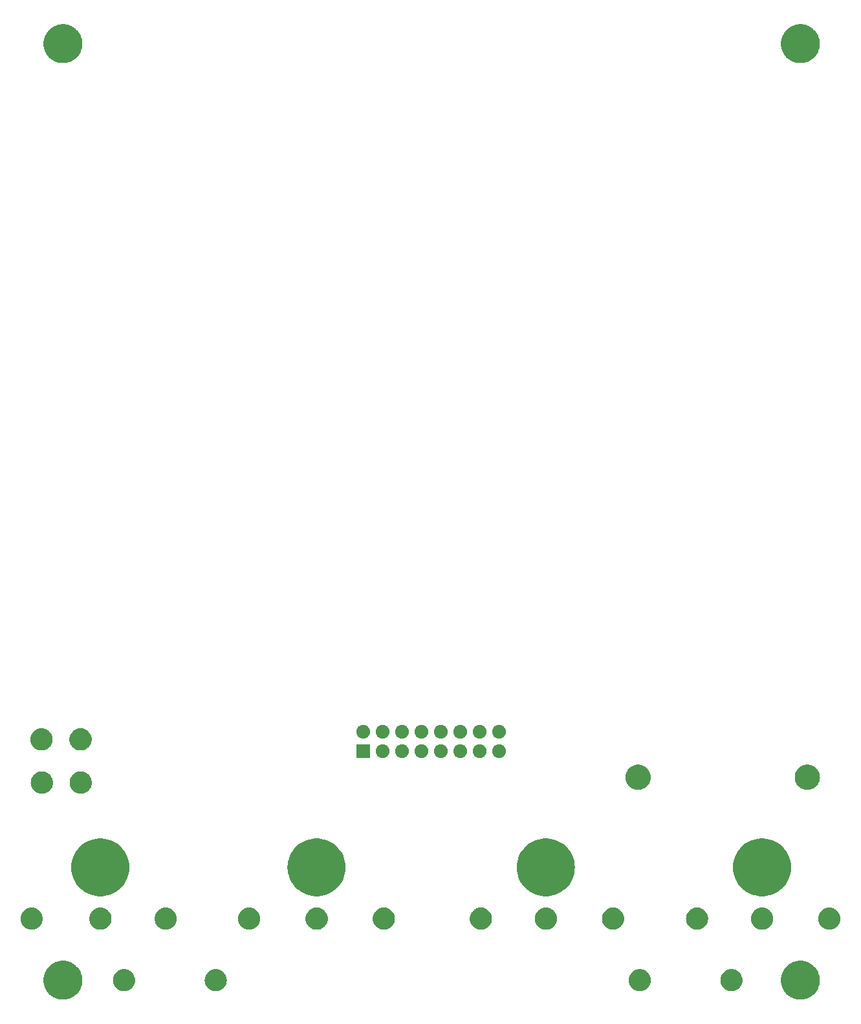
<source format=gbr>
G04 #@! TF.GenerationSoftware,KiCad,Pcbnew,8.0.5*
G04 #@! TF.CreationDate,2025-01-25T12:56:40-08:00*
G04 #@! TF.ProjectId,PBJ_EU,50424a5f-4555-42e6-9b69-6361645f7063,10.3*
G04 #@! TF.SameCoordinates,Original*
G04 #@! TF.FileFunction,Soldermask,Top*
G04 #@! TF.FilePolarity,Negative*
%FSLAX46Y46*%
G04 Gerber Fmt 4.6, Leading zero omitted, Abs format (unit mm)*
G04 Created by KiCad (PCBNEW 8.0.5) date 2025-01-25 12:56:40*
%MOMM*%
%LPD*%
G01*
G04 APERTURE LIST*
G04 APERTURE END LIST*
G36*
X47579454Y-152954034D02*
G01*
X47660179Y-152954034D01*
X47734342Y-152963402D01*
X47807465Y-152967826D01*
X47892032Y-152983323D01*
X47978010Y-152994185D01*
X48044602Y-153011283D01*
X48110438Y-153023348D01*
X48198652Y-153050836D01*
X48288302Y-153073855D01*
X48346627Y-153096947D01*
X48404518Y-153114987D01*
X48494676Y-153155564D01*
X48586163Y-153191786D01*
X48635845Y-153219098D01*
X48685396Y-153241400D01*
X48775587Y-153295923D01*
X48866894Y-153346119D01*
X48907877Y-153375895D01*
X48949007Y-153400759D01*
X49037204Y-153469857D01*
X49126069Y-153534421D01*
X49158563Y-153564935D01*
X49191469Y-153590715D01*
X49275498Y-153674744D01*
X49359599Y-153753720D01*
X49384144Y-153783390D01*
X49409284Y-153808530D01*
X49486916Y-153907621D01*
X49563802Y-154000560D01*
X49581169Y-154027926D01*
X49599240Y-154050992D01*
X49668190Y-154165049D01*
X49735458Y-154271046D01*
X49746664Y-154294861D01*
X49758599Y-154314603D01*
X49816652Y-154443592D01*
X49871860Y-154560914D01*
X49878105Y-154580134D01*
X49885012Y-154595481D01*
X49929982Y-154739796D01*
X49970856Y-154865592D01*
X49973498Y-154879443D01*
X49976651Y-154889561D01*
X50006514Y-155052518D01*
X50030885Y-155180275D01*
X50031386Y-155188240D01*
X50032173Y-155192534D01*
X50045060Y-155405584D01*
X50051000Y-155500000D01*
X50045059Y-155594423D01*
X50032173Y-155807465D01*
X50031386Y-155811758D01*
X50030885Y-155819725D01*
X50006509Y-155947505D01*
X49976651Y-156110438D01*
X49973498Y-156120553D01*
X49970856Y-156134408D01*
X49929974Y-156260227D01*
X49885012Y-156404518D01*
X49878106Y-156419861D01*
X49871860Y-156439086D01*
X49816642Y-156556429D01*
X49758599Y-156685396D01*
X49746666Y-156705134D01*
X49735458Y-156728954D01*
X49668177Y-156834971D01*
X49599240Y-156949007D01*
X49581172Y-156972068D01*
X49563802Y-156999440D01*
X49486902Y-157092396D01*
X49409284Y-157191469D01*
X49384149Y-157216603D01*
X49359599Y-157246280D01*
X49275481Y-157325271D01*
X49191469Y-157409284D01*
X49158569Y-157435058D01*
X49126069Y-157465579D01*
X49037187Y-157530155D01*
X48949007Y-157599240D01*
X48907885Y-157624099D01*
X48866894Y-157653881D01*
X48775569Y-157704086D01*
X48685396Y-157758599D01*
X48635855Y-157780895D01*
X48586163Y-157808214D01*
X48494658Y-157844443D01*
X48404518Y-157885012D01*
X48346639Y-157903047D01*
X48288302Y-157926145D01*
X48198634Y-157949167D01*
X48110438Y-157976651D01*
X48044616Y-157988713D01*
X47978010Y-158005815D01*
X47892015Y-158016678D01*
X47807465Y-158032173D01*
X47734357Y-158036595D01*
X47660179Y-158045966D01*
X47579437Y-158045966D01*
X47500000Y-158050771D01*
X47420563Y-158045966D01*
X47339821Y-158045966D01*
X47265642Y-158036595D01*
X47192534Y-158032173D01*
X47107981Y-158016678D01*
X47021990Y-158005815D01*
X46955386Y-157988713D01*
X46889561Y-157976651D01*
X46801359Y-157949166D01*
X46711698Y-157926145D01*
X46653364Y-157903049D01*
X46595481Y-157885012D01*
X46505333Y-157844439D01*
X46413837Y-157808214D01*
X46364149Y-157780898D01*
X46314603Y-157758599D01*
X46224419Y-157704080D01*
X46133106Y-157653881D01*
X46092119Y-157624102D01*
X46050992Y-157599240D01*
X45962798Y-157530145D01*
X45873931Y-157465579D01*
X45841435Y-157435063D01*
X45808530Y-157409284D01*
X45724501Y-157325255D01*
X45640401Y-157246280D01*
X45615855Y-157216609D01*
X45590715Y-157191469D01*
X45513079Y-157092373D01*
X45436198Y-156999440D01*
X45418831Y-156972075D01*
X45400759Y-156949007D01*
X45331801Y-156834937D01*
X45264542Y-156728954D01*
X45253336Y-156705141D01*
X45241400Y-156685396D01*
X45183335Y-156556380D01*
X45128140Y-156439086D01*
X45121896Y-156419869D01*
X45114987Y-156404518D01*
X45070000Y-156260152D01*
X45029144Y-156134408D01*
X45026502Y-156120561D01*
X45023348Y-156110438D01*
X44993465Y-155947372D01*
X44969115Y-155819725D01*
X44968614Y-155811766D01*
X44967826Y-155807465D01*
X44954914Y-155594010D01*
X44949000Y-155500000D01*
X44954914Y-155405996D01*
X44967826Y-155192534D01*
X44968614Y-155188231D01*
X44969115Y-155180275D01*
X44993460Y-155052652D01*
X45023348Y-154889561D01*
X45026503Y-154879435D01*
X45029144Y-154865592D01*
X45069993Y-154739871D01*
X45114987Y-154595481D01*
X45121897Y-154580126D01*
X45128140Y-154560914D01*
X45183324Y-154443640D01*
X45241400Y-154314603D01*
X45253338Y-154294853D01*
X45264542Y-154271046D01*
X45331788Y-154165082D01*
X45400759Y-154050992D01*
X45418835Y-154027919D01*
X45436198Y-154000560D01*
X45513064Y-153907644D01*
X45590715Y-153808530D01*
X45615860Y-153783384D01*
X45640401Y-153753720D01*
X45724485Y-153674759D01*
X45808530Y-153590715D01*
X45841441Y-153564930D01*
X45873931Y-153534421D01*
X45962781Y-153469867D01*
X46050992Y-153400759D01*
X46092127Y-153375891D01*
X46133106Y-153346119D01*
X46224401Y-153295929D01*
X46314603Y-153241400D01*
X46364159Y-153219096D01*
X46413837Y-153191786D01*
X46505314Y-153155567D01*
X46595481Y-153114987D01*
X46653376Y-153096946D01*
X46711698Y-153073855D01*
X46801341Y-153050838D01*
X46889561Y-153023348D01*
X46955399Y-153011282D01*
X47021990Y-152994185D01*
X47107964Y-152983324D01*
X47192534Y-152967826D01*
X47265657Y-152963402D01*
X47339821Y-152954034D01*
X47420546Y-152954034D01*
X47500000Y-152949228D01*
X47579454Y-152954034D01*
G37*
G36*
X144099454Y-152954034D02*
G01*
X144180179Y-152954034D01*
X144254342Y-152963402D01*
X144327465Y-152967826D01*
X144412032Y-152983323D01*
X144498010Y-152994185D01*
X144564602Y-153011283D01*
X144630438Y-153023348D01*
X144718652Y-153050836D01*
X144808302Y-153073855D01*
X144866627Y-153096947D01*
X144924518Y-153114987D01*
X145014676Y-153155564D01*
X145106163Y-153191786D01*
X145155845Y-153219098D01*
X145205396Y-153241400D01*
X145295587Y-153295923D01*
X145386894Y-153346119D01*
X145427877Y-153375895D01*
X145469007Y-153400759D01*
X145557204Y-153469857D01*
X145646069Y-153534421D01*
X145678563Y-153564935D01*
X145711469Y-153590715D01*
X145795498Y-153674744D01*
X145879599Y-153753720D01*
X145904144Y-153783390D01*
X145929284Y-153808530D01*
X146006916Y-153907621D01*
X146083802Y-154000560D01*
X146101169Y-154027926D01*
X146119240Y-154050992D01*
X146188190Y-154165049D01*
X146255458Y-154271046D01*
X146266664Y-154294861D01*
X146278599Y-154314603D01*
X146336652Y-154443592D01*
X146391860Y-154560914D01*
X146398105Y-154580134D01*
X146405012Y-154595481D01*
X146449982Y-154739796D01*
X146490856Y-154865592D01*
X146493498Y-154879443D01*
X146496651Y-154889561D01*
X146526514Y-155052518D01*
X146550885Y-155180275D01*
X146551386Y-155188240D01*
X146552173Y-155192534D01*
X146565060Y-155405584D01*
X146571000Y-155500000D01*
X146565059Y-155594423D01*
X146552173Y-155807465D01*
X146551386Y-155811758D01*
X146550885Y-155819725D01*
X146526509Y-155947505D01*
X146496651Y-156110438D01*
X146493498Y-156120553D01*
X146490856Y-156134408D01*
X146449974Y-156260227D01*
X146405012Y-156404518D01*
X146398106Y-156419861D01*
X146391860Y-156439086D01*
X146336642Y-156556429D01*
X146278599Y-156685396D01*
X146266666Y-156705134D01*
X146255458Y-156728954D01*
X146188177Y-156834971D01*
X146119240Y-156949007D01*
X146101172Y-156972068D01*
X146083802Y-156999440D01*
X146006902Y-157092396D01*
X145929284Y-157191469D01*
X145904149Y-157216603D01*
X145879599Y-157246280D01*
X145795481Y-157325271D01*
X145711469Y-157409284D01*
X145678569Y-157435058D01*
X145646069Y-157465579D01*
X145557187Y-157530155D01*
X145469007Y-157599240D01*
X145427885Y-157624099D01*
X145386894Y-157653881D01*
X145295569Y-157704086D01*
X145205396Y-157758599D01*
X145155855Y-157780895D01*
X145106163Y-157808214D01*
X145014658Y-157844443D01*
X144924518Y-157885012D01*
X144866639Y-157903047D01*
X144808302Y-157926145D01*
X144718634Y-157949167D01*
X144630438Y-157976651D01*
X144564616Y-157988713D01*
X144498010Y-158005815D01*
X144412015Y-158016678D01*
X144327465Y-158032173D01*
X144254357Y-158036595D01*
X144180179Y-158045966D01*
X144099437Y-158045966D01*
X144020000Y-158050771D01*
X143940563Y-158045966D01*
X143859821Y-158045966D01*
X143785642Y-158036595D01*
X143712534Y-158032173D01*
X143627981Y-158016678D01*
X143541990Y-158005815D01*
X143475386Y-157988713D01*
X143409561Y-157976651D01*
X143321359Y-157949166D01*
X143231698Y-157926145D01*
X143173364Y-157903049D01*
X143115481Y-157885012D01*
X143025333Y-157844439D01*
X142933837Y-157808214D01*
X142884149Y-157780898D01*
X142834603Y-157758599D01*
X142744419Y-157704080D01*
X142653106Y-157653881D01*
X142612119Y-157624102D01*
X142570992Y-157599240D01*
X142482798Y-157530145D01*
X142393931Y-157465579D01*
X142361435Y-157435063D01*
X142328530Y-157409284D01*
X142244501Y-157325255D01*
X142160401Y-157246280D01*
X142135855Y-157216609D01*
X142110715Y-157191469D01*
X142033079Y-157092373D01*
X141956198Y-156999440D01*
X141938831Y-156972075D01*
X141920759Y-156949007D01*
X141851801Y-156834937D01*
X141784542Y-156728954D01*
X141773336Y-156705141D01*
X141761400Y-156685396D01*
X141703335Y-156556380D01*
X141648140Y-156439086D01*
X141641896Y-156419869D01*
X141634987Y-156404518D01*
X141590000Y-156260152D01*
X141549144Y-156134408D01*
X141546502Y-156120561D01*
X141543348Y-156110438D01*
X141513465Y-155947372D01*
X141489115Y-155819725D01*
X141488614Y-155811766D01*
X141487826Y-155807465D01*
X141474914Y-155594010D01*
X141469000Y-155500000D01*
X141474914Y-155405996D01*
X141487826Y-155192534D01*
X141488614Y-155188231D01*
X141489115Y-155180275D01*
X141513460Y-155052652D01*
X141543348Y-154889561D01*
X141546503Y-154879435D01*
X141549144Y-154865592D01*
X141589993Y-154739871D01*
X141634987Y-154595481D01*
X141641897Y-154580126D01*
X141648140Y-154560914D01*
X141703324Y-154443640D01*
X141761400Y-154314603D01*
X141773338Y-154294853D01*
X141784542Y-154271046D01*
X141851788Y-154165082D01*
X141920759Y-154050992D01*
X141938835Y-154027919D01*
X141956198Y-154000560D01*
X142033064Y-153907644D01*
X142110715Y-153808530D01*
X142135860Y-153783384D01*
X142160401Y-153753720D01*
X142244485Y-153674759D01*
X142328530Y-153590715D01*
X142361441Y-153564930D01*
X142393931Y-153534421D01*
X142482781Y-153469867D01*
X142570992Y-153400759D01*
X142612127Y-153375891D01*
X142653106Y-153346119D01*
X142744401Y-153295929D01*
X142834603Y-153241400D01*
X142884159Y-153219096D01*
X142933837Y-153191786D01*
X143025314Y-153155567D01*
X143115481Y-153114987D01*
X143173376Y-153096946D01*
X143231698Y-153073855D01*
X143321341Y-153050838D01*
X143409561Y-153023348D01*
X143475399Y-153011282D01*
X143541990Y-152994185D01*
X143627964Y-152983324D01*
X143712534Y-152967826D01*
X143785657Y-152963402D01*
X143859821Y-152954034D01*
X143940546Y-152954034D01*
X144020000Y-152949228D01*
X144099454Y-152954034D01*
G37*
G36*
X55558066Y-154053956D02*
G01*
X55619823Y-154053956D01*
X55674950Y-154063155D01*
X55726929Y-154067246D01*
X55789525Y-154082274D01*
X55856199Y-154093400D01*
X55903488Y-154109634D01*
X55948263Y-154120384D01*
X56013437Y-154147380D01*
X56082860Y-154171213D01*
X56121636Y-154192197D01*
X56158565Y-154207494D01*
X56224016Y-154247602D01*
X56293622Y-154285271D01*
X56323740Y-154308713D01*
X56352650Y-154326429D01*
X56415833Y-154380392D01*
X56482736Y-154432465D01*
X56504557Y-154456169D01*
X56525739Y-154474260D01*
X56583899Y-154542357D01*
X56645043Y-154608777D01*
X56659416Y-154630776D01*
X56673570Y-154647349D01*
X56723867Y-154729427D01*
X56776116Y-154809400D01*
X56784280Y-154828012D01*
X56792505Y-154841434D01*
X56832139Y-154937120D01*
X56872381Y-155028861D01*
X56875906Y-155042782D01*
X56879615Y-155051736D01*
X56905924Y-155161323D01*
X56931210Y-155261173D01*
X56931902Y-155269526D01*
X56932753Y-155273070D01*
X56943292Y-155406985D01*
X56951000Y-155500000D01*
X56943291Y-155593022D01*
X56932753Y-155726929D01*
X56931902Y-155730472D01*
X56931210Y-155738827D01*
X56905920Y-155838695D01*
X56879615Y-155948263D01*
X56875907Y-155957214D01*
X56872381Y-155971139D01*
X56832132Y-156062896D01*
X56792505Y-156158565D01*
X56784281Y-156171984D01*
X56776116Y-156190600D01*
X56723857Y-156270587D01*
X56673570Y-156352650D01*
X56659419Y-156369218D01*
X56645043Y-156391223D01*
X56583887Y-156457655D01*
X56525739Y-156525739D01*
X56504561Y-156543825D01*
X56482736Y-156567535D01*
X56415820Y-156619617D01*
X56352650Y-156673570D01*
X56323746Y-156691281D01*
X56293622Y-156714729D01*
X56224003Y-156752404D01*
X56158565Y-156792505D01*
X56121644Y-156807797D01*
X56082860Y-156828787D01*
X56013423Y-156852624D01*
X55948263Y-156879615D01*
X55903497Y-156890362D01*
X55856199Y-156906600D01*
X55789511Y-156917728D01*
X55726929Y-156932753D01*
X55674962Y-156936842D01*
X55619823Y-156946044D01*
X55558054Y-156946044D01*
X55500000Y-156950613D01*
X55441946Y-156946044D01*
X55380177Y-156946044D01*
X55325038Y-156936843D01*
X55273070Y-156932753D01*
X55210484Y-156917727D01*
X55143801Y-156906600D01*
X55096504Y-156890363D01*
X55051736Y-156879615D01*
X54986570Y-156852622D01*
X54917140Y-156828787D01*
X54878358Y-156807799D01*
X54841434Y-156792505D01*
X54775988Y-156752400D01*
X54706378Y-156714729D01*
X54676257Y-156691284D01*
X54647349Y-156673570D01*
X54584168Y-156619608D01*
X54517264Y-156567535D01*
X54495441Y-156543829D01*
X54474260Y-156525739D01*
X54416098Y-156457640D01*
X54354957Y-156391223D01*
X54340584Y-156369223D01*
X54326429Y-156352650D01*
X54276126Y-156270562D01*
X54223884Y-156190600D01*
X54215720Y-156171990D01*
X54207494Y-156158565D01*
X54167850Y-156062856D01*
X54127619Y-155971139D01*
X54124094Y-155957220D01*
X54120384Y-155948263D01*
X54094060Y-155838619D01*
X54068790Y-155738827D01*
X54068098Y-155730478D01*
X54067246Y-155726929D01*
X54056688Y-155592781D01*
X54049000Y-155500000D01*
X54056687Y-155407225D01*
X54067246Y-155273070D01*
X54068098Y-155269519D01*
X54068790Y-155261173D01*
X54094056Y-155161399D01*
X54120384Y-155051736D01*
X54124095Y-155042776D01*
X54127619Y-155028861D01*
X54167842Y-154937160D01*
X54207494Y-154841434D01*
X54215722Y-154828006D01*
X54223884Y-154809400D01*
X54276116Y-154729452D01*
X54326429Y-154647349D01*
X54340587Y-154630771D01*
X54354957Y-154608777D01*
X54416087Y-154542372D01*
X54474260Y-154474260D01*
X54495446Y-154456165D01*
X54517264Y-154432465D01*
X54584155Y-154380401D01*
X54647349Y-154326429D01*
X54676263Y-154308710D01*
X54706378Y-154285271D01*
X54775974Y-154247607D01*
X54841434Y-154207494D01*
X54878366Y-154192196D01*
X54917140Y-154171213D01*
X54986556Y-154147382D01*
X55051736Y-154120384D01*
X55096514Y-154109633D01*
X55143801Y-154093400D01*
X55210471Y-154082274D01*
X55273070Y-154067246D01*
X55325049Y-154063155D01*
X55380177Y-154053956D01*
X55441933Y-154053956D01*
X55500000Y-154049386D01*
X55558066Y-154053956D01*
G37*
G36*
X67558066Y-154053956D02*
G01*
X67619823Y-154053956D01*
X67674950Y-154063155D01*
X67726929Y-154067246D01*
X67789525Y-154082274D01*
X67856199Y-154093400D01*
X67903488Y-154109634D01*
X67948263Y-154120384D01*
X68013437Y-154147380D01*
X68082860Y-154171213D01*
X68121636Y-154192197D01*
X68158565Y-154207494D01*
X68224016Y-154247602D01*
X68293622Y-154285271D01*
X68323740Y-154308713D01*
X68352650Y-154326429D01*
X68415833Y-154380392D01*
X68482736Y-154432465D01*
X68504557Y-154456169D01*
X68525739Y-154474260D01*
X68583899Y-154542357D01*
X68645043Y-154608777D01*
X68659416Y-154630776D01*
X68673570Y-154647349D01*
X68723867Y-154729427D01*
X68776116Y-154809400D01*
X68784280Y-154828012D01*
X68792505Y-154841434D01*
X68832139Y-154937120D01*
X68872381Y-155028861D01*
X68875906Y-155042782D01*
X68879615Y-155051736D01*
X68905924Y-155161323D01*
X68931210Y-155261173D01*
X68931902Y-155269526D01*
X68932753Y-155273070D01*
X68943292Y-155406985D01*
X68951000Y-155500000D01*
X68943291Y-155593022D01*
X68932753Y-155726929D01*
X68931902Y-155730472D01*
X68931210Y-155738827D01*
X68905920Y-155838695D01*
X68879615Y-155948263D01*
X68875907Y-155957214D01*
X68872381Y-155971139D01*
X68832132Y-156062896D01*
X68792505Y-156158565D01*
X68784281Y-156171984D01*
X68776116Y-156190600D01*
X68723857Y-156270587D01*
X68673570Y-156352650D01*
X68659419Y-156369218D01*
X68645043Y-156391223D01*
X68583887Y-156457655D01*
X68525739Y-156525739D01*
X68504561Y-156543825D01*
X68482736Y-156567535D01*
X68415820Y-156619617D01*
X68352650Y-156673570D01*
X68323746Y-156691281D01*
X68293622Y-156714729D01*
X68224003Y-156752404D01*
X68158565Y-156792505D01*
X68121644Y-156807797D01*
X68082860Y-156828787D01*
X68013423Y-156852624D01*
X67948263Y-156879615D01*
X67903497Y-156890362D01*
X67856199Y-156906600D01*
X67789511Y-156917728D01*
X67726929Y-156932753D01*
X67674962Y-156936842D01*
X67619823Y-156946044D01*
X67558054Y-156946044D01*
X67500000Y-156950613D01*
X67441946Y-156946044D01*
X67380177Y-156946044D01*
X67325038Y-156936843D01*
X67273070Y-156932753D01*
X67210484Y-156917727D01*
X67143801Y-156906600D01*
X67096504Y-156890363D01*
X67051736Y-156879615D01*
X66986570Y-156852622D01*
X66917140Y-156828787D01*
X66878358Y-156807799D01*
X66841434Y-156792505D01*
X66775988Y-156752400D01*
X66706378Y-156714729D01*
X66676257Y-156691284D01*
X66647349Y-156673570D01*
X66584168Y-156619608D01*
X66517264Y-156567535D01*
X66495441Y-156543829D01*
X66474260Y-156525739D01*
X66416098Y-156457640D01*
X66354957Y-156391223D01*
X66340584Y-156369223D01*
X66326429Y-156352650D01*
X66276126Y-156270562D01*
X66223884Y-156190600D01*
X66215720Y-156171990D01*
X66207494Y-156158565D01*
X66167850Y-156062856D01*
X66127619Y-155971139D01*
X66124094Y-155957220D01*
X66120384Y-155948263D01*
X66094060Y-155838619D01*
X66068790Y-155738827D01*
X66068098Y-155730478D01*
X66067246Y-155726929D01*
X66056688Y-155592781D01*
X66049000Y-155500000D01*
X66056687Y-155407225D01*
X66067246Y-155273070D01*
X66068098Y-155269519D01*
X66068790Y-155261173D01*
X66094056Y-155161399D01*
X66120384Y-155051736D01*
X66124095Y-155042776D01*
X66127619Y-155028861D01*
X66167842Y-154937160D01*
X66207494Y-154841434D01*
X66215722Y-154828006D01*
X66223884Y-154809400D01*
X66276116Y-154729452D01*
X66326429Y-154647349D01*
X66340587Y-154630771D01*
X66354957Y-154608777D01*
X66416087Y-154542372D01*
X66474260Y-154474260D01*
X66495446Y-154456165D01*
X66517264Y-154432465D01*
X66584155Y-154380401D01*
X66647349Y-154326429D01*
X66676263Y-154308710D01*
X66706378Y-154285271D01*
X66775974Y-154247607D01*
X66841434Y-154207494D01*
X66878366Y-154192196D01*
X66917140Y-154171213D01*
X66986556Y-154147382D01*
X67051736Y-154120384D01*
X67096514Y-154109633D01*
X67143801Y-154093400D01*
X67210471Y-154082274D01*
X67273070Y-154067246D01*
X67325049Y-154063155D01*
X67380177Y-154053956D01*
X67441933Y-154053956D01*
X67500000Y-154049386D01*
X67558066Y-154053956D01*
G37*
G36*
X123058066Y-154053956D02*
G01*
X123119823Y-154053956D01*
X123174950Y-154063155D01*
X123226929Y-154067246D01*
X123289525Y-154082274D01*
X123356199Y-154093400D01*
X123403488Y-154109634D01*
X123448263Y-154120384D01*
X123513437Y-154147380D01*
X123582860Y-154171213D01*
X123621636Y-154192197D01*
X123658565Y-154207494D01*
X123724016Y-154247602D01*
X123793622Y-154285271D01*
X123823740Y-154308713D01*
X123852650Y-154326429D01*
X123915833Y-154380392D01*
X123982736Y-154432465D01*
X124004557Y-154456169D01*
X124025739Y-154474260D01*
X124083899Y-154542357D01*
X124145043Y-154608777D01*
X124159416Y-154630776D01*
X124173570Y-154647349D01*
X124223867Y-154729427D01*
X124276116Y-154809400D01*
X124284280Y-154828012D01*
X124292505Y-154841434D01*
X124332139Y-154937120D01*
X124372381Y-155028861D01*
X124375906Y-155042782D01*
X124379615Y-155051736D01*
X124405924Y-155161323D01*
X124431210Y-155261173D01*
X124431902Y-155269526D01*
X124432753Y-155273070D01*
X124443292Y-155406985D01*
X124451000Y-155500000D01*
X124443291Y-155593022D01*
X124432753Y-155726929D01*
X124431902Y-155730472D01*
X124431210Y-155738827D01*
X124405920Y-155838695D01*
X124379615Y-155948263D01*
X124375907Y-155957214D01*
X124372381Y-155971139D01*
X124332132Y-156062896D01*
X124292505Y-156158565D01*
X124284281Y-156171984D01*
X124276116Y-156190600D01*
X124223857Y-156270587D01*
X124173570Y-156352650D01*
X124159419Y-156369218D01*
X124145043Y-156391223D01*
X124083887Y-156457655D01*
X124025739Y-156525739D01*
X124004561Y-156543825D01*
X123982736Y-156567535D01*
X123915820Y-156619617D01*
X123852650Y-156673570D01*
X123823746Y-156691281D01*
X123793622Y-156714729D01*
X123724003Y-156752404D01*
X123658565Y-156792505D01*
X123621644Y-156807797D01*
X123582860Y-156828787D01*
X123513423Y-156852624D01*
X123448263Y-156879615D01*
X123403497Y-156890362D01*
X123356199Y-156906600D01*
X123289511Y-156917728D01*
X123226929Y-156932753D01*
X123174962Y-156936842D01*
X123119823Y-156946044D01*
X123058054Y-156946044D01*
X123000000Y-156950613D01*
X122941946Y-156946044D01*
X122880177Y-156946044D01*
X122825038Y-156936843D01*
X122773070Y-156932753D01*
X122710484Y-156917727D01*
X122643801Y-156906600D01*
X122596504Y-156890363D01*
X122551736Y-156879615D01*
X122486570Y-156852622D01*
X122417140Y-156828787D01*
X122378358Y-156807799D01*
X122341434Y-156792505D01*
X122275988Y-156752400D01*
X122206378Y-156714729D01*
X122176257Y-156691284D01*
X122147349Y-156673570D01*
X122084168Y-156619608D01*
X122017264Y-156567535D01*
X121995441Y-156543829D01*
X121974260Y-156525739D01*
X121916098Y-156457640D01*
X121854957Y-156391223D01*
X121840584Y-156369223D01*
X121826429Y-156352650D01*
X121776126Y-156270562D01*
X121723884Y-156190600D01*
X121715720Y-156171990D01*
X121707494Y-156158565D01*
X121667850Y-156062856D01*
X121627619Y-155971139D01*
X121624094Y-155957220D01*
X121620384Y-155948263D01*
X121594060Y-155838619D01*
X121568790Y-155738827D01*
X121568098Y-155730478D01*
X121567246Y-155726929D01*
X121556688Y-155592781D01*
X121549000Y-155500000D01*
X121556687Y-155407225D01*
X121567246Y-155273070D01*
X121568098Y-155269519D01*
X121568790Y-155261173D01*
X121594056Y-155161399D01*
X121620384Y-155051736D01*
X121624095Y-155042776D01*
X121627619Y-155028861D01*
X121667842Y-154937160D01*
X121707494Y-154841434D01*
X121715722Y-154828006D01*
X121723884Y-154809400D01*
X121776116Y-154729452D01*
X121826429Y-154647349D01*
X121840587Y-154630771D01*
X121854957Y-154608777D01*
X121916087Y-154542372D01*
X121974260Y-154474260D01*
X121995446Y-154456165D01*
X122017264Y-154432465D01*
X122084155Y-154380401D01*
X122147349Y-154326429D01*
X122176263Y-154308710D01*
X122206378Y-154285271D01*
X122275974Y-154247607D01*
X122341434Y-154207494D01*
X122378366Y-154192196D01*
X122417140Y-154171213D01*
X122486556Y-154147382D01*
X122551736Y-154120384D01*
X122596514Y-154109633D01*
X122643801Y-154093400D01*
X122710471Y-154082274D01*
X122773070Y-154067246D01*
X122825049Y-154063155D01*
X122880177Y-154053956D01*
X122941933Y-154053956D01*
X123000000Y-154049386D01*
X123058066Y-154053956D01*
G37*
G36*
X135058066Y-154053956D02*
G01*
X135119823Y-154053956D01*
X135174950Y-154063155D01*
X135226929Y-154067246D01*
X135289525Y-154082274D01*
X135356199Y-154093400D01*
X135403488Y-154109634D01*
X135448263Y-154120384D01*
X135513437Y-154147380D01*
X135582860Y-154171213D01*
X135621636Y-154192197D01*
X135658565Y-154207494D01*
X135724016Y-154247602D01*
X135793622Y-154285271D01*
X135823740Y-154308713D01*
X135852650Y-154326429D01*
X135915833Y-154380392D01*
X135982736Y-154432465D01*
X136004557Y-154456169D01*
X136025739Y-154474260D01*
X136083899Y-154542357D01*
X136145043Y-154608777D01*
X136159416Y-154630776D01*
X136173570Y-154647349D01*
X136223867Y-154729427D01*
X136276116Y-154809400D01*
X136284280Y-154828012D01*
X136292505Y-154841434D01*
X136332139Y-154937120D01*
X136372381Y-155028861D01*
X136375906Y-155042782D01*
X136379615Y-155051736D01*
X136405924Y-155161323D01*
X136431210Y-155261173D01*
X136431902Y-155269526D01*
X136432753Y-155273070D01*
X136443292Y-155406985D01*
X136451000Y-155500000D01*
X136443291Y-155593022D01*
X136432753Y-155726929D01*
X136431902Y-155730472D01*
X136431210Y-155738827D01*
X136405920Y-155838695D01*
X136379615Y-155948263D01*
X136375907Y-155957214D01*
X136372381Y-155971139D01*
X136332132Y-156062896D01*
X136292505Y-156158565D01*
X136284281Y-156171984D01*
X136276116Y-156190600D01*
X136223857Y-156270587D01*
X136173570Y-156352650D01*
X136159419Y-156369218D01*
X136145043Y-156391223D01*
X136083887Y-156457655D01*
X136025739Y-156525739D01*
X136004561Y-156543825D01*
X135982736Y-156567535D01*
X135915820Y-156619617D01*
X135852650Y-156673570D01*
X135823746Y-156691281D01*
X135793622Y-156714729D01*
X135724003Y-156752404D01*
X135658565Y-156792505D01*
X135621644Y-156807797D01*
X135582860Y-156828787D01*
X135513423Y-156852624D01*
X135448263Y-156879615D01*
X135403497Y-156890362D01*
X135356199Y-156906600D01*
X135289511Y-156917728D01*
X135226929Y-156932753D01*
X135174962Y-156936842D01*
X135119823Y-156946044D01*
X135058054Y-156946044D01*
X135000000Y-156950613D01*
X134941946Y-156946044D01*
X134880177Y-156946044D01*
X134825038Y-156936843D01*
X134773070Y-156932753D01*
X134710484Y-156917727D01*
X134643801Y-156906600D01*
X134596504Y-156890363D01*
X134551736Y-156879615D01*
X134486570Y-156852622D01*
X134417140Y-156828787D01*
X134378358Y-156807799D01*
X134341434Y-156792505D01*
X134275988Y-156752400D01*
X134206378Y-156714729D01*
X134176257Y-156691284D01*
X134147349Y-156673570D01*
X134084168Y-156619608D01*
X134017264Y-156567535D01*
X133995441Y-156543829D01*
X133974260Y-156525739D01*
X133916098Y-156457640D01*
X133854957Y-156391223D01*
X133840584Y-156369223D01*
X133826429Y-156352650D01*
X133776126Y-156270562D01*
X133723884Y-156190600D01*
X133715720Y-156171990D01*
X133707494Y-156158565D01*
X133667850Y-156062856D01*
X133627619Y-155971139D01*
X133624094Y-155957220D01*
X133620384Y-155948263D01*
X133594060Y-155838619D01*
X133568790Y-155738827D01*
X133568098Y-155730478D01*
X133567246Y-155726929D01*
X133556688Y-155592781D01*
X133549000Y-155500000D01*
X133556687Y-155407225D01*
X133567246Y-155273070D01*
X133568098Y-155269519D01*
X133568790Y-155261173D01*
X133594056Y-155161399D01*
X133620384Y-155051736D01*
X133624095Y-155042776D01*
X133627619Y-155028861D01*
X133667842Y-154937160D01*
X133707494Y-154841434D01*
X133715722Y-154828006D01*
X133723884Y-154809400D01*
X133776116Y-154729452D01*
X133826429Y-154647349D01*
X133840587Y-154630771D01*
X133854957Y-154608777D01*
X133916087Y-154542372D01*
X133974260Y-154474260D01*
X133995446Y-154456165D01*
X134017264Y-154432465D01*
X134084155Y-154380401D01*
X134147349Y-154326429D01*
X134176263Y-154308710D01*
X134206378Y-154285271D01*
X134275974Y-154247607D01*
X134341434Y-154207494D01*
X134378366Y-154192196D01*
X134417140Y-154171213D01*
X134486556Y-154147382D01*
X134551736Y-154120384D01*
X134596514Y-154109633D01*
X134643801Y-154093400D01*
X134710471Y-154082274D01*
X134773070Y-154067246D01*
X134825049Y-154063155D01*
X134880177Y-154053956D01*
X134941933Y-154053956D01*
X135000000Y-154049386D01*
X135058066Y-154053956D01*
G37*
G36*
X52468460Y-145994987D02*
G01*
X52530566Y-145994987D01*
X52586006Y-146004238D01*
X52638337Y-146008357D01*
X52701362Y-146023487D01*
X52768409Y-146034676D01*
X52815958Y-146050999D01*
X52861041Y-146061823D01*
X52926659Y-146089003D01*
X52996475Y-146112971D01*
X53035474Y-146134076D01*
X53072652Y-146149476D01*
X53138550Y-146189858D01*
X53208544Y-146227737D01*
X53238829Y-146251309D01*
X53267940Y-146269148D01*
X53331557Y-146323482D01*
X53398831Y-146375843D01*
X53420774Y-146399679D01*
X53442103Y-146417896D01*
X53500666Y-146486466D01*
X53562145Y-146553249D01*
X53576597Y-146575370D01*
X53590851Y-146592059D01*
X53641497Y-146674706D01*
X53694032Y-146755117D01*
X53702241Y-146773832D01*
X53710523Y-146787347D01*
X53750445Y-146883727D01*
X53790893Y-146975939D01*
X53794435Y-146989927D01*
X53798176Y-146998958D01*
X53824694Y-147109416D01*
X53850088Y-147209692D01*
X53850783Y-147218086D01*
X53851642Y-147221662D01*
X53862285Y-147356900D01*
X53870000Y-147450000D01*
X53862285Y-147543107D01*
X53851642Y-147678337D01*
X53850783Y-147681912D01*
X53850088Y-147690308D01*
X53824689Y-147790601D01*
X53798176Y-147901041D01*
X53794436Y-147910069D01*
X53790893Y-147924061D01*
X53750438Y-148016289D01*
X53710523Y-148112652D01*
X53702242Y-148126164D01*
X53694032Y-148144883D01*
X53641487Y-148225308D01*
X53590851Y-148307940D01*
X53576600Y-148324625D01*
X53562145Y-148346751D01*
X53500655Y-148413546D01*
X53442103Y-148482103D01*
X53420778Y-148500315D01*
X53398831Y-148524157D01*
X53331544Y-148576527D01*
X53267940Y-148630851D01*
X53238835Y-148648685D01*
X53208544Y-148672263D01*
X53138536Y-148710149D01*
X53072652Y-148750523D01*
X53035481Y-148765919D01*
X52996475Y-148787029D01*
X52926645Y-148811001D01*
X52861041Y-148838176D01*
X52815968Y-148848996D01*
X52768409Y-148865324D01*
X52701348Y-148876514D01*
X52638337Y-148891642D01*
X52586017Y-148895759D01*
X52530566Y-148905013D01*
X52468447Y-148905013D01*
X52410000Y-148909613D01*
X52351553Y-148905013D01*
X52289434Y-148905013D01*
X52233982Y-148895759D01*
X52181662Y-148891642D01*
X52118648Y-148876513D01*
X52051591Y-148865324D01*
X52004033Y-148848997D01*
X51958958Y-148838176D01*
X51893348Y-148810999D01*
X51823525Y-148787029D01*
X51784521Y-148765921D01*
X51747347Y-148750523D01*
X51681455Y-148710144D01*
X51611456Y-148672263D01*
X51581167Y-148648688D01*
X51552059Y-148630851D01*
X51488444Y-148576519D01*
X51421169Y-148524157D01*
X51399225Y-148500319D01*
X51377896Y-148482103D01*
X51319331Y-148413531D01*
X51257855Y-148346751D01*
X51243403Y-148324630D01*
X51229148Y-148307940D01*
X51178496Y-148225283D01*
X51125968Y-148144883D01*
X51117759Y-148126169D01*
X51109476Y-148112652D01*
X51069543Y-148016248D01*
X51029107Y-147924061D01*
X51025565Y-147910076D01*
X51021823Y-147901041D01*
X50995290Y-147790525D01*
X50969912Y-147690308D01*
X50969216Y-147681918D01*
X50968357Y-147678337D01*
X50957694Y-147542866D01*
X50950000Y-147450000D01*
X50957694Y-147357140D01*
X50968357Y-147221662D01*
X50969216Y-147218079D01*
X50969912Y-147209692D01*
X50995286Y-147109492D01*
X51021823Y-146998958D01*
X51025566Y-146989921D01*
X51029107Y-146975939D01*
X51069536Y-146883768D01*
X51109476Y-146787347D01*
X51117761Y-146773826D01*
X51125968Y-146755117D01*
X51178486Y-146674731D01*
X51229148Y-146592059D01*
X51243405Y-146575365D01*
X51257855Y-146553249D01*
X51319319Y-146486481D01*
X51377896Y-146417896D01*
X51399229Y-146399675D01*
X51421169Y-146375843D01*
X51488430Y-146323491D01*
X51552059Y-146269148D01*
X51581173Y-146251306D01*
X51611456Y-146227737D01*
X51681441Y-146189862D01*
X51747347Y-146149476D01*
X51784529Y-146134074D01*
X51823525Y-146112971D01*
X51893334Y-146089005D01*
X51958958Y-146061823D01*
X52004043Y-146050998D01*
X52051591Y-146034676D01*
X52118634Y-146023488D01*
X52181662Y-146008357D01*
X52233994Y-146004238D01*
X52289434Y-145994987D01*
X52351540Y-145994987D01*
X52410000Y-145990386D01*
X52468460Y-145994987D01*
G37*
G36*
X80768460Y-145994987D02*
G01*
X80830566Y-145994987D01*
X80886006Y-146004238D01*
X80938337Y-146008357D01*
X81001362Y-146023487D01*
X81068409Y-146034676D01*
X81115958Y-146050999D01*
X81161041Y-146061823D01*
X81226659Y-146089003D01*
X81296475Y-146112971D01*
X81335474Y-146134076D01*
X81372652Y-146149476D01*
X81438550Y-146189858D01*
X81508544Y-146227737D01*
X81538829Y-146251309D01*
X81567940Y-146269148D01*
X81631557Y-146323482D01*
X81698831Y-146375843D01*
X81720774Y-146399679D01*
X81742103Y-146417896D01*
X81800666Y-146486466D01*
X81862145Y-146553249D01*
X81876597Y-146575370D01*
X81890851Y-146592059D01*
X81941497Y-146674706D01*
X81994032Y-146755117D01*
X82002241Y-146773832D01*
X82010523Y-146787347D01*
X82050445Y-146883727D01*
X82090893Y-146975939D01*
X82094435Y-146989927D01*
X82098176Y-146998958D01*
X82124694Y-147109416D01*
X82150088Y-147209692D01*
X82150783Y-147218086D01*
X82151642Y-147221662D01*
X82162285Y-147356900D01*
X82170000Y-147450000D01*
X82162285Y-147543107D01*
X82151642Y-147678337D01*
X82150783Y-147681912D01*
X82150088Y-147690308D01*
X82124689Y-147790601D01*
X82098176Y-147901041D01*
X82094436Y-147910069D01*
X82090893Y-147924061D01*
X82050438Y-148016289D01*
X82010523Y-148112652D01*
X82002242Y-148126164D01*
X81994032Y-148144883D01*
X81941487Y-148225308D01*
X81890851Y-148307940D01*
X81876600Y-148324625D01*
X81862145Y-148346751D01*
X81800655Y-148413546D01*
X81742103Y-148482103D01*
X81720778Y-148500315D01*
X81698831Y-148524157D01*
X81631544Y-148576527D01*
X81567940Y-148630851D01*
X81538835Y-148648685D01*
X81508544Y-148672263D01*
X81438536Y-148710149D01*
X81372652Y-148750523D01*
X81335481Y-148765919D01*
X81296475Y-148787029D01*
X81226645Y-148811001D01*
X81161041Y-148838176D01*
X81115968Y-148848996D01*
X81068409Y-148865324D01*
X81001348Y-148876514D01*
X80938337Y-148891642D01*
X80886017Y-148895759D01*
X80830566Y-148905013D01*
X80768447Y-148905013D01*
X80710000Y-148909613D01*
X80651553Y-148905013D01*
X80589434Y-148905013D01*
X80533982Y-148895759D01*
X80481662Y-148891642D01*
X80418648Y-148876513D01*
X80351591Y-148865324D01*
X80304033Y-148848997D01*
X80258958Y-148838176D01*
X80193348Y-148810999D01*
X80123525Y-148787029D01*
X80084521Y-148765921D01*
X80047347Y-148750523D01*
X79981455Y-148710144D01*
X79911456Y-148672263D01*
X79881167Y-148648688D01*
X79852059Y-148630851D01*
X79788444Y-148576519D01*
X79721169Y-148524157D01*
X79699225Y-148500319D01*
X79677896Y-148482103D01*
X79619331Y-148413531D01*
X79557855Y-148346751D01*
X79543403Y-148324630D01*
X79529148Y-148307940D01*
X79478496Y-148225283D01*
X79425968Y-148144883D01*
X79417759Y-148126169D01*
X79409476Y-148112652D01*
X79369543Y-148016248D01*
X79329107Y-147924061D01*
X79325565Y-147910076D01*
X79321823Y-147901041D01*
X79295290Y-147790525D01*
X79269912Y-147690308D01*
X79269216Y-147681918D01*
X79268357Y-147678337D01*
X79257694Y-147542866D01*
X79250000Y-147450000D01*
X79257694Y-147357140D01*
X79268357Y-147221662D01*
X79269216Y-147218079D01*
X79269912Y-147209692D01*
X79295286Y-147109492D01*
X79321823Y-146998958D01*
X79325566Y-146989921D01*
X79329107Y-146975939D01*
X79369536Y-146883768D01*
X79409476Y-146787347D01*
X79417761Y-146773826D01*
X79425968Y-146755117D01*
X79478486Y-146674731D01*
X79529148Y-146592059D01*
X79543405Y-146575365D01*
X79557855Y-146553249D01*
X79619319Y-146486481D01*
X79677896Y-146417896D01*
X79699229Y-146399675D01*
X79721169Y-146375843D01*
X79788430Y-146323491D01*
X79852059Y-146269148D01*
X79881173Y-146251306D01*
X79911456Y-146227737D01*
X79981441Y-146189862D01*
X80047347Y-146149476D01*
X80084529Y-146134074D01*
X80123525Y-146112971D01*
X80193334Y-146089005D01*
X80258958Y-146061823D01*
X80304043Y-146050998D01*
X80351591Y-146034676D01*
X80418634Y-146023488D01*
X80481662Y-146008357D01*
X80533994Y-146004238D01*
X80589434Y-145994987D01*
X80651540Y-145994987D01*
X80710000Y-145990386D01*
X80768460Y-145994987D01*
G37*
G36*
X110768460Y-145994987D02*
G01*
X110830566Y-145994987D01*
X110886006Y-146004238D01*
X110938337Y-146008357D01*
X111001362Y-146023487D01*
X111068409Y-146034676D01*
X111115958Y-146050999D01*
X111161041Y-146061823D01*
X111226659Y-146089003D01*
X111296475Y-146112971D01*
X111335474Y-146134076D01*
X111372652Y-146149476D01*
X111438550Y-146189858D01*
X111508544Y-146227737D01*
X111538829Y-146251309D01*
X111567940Y-146269148D01*
X111631557Y-146323482D01*
X111698831Y-146375843D01*
X111720774Y-146399679D01*
X111742103Y-146417896D01*
X111800666Y-146486466D01*
X111862145Y-146553249D01*
X111876597Y-146575370D01*
X111890851Y-146592059D01*
X111941497Y-146674706D01*
X111994032Y-146755117D01*
X112002241Y-146773832D01*
X112010523Y-146787347D01*
X112050445Y-146883727D01*
X112090893Y-146975939D01*
X112094435Y-146989927D01*
X112098176Y-146998958D01*
X112124694Y-147109416D01*
X112150088Y-147209692D01*
X112150783Y-147218086D01*
X112151642Y-147221662D01*
X112162285Y-147356900D01*
X112170000Y-147450000D01*
X112162285Y-147543107D01*
X112151642Y-147678337D01*
X112150783Y-147681912D01*
X112150088Y-147690308D01*
X112124689Y-147790601D01*
X112098176Y-147901041D01*
X112094436Y-147910069D01*
X112090893Y-147924061D01*
X112050438Y-148016289D01*
X112010523Y-148112652D01*
X112002242Y-148126164D01*
X111994032Y-148144883D01*
X111941487Y-148225308D01*
X111890851Y-148307940D01*
X111876600Y-148324625D01*
X111862145Y-148346751D01*
X111800655Y-148413546D01*
X111742103Y-148482103D01*
X111720778Y-148500315D01*
X111698831Y-148524157D01*
X111631544Y-148576527D01*
X111567940Y-148630851D01*
X111538835Y-148648685D01*
X111508544Y-148672263D01*
X111438536Y-148710149D01*
X111372652Y-148750523D01*
X111335481Y-148765919D01*
X111296475Y-148787029D01*
X111226645Y-148811001D01*
X111161041Y-148838176D01*
X111115968Y-148848996D01*
X111068409Y-148865324D01*
X111001348Y-148876514D01*
X110938337Y-148891642D01*
X110886017Y-148895759D01*
X110830566Y-148905013D01*
X110768447Y-148905013D01*
X110710000Y-148909613D01*
X110651553Y-148905013D01*
X110589434Y-148905013D01*
X110533982Y-148895759D01*
X110481662Y-148891642D01*
X110418648Y-148876513D01*
X110351591Y-148865324D01*
X110304033Y-148848997D01*
X110258958Y-148838176D01*
X110193348Y-148810999D01*
X110123525Y-148787029D01*
X110084521Y-148765921D01*
X110047347Y-148750523D01*
X109981455Y-148710144D01*
X109911456Y-148672263D01*
X109881167Y-148648688D01*
X109852059Y-148630851D01*
X109788444Y-148576519D01*
X109721169Y-148524157D01*
X109699225Y-148500319D01*
X109677896Y-148482103D01*
X109619331Y-148413531D01*
X109557855Y-148346751D01*
X109543403Y-148324630D01*
X109529148Y-148307940D01*
X109478496Y-148225283D01*
X109425968Y-148144883D01*
X109417759Y-148126169D01*
X109409476Y-148112652D01*
X109369543Y-148016248D01*
X109329107Y-147924061D01*
X109325565Y-147910076D01*
X109321823Y-147901041D01*
X109295290Y-147790525D01*
X109269912Y-147690308D01*
X109269216Y-147681918D01*
X109268357Y-147678337D01*
X109257694Y-147542866D01*
X109250000Y-147450000D01*
X109257694Y-147357140D01*
X109268357Y-147221662D01*
X109269216Y-147218079D01*
X109269912Y-147209692D01*
X109295286Y-147109492D01*
X109321823Y-146998958D01*
X109325566Y-146989921D01*
X109329107Y-146975939D01*
X109369536Y-146883768D01*
X109409476Y-146787347D01*
X109417761Y-146773826D01*
X109425968Y-146755117D01*
X109478486Y-146674731D01*
X109529148Y-146592059D01*
X109543405Y-146575365D01*
X109557855Y-146553249D01*
X109619319Y-146486481D01*
X109677896Y-146417896D01*
X109699229Y-146399675D01*
X109721169Y-146375843D01*
X109788430Y-146323491D01*
X109852059Y-146269148D01*
X109881173Y-146251306D01*
X109911456Y-146227737D01*
X109981441Y-146189862D01*
X110047347Y-146149476D01*
X110084529Y-146134074D01*
X110123525Y-146112971D01*
X110193334Y-146089005D01*
X110258958Y-146061823D01*
X110304043Y-146050998D01*
X110351591Y-146034676D01*
X110418634Y-146023488D01*
X110481662Y-146008357D01*
X110533994Y-146004238D01*
X110589434Y-145994987D01*
X110651540Y-145994987D01*
X110710000Y-145990386D01*
X110768460Y-145994987D01*
G37*
G36*
X139068460Y-145994987D02*
G01*
X139130566Y-145994987D01*
X139186006Y-146004238D01*
X139238337Y-146008357D01*
X139301362Y-146023487D01*
X139368409Y-146034676D01*
X139415958Y-146050999D01*
X139461041Y-146061823D01*
X139526659Y-146089003D01*
X139596475Y-146112971D01*
X139635474Y-146134076D01*
X139672652Y-146149476D01*
X139738550Y-146189858D01*
X139808544Y-146227737D01*
X139838829Y-146251309D01*
X139867940Y-146269148D01*
X139931557Y-146323482D01*
X139998831Y-146375843D01*
X140020774Y-146399679D01*
X140042103Y-146417896D01*
X140100666Y-146486466D01*
X140162145Y-146553249D01*
X140176597Y-146575370D01*
X140190851Y-146592059D01*
X140241497Y-146674706D01*
X140294032Y-146755117D01*
X140302241Y-146773832D01*
X140310523Y-146787347D01*
X140350445Y-146883727D01*
X140390893Y-146975939D01*
X140394435Y-146989927D01*
X140398176Y-146998958D01*
X140424694Y-147109416D01*
X140450088Y-147209692D01*
X140450783Y-147218086D01*
X140451642Y-147221662D01*
X140462285Y-147356900D01*
X140470000Y-147450000D01*
X140462285Y-147543107D01*
X140451642Y-147678337D01*
X140450783Y-147681912D01*
X140450088Y-147690308D01*
X140424689Y-147790601D01*
X140398176Y-147901041D01*
X140394436Y-147910069D01*
X140390893Y-147924061D01*
X140350438Y-148016289D01*
X140310523Y-148112652D01*
X140302242Y-148126164D01*
X140294032Y-148144883D01*
X140241487Y-148225308D01*
X140190851Y-148307940D01*
X140176600Y-148324625D01*
X140162145Y-148346751D01*
X140100655Y-148413546D01*
X140042103Y-148482103D01*
X140020778Y-148500315D01*
X139998831Y-148524157D01*
X139931544Y-148576527D01*
X139867940Y-148630851D01*
X139838835Y-148648685D01*
X139808544Y-148672263D01*
X139738536Y-148710149D01*
X139672652Y-148750523D01*
X139635481Y-148765919D01*
X139596475Y-148787029D01*
X139526645Y-148811001D01*
X139461041Y-148838176D01*
X139415968Y-148848996D01*
X139368409Y-148865324D01*
X139301348Y-148876514D01*
X139238337Y-148891642D01*
X139186017Y-148895759D01*
X139130566Y-148905013D01*
X139068447Y-148905013D01*
X139010000Y-148909613D01*
X138951553Y-148905013D01*
X138889434Y-148905013D01*
X138833982Y-148895759D01*
X138781662Y-148891642D01*
X138718648Y-148876513D01*
X138651591Y-148865324D01*
X138604033Y-148848997D01*
X138558958Y-148838176D01*
X138493348Y-148810999D01*
X138423525Y-148787029D01*
X138384521Y-148765921D01*
X138347347Y-148750523D01*
X138281455Y-148710144D01*
X138211456Y-148672263D01*
X138181167Y-148648688D01*
X138152059Y-148630851D01*
X138088444Y-148576519D01*
X138021169Y-148524157D01*
X137999225Y-148500319D01*
X137977896Y-148482103D01*
X137919331Y-148413531D01*
X137857855Y-148346751D01*
X137843403Y-148324630D01*
X137829148Y-148307940D01*
X137778496Y-148225283D01*
X137725968Y-148144883D01*
X137717759Y-148126169D01*
X137709476Y-148112652D01*
X137669543Y-148016248D01*
X137629107Y-147924061D01*
X137625565Y-147910076D01*
X137621823Y-147901041D01*
X137595290Y-147790525D01*
X137569912Y-147690308D01*
X137569216Y-147681918D01*
X137568357Y-147678337D01*
X137557694Y-147542866D01*
X137550000Y-147450000D01*
X137557694Y-147357140D01*
X137568357Y-147221662D01*
X137569216Y-147218079D01*
X137569912Y-147209692D01*
X137595286Y-147109492D01*
X137621823Y-146998958D01*
X137625566Y-146989921D01*
X137629107Y-146975939D01*
X137669536Y-146883768D01*
X137709476Y-146787347D01*
X137717761Y-146773826D01*
X137725968Y-146755117D01*
X137778486Y-146674731D01*
X137829148Y-146592059D01*
X137843405Y-146575365D01*
X137857855Y-146553249D01*
X137919319Y-146486481D01*
X137977896Y-146417896D01*
X137999229Y-146399675D01*
X138021169Y-146375843D01*
X138088430Y-146323491D01*
X138152059Y-146269148D01*
X138181173Y-146251306D01*
X138211456Y-146227737D01*
X138281441Y-146189862D01*
X138347347Y-146149476D01*
X138384529Y-146134074D01*
X138423525Y-146112971D01*
X138493334Y-146089005D01*
X138558958Y-146061823D01*
X138604043Y-146050998D01*
X138651591Y-146034676D01*
X138718634Y-146023488D01*
X138781662Y-146008357D01*
X138833994Y-146004238D01*
X138889434Y-145994987D01*
X138951540Y-145994987D01*
X139010000Y-145990386D01*
X139068460Y-145994987D01*
G37*
G36*
X43458066Y-146003956D02*
G01*
X43519823Y-146003956D01*
X43574950Y-146013155D01*
X43626929Y-146017246D01*
X43689525Y-146032274D01*
X43756199Y-146043400D01*
X43803488Y-146059634D01*
X43848263Y-146070384D01*
X43913437Y-146097380D01*
X43982860Y-146121213D01*
X44021636Y-146142197D01*
X44058565Y-146157494D01*
X44124016Y-146197602D01*
X44193622Y-146235271D01*
X44223740Y-146258713D01*
X44252650Y-146276429D01*
X44315833Y-146330392D01*
X44382736Y-146382465D01*
X44404557Y-146406169D01*
X44425739Y-146424260D01*
X44483899Y-146492357D01*
X44545043Y-146558777D01*
X44559416Y-146580776D01*
X44573570Y-146597349D01*
X44623867Y-146679427D01*
X44676116Y-146759400D01*
X44684280Y-146778012D01*
X44692505Y-146791434D01*
X44732139Y-146887120D01*
X44772381Y-146978861D01*
X44775906Y-146992782D01*
X44779615Y-147001736D01*
X44805924Y-147111323D01*
X44831210Y-147211173D01*
X44831902Y-147219526D01*
X44832753Y-147223070D01*
X44843292Y-147356985D01*
X44851000Y-147450000D01*
X44843291Y-147543022D01*
X44832753Y-147676929D01*
X44831902Y-147680472D01*
X44831210Y-147688827D01*
X44805920Y-147788695D01*
X44779615Y-147898263D01*
X44775907Y-147907214D01*
X44772381Y-147921139D01*
X44732132Y-148012896D01*
X44692505Y-148108565D01*
X44684281Y-148121984D01*
X44676116Y-148140600D01*
X44623857Y-148220587D01*
X44573570Y-148302650D01*
X44559419Y-148319218D01*
X44545043Y-148341223D01*
X44483887Y-148407655D01*
X44425739Y-148475739D01*
X44404561Y-148493825D01*
X44382736Y-148517535D01*
X44315820Y-148569617D01*
X44252650Y-148623570D01*
X44223746Y-148641281D01*
X44193622Y-148664729D01*
X44124003Y-148702404D01*
X44058565Y-148742505D01*
X44021644Y-148757797D01*
X43982860Y-148778787D01*
X43913423Y-148802624D01*
X43848263Y-148829615D01*
X43803497Y-148840362D01*
X43756199Y-148856600D01*
X43689511Y-148867728D01*
X43626929Y-148882753D01*
X43574962Y-148886842D01*
X43519823Y-148896044D01*
X43458054Y-148896044D01*
X43400000Y-148900613D01*
X43341946Y-148896044D01*
X43280177Y-148896044D01*
X43225038Y-148886843D01*
X43173070Y-148882753D01*
X43110484Y-148867727D01*
X43043801Y-148856600D01*
X42996504Y-148840363D01*
X42951736Y-148829615D01*
X42886570Y-148802622D01*
X42817140Y-148778787D01*
X42778358Y-148757799D01*
X42741434Y-148742505D01*
X42675988Y-148702400D01*
X42606378Y-148664729D01*
X42576257Y-148641284D01*
X42547349Y-148623570D01*
X42484168Y-148569608D01*
X42417264Y-148517535D01*
X42395441Y-148493829D01*
X42374260Y-148475739D01*
X42316098Y-148407640D01*
X42254957Y-148341223D01*
X42240584Y-148319223D01*
X42226429Y-148302650D01*
X42176126Y-148220562D01*
X42123884Y-148140600D01*
X42115720Y-148121990D01*
X42107494Y-148108565D01*
X42067850Y-148012856D01*
X42027619Y-147921139D01*
X42024094Y-147907220D01*
X42020384Y-147898263D01*
X41994060Y-147788619D01*
X41968790Y-147688827D01*
X41968098Y-147680478D01*
X41967246Y-147676929D01*
X41956688Y-147542781D01*
X41949000Y-147450000D01*
X41956687Y-147357225D01*
X41967246Y-147223070D01*
X41968098Y-147219519D01*
X41968790Y-147211173D01*
X41994056Y-147111399D01*
X42020384Y-147001736D01*
X42024095Y-146992776D01*
X42027619Y-146978861D01*
X42067842Y-146887160D01*
X42107494Y-146791434D01*
X42115722Y-146778006D01*
X42123884Y-146759400D01*
X42176116Y-146679452D01*
X42226429Y-146597349D01*
X42240587Y-146580771D01*
X42254957Y-146558777D01*
X42316087Y-146492372D01*
X42374260Y-146424260D01*
X42395446Y-146406165D01*
X42417264Y-146382465D01*
X42484155Y-146330401D01*
X42547349Y-146276429D01*
X42576263Y-146258710D01*
X42606378Y-146235271D01*
X42675974Y-146197607D01*
X42741434Y-146157494D01*
X42778366Y-146142196D01*
X42817140Y-146121213D01*
X42886556Y-146097382D01*
X42951736Y-146070384D01*
X42996514Y-146059633D01*
X43043801Y-146043400D01*
X43110471Y-146032274D01*
X43173070Y-146017246D01*
X43225049Y-146013155D01*
X43280177Y-146003956D01*
X43341933Y-146003956D01*
X43400000Y-145999386D01*
X43458066Y-146003956D01*
G37*
G36*
X61008066Y-146003956D02*
G01*
X61069823Y-146003956D01*
X61124950Y-146013155D01*
X61176929Y-146017246D01*
X61239525Y-146032274D01*
X61306199Y-146043400D01*
X61353488Y-146059634D01*
X61398263Y-146070384D01*
X61463437Y-146097380D01*
X61532860Y-146121213D01*
X61571636Y-146142197D01*
X61608565Y-146157494D01*
X61674016Y-146197602D01*
X61743622Y-146235271D01*
X61773740Y-146258713D01*
X61802650Y-146276429D01*
X61865833Y-146330392D01*
X61932736Y-146382465D01*
X61954557Y-146406169D01*
X61975739Y-146424260D01*
X62033899Y-146492357D01*
X62095043Y-146558777D01*
X62109416Y-146580776D01*
X62123570Y-146597349D01*
X62173867Y-146679427D01*
X62226116Y-146759400D01*
X62234280Y-146778012D01*
X62242505Y-146791434D01*
X62282139Y-146887120D01*
X62322381Y-146978861D01*
X62325906Y-146992782D01*
X62329615Y-147001736D01*
X62355924Y-147111323D01*
X62381210Y-147211173D01*
X62381902Y-147219526D01*
X62382753Y-147223070D01*
X62393292Y-147356985D01*
X62401000Y-147450000D01*
X62393291Y-147543022D01*
X62382753Y-147676929D01*
X62381902Y-147680472D01*
X62381210Y-147688827D01*
X62355920Y-147788695D01*
X62329615Y-147898263D01*
X62325907Y-147907214D01*
X62322381Y-147921139D01*
X62282132Y-148012896D01*
X62242505Y-148108565D01*
X62234281Y-148121984D01*
X62226116Y-148140600D01*
X62173857Y-148220587D01*
X62123570Y-148302650D01*
X62109419Y-148319218D01*
X62095043Y-148341223D01*
X62033887Y-148407655D01*
X61975739Y-148475739D01*
X61954561Y-148493825D01*
X61932736Y-148517535D01*
X61865820Y-148569617D01*
X61802650Y-148623570D01*
X61773746Y-148641281D01*
X61743622Y-148664729D01*
X61674003Y-148702404D01*
X61608565Y-148742505D01*
X61571644Y-148757797D01*
X61532860Y-148778787D01*
X61463423Y-148802624D01*
X61398263Y-148829615D01*
X61353497Y-148840362D01*
X61306199Y-148856600D01*
X61239511Y-148867728D01*
X61176929Y-148882753D01*
X61124962Y-148886842D01*
X61069823Y-148896044D01*
X61008054Y-148896044D01*
X60950000Y-148900613D01*
X60891946Y-148896044D01*
X60830177Y-148896044D01*
X60775038Y-148886843D01*
X60723070Y-148882753D01*
X60660484Y-148867727D01*
X60593801Y-148856600D01*
X60546504Y-148840363D01*
X60501736Y-148829615D01*
X60436570Y-148802622D01*
X60367140Y-148778787D01*
X60328358Y-148757799D01*
X60291434Y-148742505D01*
X60225988Y-148702400D01*
X60156378Y-148664729D01*
X60126257Y-148641284D01*
X60097349Y-148623570D01*
X60034168Y-148569608D01*
X59967264Y-148517535D01*
X59945441Y-148493829D01*
X59924260Y-148475739D01*
X59866098Y-148407640D01*
X59804957Y-148341223D01*
X59790584Y-148319223D01*
X59776429Y-148302650D01*
X59726126Y-148220562D01*
X59673884Y-148140600D01*
X59665720Y-148121990D01*
X59657494Y-148108565D01*
X59617850Y-148012856D01*
X59577619Y-147921139D01*
X59574094Y-147907220D01*
X59570384Y-147898263D01*
X59544060Y-147788619D01*
X59518790Y-147688827D01*
X59518098Y-147680478D01*
X59517246Y-147676929D01*
X59506688Y-147542781D01*
X59499000Y-147450000D01*
X59506687Y-147357225D01*
X59517246Y-147223070D01*
X59518098Y-147219519D01*
X59518790Y-147211173D01*
X59544056Y-147111399D01*
X59570384Y-147001736D01*
X59574095Y-146992776D01*
X59577619Y-146978861D01*
X59617842Y-146887160D01*
X59657494Y-146791434D01*
X59665722Y-146778006D01*
X59673884Y-146759400D01*
X59726116Y-146679452D01*
X59776429Y-146597349D01*
X59790587Y-146580771D01*
X59804957Y-146558777D01*
X59866087Y-146492372D01*
X59924260Y-146424260D01*
X59945446Y-146406165D01*
X59967264Y-146382465D01*
X60034155Y-146330401D01*
X60097349Y-146276429D01*
X60126263Y-146258710D01*
X60156378Y-146235271D01*
X60225974Y-146197607D01*
X60291434Y-146157494D01*
X60328366Y-146142196D01*
X60367140Y-146121213D01*
X60436556Y-146097382D01*
X60501736Y-146070384D01*
X60546514Y-146059633D01*
X60593801Y-146043400D01*
X60660471Y-146032274D01*
X60723070Y-146017246D01*
X60775049Y-146013155D01*
X60830177Y-146003956D01*
X60891933Y-146003956D01*
X60950000Y-145999386D01*
X61008066Y-146003956D01*
G37*
G36*
X71928066Y-146003956D02*
G01*
X71989823Y-146003956D01*
X72044950Y-146013155D01*
X72096929Y-146017246D01*
X72159525Y-146032274D01*
X72226199Y-146043400D01*
X72273488Y-146059634D01*
X72318263Y-146070384D01*
X72383437Y-146097380D01*
X72452860Y-146121213D01*
X72491636Y-146142197D01*
X72528565Y-146157494D01*
X72594016Y-146197602D01*
X72663622Y-146235271D01*
X72693740Y-146258713D01*
X72722650Y-146276429D01*
X72785833Y-146330392D01*
X72852736Y-146382465D01*
X72874557Y-146406169D01*
X72895739Y-146424260D01*
X72953899Y-146492357D01*
X73015043Y-146558777D01*
X73029416Y-146580776D01*
X73043570Y-146597349D01*
X73093867Y-146679427D01*
X73146116Y-146759400D01*
X73154280Y-146778012D01*
X73162505Y-146791434D01*
X73202139Y-146887120D01*
X73242381Y-146978861D01*
X73245906Y-146992782D01*
X73249615Y-147001736D01*
X73275924Y-147111323D01*
X73301210Y-147211173D01*
X73301902Y-147219526D01*
X73302753Y-147223070D01*
X73313292Y-147356985D01*
X73321000Y-147450000D01*
X73313291Y-147543022D01*
X73302753Y-147676929D01*
X73301902Y-147680472D01*
X73301210Y-147688827D01*
X73275920Y-147788695D01*
X73249615Y-147898263D01*
X73245907Y-147907214D01*
X73242381Y-147921139D01*
X73202132Y-148012896D01*
X73162505Y-148108565D01*
X73154281Y-148121984D01*
X73146116Y-148140600D01*
X73093857Y-148220587D01*
X73043570Y-148302650D01*
X73029419Y-148319218D01*
X73015043Y-148341223D01*
X72953887Y-148407655D01*
X72895739Y-148475739D01*
X72874561Y-148493825D01*
X72852736Y-148517535D01*
X72785820Y-148569617D01*
X72722650Y-148623570D01*
X72693746Y-148641281D01*
X72663622Y-148664729D01*
X72594003Y-148702404D01*
X72528565Y-148742505D01*
X72491644Y-148757797D01*
X72452860Y-148778787D01*
X72383423Y-148802624D01*
X72318263Y-148829615D01*
X72273497Y-148840362D01*
X72226199Y-148856600D01*
X72159511Y-148867728D01*
X72096929Y-148882753D01*
X72044962Y-148886842D01*
X71989823Y-148896044D01*
X71928054Y-148896044D01*
X71870000Y-148900613D01*
X71811946Y-148896044D01*
X71750177Y-148896044D01*
X71695038Y-148886843D01*
X71643070Y-148882753D01*
X71580484Y-148867727D01*
X71513801Y-148856600D01*
X71466504Y-148840363D01*
X71421736Y-148829615D01*
X71356570Y-148802622D01*
X71287140Y-148778787D01*
X71248358Y-148757799D01*
X71211434Y-148742505D01*
X71145988Y-148702400D01*
X71076378Y-148664729D01*
X71046257Y-148641284D01*
X71017349Y-148623570D01*
X70954168Y-148569608D01*
X70887264Y-148517535D01*
X70865441Y-148493829D01*
X70844260Y-148475739D01*
X70786098Y-148407640D01*
X70724957Y-148341223D01*
X70710584Y-148319223D01*
X70696429Y-148302650D01*
X70646126Y-148220562D01*
X70593884Y-148140600D01*
X70585720Y-148121990D01*
X70577494Y-148108565D01*
X70537850Y-148012856D01*
X70497619Y-147921139D01*
X70494094Y-147907220D01*
X70490384Y-147898263D01*
X70464060Y-147788619D01*
X70438790Y-147688827D01*
X70438098Y-147680478D01*
X70437246Y-147676929D01*
X70426688Y-147542781D01*
X70419000Y-147450000D01*
X70426687Y-147357225D01*
X70437246Y-147223070D01*
X70438098Y-147219519D01*
X70438790Y-147211173D01*
X70464056Y-147111399D01*
X70490384Y-147001736D01*
X70494095Y-146992776D01*
X70497619Y-146978861D01*
X70537842Y-146887160D01*
X70577494Y-146791434D01*
X70585722Y-146778006D01*
X70593884Y-146759400D01*
X70646116Y-146679452D01*
X70696429Y-146597349D01*
X70710587Y-146580771D01*
X70724957Y-146558777D01*
X70786087Y-146492372D01*
X70844260Y-146424260D01*
X70865446Y-146406165D01*
X70887264Y-146382465D01*
X70954155Y-146330401D01*
X71017349Y-146276429D01*
X71046263Y-146258710D01*
X71076378Y-146235271D01*
X71145974Y-146197607D01*
X71211434Y-146157494D01*
X71248366Y-146142196D01*
X71287140Y-146121213D01*
X71356556Y-146097382D01*
X71421736Y-146070384D01*
X71466514Y-146059633D01*
X71513801Y-146043400D01*
X71580471Y-146032274D01*
X71643070Y-146017246D01*
X71695049Y-146013155D01*
X71750177Y-146003956D01*
X71811933Y-146003956D01*
X71870000Y-145999386D01*
X71928066Y-146003956D01*
G37*
G36*
X89558066Y-146003956D02*
G01*
X89619823Y-146003956D01*
X89674950Y-146013155D01*
X89726929Y-146017246D01*
X89789525Y-146032274D01*
X89856199Y-146043400D01*
X89903488Y-146059634D01*
X89948263Y-146070384D01*
X90013437Y-146097380D01*
X90082860Y-146121213D01*
X90121636Y-146142197D01*
X90158565Y-146157494D01*
X90224016Y-146197602D01*
X90293622Y-146235271D01*
X90323740Y-146258713D01*
X90352650Y-146276429D01*
X90415833Y-146330392D01*
X90482736Y-146382465D01*
X90504557Y-146406169D01*
X90525739Y-146424260D01*
X90583899Y-146492357D01*
X90645043Y-146558777D01*
X90659416Y-146580776D01*
X90673570Y-146597349D01*
X90723867Y-146679427D01*
X90776116Y-146759400D01*
X90784280Y-146778012D01*
X90792505Y-146791434D01*
X90832139Y-146887120D01*
X90872381Y-146978861D01*
X90875906Y-146992782D01*
X90879615Y-147001736D01*
X90905924Y-147111323D01*
X90931210Y-147211173D01*
X90931902Y-147219526D01*
X90932753Y-147223070D01*
X90943292Y-147356985D01*
X90951000Y-147450000D01*
X90943291Y-147543022D01*
X90932753Y-147676929D01*
X90931902Y-147680472D01*
X90931210Y-147688827D01*
X90905920Y-147788695D01*
X90879615Y-147898263D01*
X90875907Y-147907214D01*
X90872381Y-147921139D01*
X90832132Y-148012896D01*
X90792505Y-148108565D01*
X90784281Y-148121984D01*
X90776116Y-148140600D01*
X90723857Y-148220587D01*
X90673570Y-148302650D01*
X90659419Y-148319218D01*
X90645043Y-148341223D01*
X90583887Y-148407655D01*
X90525739Y-148475739D01*
X90504561Y-148493825D01*
X90482736Y-148517535D01*
X90415820Y-148569617D01*
X90352650Y-148623570D01*
X90323746Y-148641281D01*
X90293622Y-148664729D01*
X90224003Y-148702404D01*
X90158565Y-148742505D01*
X90121644Y-148757797D01*
X90082860Y-148778787D01*
X90013423Y-148802624D01*
X89948263Y-148829615D01*
X89903497Y-148840362D01*
X89856199Y-148856600D01*
X89789511Y-148867728D01*
X89726929Y-148882753D01*
X89674962Y-148886842D01*
X89619823Y-148896044D01*
X89558054Y-148896044D01*
X89500000Y-148900613D01*
X89441946Y-148896044D01*
X89380177Y-148896044D01*
X89325038Y-148886843D01*
X89273070Y-148882753D01*
X89210484Y-148867727D01*
X89143801Y-148856600D01*
X89096504Y-148840363D01*
X89051736Y-148829615D01*
X88986570Y-148802622D01*
X88917140Y-148778787D01*
X88878358Y-148757799D01*
X88841434Y-148742505D01*
X88775988Y-148702400D01*
X88706378Y-148664729D01*
X88676257Y-148641284D01*
X88647349Y-148623570D01*
X88584168Y-148569608D01*
X88517264Y-148517535D01*
X88495441Y-148493829D01*
X88474260Y-148475739D01*
X88416098Y-148407640D01*
X88354957Y-148341223D01*
X88340584Y-148319223D01*
X88326429Y-148302650D01*
X88276126Y-148220562D01*
X88223884Y-148140600D01*
X88215720Y-148121990D01*
X88207494Y-148108565D01*
X88167850Y-148012856D01*
X88127619Y-147921139D01*
X88124094Y-147907220D01*
X88120384Y-147898263D01*
X88094060Y-147788619D01*
X88068790Y-147688827D01*
X88068098Y-147680478D01*
X88067246Y-147676929D01*
X88056688Y-147542781D01*
X88049000Y-147450000D01*
X88056687Y-147357225D01*
X88067246Y-147223070D01*
X88068098Y-147219519D01*
X88068790Y-147211173D01*
X88094056Y-147111399D01*
X88120384Y-147001736D01*
X88124095Y-146992776D01*
X88127619Y-146978861D01*
X88167842Y-146887160D01*
X88207494Y-146791434D01*
X88215722Y-146778006D01*
X88223884Y-146759400D01*
X88276116Y-146679452D01*
X88326429Y-146597349D01*
X88340587Y-146580771D01*
X88354957Y-146558777D01*
X88416087Y-146492372D01*
X88474260Y-146424260D01*
X88495446Y-146406165D01*
X88517264Y-146382465D01*
X88584155Y-146330401D01*
X88647349Y-146276429D01*
X88676263Y-146258710D01*
X88706378Y-146235271D01*
X88775974Y-146197607D01*
X88841434Y-146157494D01*
X88878366Y-146142196D01*
X88917140Y-146121213D01*
X88986556Y-146097382D01*
X89051736Y-146070384D01*
X89096514Y-146059633D01*
X89143801Y-146043400D01*
X89210471Y-146032274D01*
X89273070Y-146017246D01*
X89325049Y-146013155D01*
X89380177Y-146003956D01*
X89441933Y-146003956D01*
X89500000Y-145999386D01*
X89558066Y-146003956D01*
G37*
G36*
X102258066Y-146003956D02*
G01*
X102319823Y-146003956D01*
X102374950Y-146013155D01*
X102426929Y-146017246D01*
X102489525Y-146032274D01*
X102556199Y-146043400D01*
X102603488Y-146059634D01*
X102648263Y-146070384D01*
X102713437Y-146097380D01*
X102782860Y-146121213D01*
X102821636Y-146142197D01*
X102858565Y-146157494D01*
X102924016Y-146197602D01*
X102993622Y-146235271D01*
X103023740Y-146258713D01*
X103052650Y-146276429D01*
X103115833Y-146330392D01*
X103182736Y-146382465D01*
X103204557Y-146406169D01*
X103225739Y-146424260D01*
X103283899Y-146492357D01*
X103345043Y-146558777D01*
X103359416Y-146580776D01*
X103373570Y-146597349D01*
X103423867Y-146679427D01*
X103476116Y-146759400D01*
X103484280Y-146778012D01*
X103492505Y-146791434D01*
X103532139Y-146887120D01*
X103572381Y-146978861D01*
X103575906Y-146992782D01*
X103579615Y-147001736D01*
X103605924Y-147111323D01*
X103631210Y-147211173D01*
X103631902Y-147219526D01*
X103632753Y-147223070D01*
X103643292Y-147356985D01*
X103651000Y-147450000D01*
X103643291Y-147543022D01*
X103632753Y-147676929D01*
X103631902Y-147680472D01*
X103631210Y-147688827D01*
X103605920Y-147788695D01*
X103579615Y-147898263D01*
X103575907Y-147907214D01*
X103572381Y-147921139D01*
X103532132Y-148012896D01*
X103492505Y-148108565D01*
X103484281Y-148121984D01*
X103476116Y-148140600D01*
X103423857Y-148220587D01*
X103373570Y-148302650D01*
X103359419Y-148319218D01*
X103345043Y-148341223D01*
X103283887Y-148407655D01*
X103225739Y-148475739D01*
X103204561Y-148493825D01*
X103182736Y-148517535D01*
X103115820Y-148569617D01*
X103052650Y-148623570D01*
X103023746Y-148641281D01*
X102993622Y-148664729D01*
X102924003Y-148702404D01*
X102858565Y-148742505D01*
X102821644Y-148757797D01*
X102782860Y-148778787D01*
X102713423Y-148802624D01*
X102648263Y-148829615D01*
X102603497Y-148840362D01*
X102556199Y-148856600D01*
X102489511Y-148867728D01*
X102426929Y-148882753D01*
X102374962Y-148886842D01*
X102319823Y-148896044D01*
X102258054Y-148896044D01*
X102200000Y-148900613D01*
X102141946Y-148896044D01*
X102080177Y-148896044D01*
X102025038Y-148886843D01*
X101973070Y-148882753D01*
X101910484Y-148867727D01*
X101843801Y-148856600D01*
X101796504Y-148840363D01*
X101751736Y-148829615D01*
X101686570Y-148802622D01*
X101617140Y-148778787D01*
X101578358Y-148757799D01*
X101541434Y-148742505D01*
X101475988Y-148702400D01*
X101406378Y-148664729D01*
X101376257Y-148641284D01*
X101347349Y-148623570D01*
X101284168Y-148569608D01*
X101217264Y-148517535D01*
X101195441Y-148493829D01*
X101174260Y-148475739D01*
X101116098Y-148407640D01*
X101054957Y-148341223D01*
X101040584Y-148319223D01*
X101026429Y-148302650D01*
X100976126Y-148220562D01*
X100923884Y-148140600D01*
X100915720Y-148121990D01*
X100907494Y-148108565D01*
X100867850Y-148012856D01*
X100827619Y-147921139D01*
X100824094Y-147907220D01*
X100820384Y-147898263D01*
X100794060Y-147788619D01*
X100768790Y-147688827D01*
X100768098Y-147680478D01*
X100767246Y-147676929D01*
X100756688Y-147542781D01*
X100749000Y-147450000D01*
X100756687Y-147357225D01*
X100767246Y-147223070D01*
X100768098Y-147219519D01*
X100768790Y-147211173D01*
X100794056Y-147111399D01*
X100820384Y-147001736D01*
X100824095Y-146992776D01*
X100827619Y-146978861D01*
X100867842Y-146887160D01*
X100907494Y-146791434D01*
X100915722Y-146778006D01*
X100923884Y-146759400D01*
X100976116Y-146679452D01*
X101026429Y-146597349D01*
X101040587Y-146580771D01*
X101054957Y-146558777D01*
X101116087Y-146492372D01*
X101174260Y-146424260D01*
X101195446Y-146406165D01*
X101217264Y-146382465D01*
X101284155Y-146330401D01*
X101347349Y-146276429D01*
X101376263Y-146258710D01*
X101406378Y-146235271D01*
X101475974Y-146197607D01*
X101541434Y-146157494D01*
X101578366Y-146142196D01*
X101617140Y-146121213D01*
X101686556Y-146097382D01*
X101751736Y-146070384D01*
X101796514Y-146059633D01*
X101843801Y-146043400D01*
X101910471Y-146032274D01*
X101973070Y-146017246D01*
X102025049Y-146013155D01*
X102080177Y-146003956D01*
X102141933Y-146003956D01*
X102200000Y-145999386D01*
X102258066Y-146003956D01*
G37*
G36*
X119558066Y-146003956D02*
G01*
X119619823Y-146003956D01*
X119674950Y-146013155D01*
X119726929Y-146017246D01*
X119789525Y-146032274D01*
X119856199Y-146043400D01*
X119903488Y-146059634D01*
X119948263Y-146070384D01*
X120013437Y-146097380D01*
X120082860Y-146121213D01*
X120121636Y-146142197D01*
X120158565Y-146157494D01*
X120224016Y-146197602D01*
X120293622Y-146235271D01*
X120323740Y-146258713D01*
X120352650Y-146276429D01*
X120415833Y-146330392D01*
X120482736Y-146382465D01*
X120504557Y-146406169D01*
X120525739Y-146424260D01*
X120583899Y-146492357D01*
X120645043Y-146558777D01*
X120659416Y-146580776D01*
X120673570Y-146597349D01*
X120723867Y-146679427D01*
X120776116Y-146759400D01*
X120784280Y-146778012D01*
X120792505Y-146791434D01*
X120832139Y-146887120D01*
X120872381Y-146978861D01*
X120875906Y-146992782D01*
X120879615Y-147001736D01*
X120905924Y-147111323D01*
X120931210Y-147211173D01*
X120931902Y-147219526D01*
X120932753Y-147223070D01*
X120943292Y-147356985D01*
X120951000Y-147450000D01*
X120943291Y-147543022D01*
X120932753Y-147676929D01*
X120931902Y-147680472D01*
X120931210Y-147688827D01*
X120905920Y-147788695D01*
X120879615Y-147898263D01*
X120875907Y-147907214D01*
X120872381Y-147921139D01*
X120832132Y-148012896D01*
X120792505Y-148108565D01*
X120784281Y-148121984D01*
X120776116Y-148140600D01*
X120723857Y-148220587D01*
X120673570Y-148302650D01*
X120659419Y-148319218D01*
X120645043Y-148341223D01*
X120583887Y-148407655D01*
X120525739Y-148475739D01*
X120504561Y-148493825D01*
X120482736Y-148517535D01*
X120415820Y-148569617D01*
X120352650Y-148623570D01*
X120323746Y-148641281D01*
X120293622Y-148664729D01*
X120224003Y-148702404D01*
X120158565Y-148742505D01*
X120121644Y-148757797D01*
X120082860Y-148778787D01*
X120013423Y-148802624D01*
X119948263Y-148829615D01*
X119903497Y-148840362D01*
X119856199Y-148856600D01*
X119789511Y-148867728D01*
X119726929Y-148882753D01*
X119674962Y-148886842D01*
X119619823Y-148896044D01*
X119558054Y-148896044D01*
X119500000Y-148900613D01*
X119441946Y-148896044D01*
X119380177Y-148896044D01*
X119325038Y-148886843D01*
X119273070Y-148882753D01*
X119210484Y-148867727D01*
X119143801Y-148856600D01*
X119096504Y-148840363D01*
X119051736Y-148829615D01*
X118986570Y-148802622D01*
X118917140Y-148778787D01*
X118878358Y-148757799D01*
X118841434Y-148742505D01*
X118775988Y-148702400D01*
X118706378Y-148664729D01*
X118676257Y-148641284D01*
X118647349Y-148623570D01*
X118584168Y-148569608D01*
X118517264Y-148517535D01*
X118495441Y-148493829D01*
X118474260Y-148475739D01*
X118416098Y-148407640D01*
X118354957Y-148341223D01*
X118340584Y-148319223D01*
X118326429Y-148302650D01*
X118276126Y-148220562D01*
X118223884Y-148140600D01*
X118215720Y-148121990D01*
X118207494Y-148108565D01*
X118167850Y-148012856D01*
X118127619Y-147921139D01*
X118124094Y-147907220D01*
X118120384Y-147898263D01*
X118094060Y-147788619D01*
X118068790Y-147688827D01*
X118068098Y-147680478D01*
X118067246Y-147676929D01*
X118056688Y-147542781D01*
X118049000Y-147450000D01*
X118056687Y-147357225D01*
X118067246Y-147223070D01*
X118068098Y-147219519D01*
X118068790Y-147211173D01*
X118094056Y-147111399D01*
X118120384Y-147001736D01*
X118124095Y-146992776D01*
X118127619Y-146978861D01*
X118167842Y-146887160D01*
X118207494Y-146791434D01*
X118215722Y-146778006D01*
X118223884Y-146759400D01*
X118276116Y-146679452D01*
X118326429Y-146597349D01*
X118340587Y-146580771D01*
X118354957Y-146558777D01*
X118416087Y-146492372D01*
X118474260Y-146424260D01*
X118495446Y-146406165D01*
X118517264Y-146382465D01*
X118584155Y-146330401D01*
X118647349Y-146276429D01*
X118676263Y-146258710D01*
X118706378Y-146235271D01*
X118775974Y-146197607D01*
X118841434Y-146157494D01*
X118878366Y-146142196D01*
X118917140Y-146121213D01*
X118986556Y-146097382D01*
X119051736Y-146070384D01*
X119096514Y-146059633D01*
X119143801Y-146043400D01*
X119210471Y-146032274D01*
X119273070Y-146017246D01*
X119325049Y-146013155D01*
X119380177Y-146003956D01*
X119441933Y-146003956D01*
X119500000Y-145999386D01*
X119558066Y-146003956D01*
G37*
G36*
X130558066Y-146003956D02*
G01*
X130619823Y-146003956D01*
X130674950Y-146013155D01*
X130726929Y-146017246D01*
X130789525Y-146032274D01*
X130856199Y-146043400D01*
X130903488Y-146059634D01*
X130948263Y-146070384D01*
X131013437Y-146097380D01*
X131082860Y-146121213D01*
X131121636Y-146142197D01*
X131158565Y-146157494D01*
X131224016Y-146197602D01*
X131293622Y-146235271D01*
X131323740Y-146258713D01*
X131352650Y-146276429D01*
X131415833Y-146330392D01*
X131482736Y-146382465D01*
X131504557Y-146406169D01*
X131525739Y-146424260D01*
X131583899Y-146492357D01*
X131645043Y-146558777D01*
X131659416Y-146580776D01*
X131673570Y-146597349D01*
X131723867Y-146679427D01*
X131776116Y-146759400D01*
X131784280Y-146778012D01*
X131792505Y-146791434D01*
X131832139Y-146887120D01*
X131872381Y-146978861D01*
X131875906Y-146992782D01*
X131879615Y-147001736D01*
X131905924Y-147111323D01*
X131931210Y-147211173D01*
X131931902Y-147219526D01*
X131932753Y-147223070D01*
X131943292Y-147356985D01*
X131951000Y-147450000D01*
X131943291Y-147543022D01*
X131932753Y-147676929D01*
X131931902Y-147680472D01*
X131931210Y-147688827D01*
X131905920Y-147788695D01*
X131879615Y-147898263D01*
X131875907Y-147907214D01*
X131872381Y-147921139D01*
X131832132Y-148012896D01*
X131792505Y-148108565D01*
X131784281Y-148121984D01*
X131776116Y-148140600D01*
X131723857Y-148220587D01*
X131673570Y-148302650D01*
X131659419Y-148319218D01*
X131645043Y-148341223D01*
X131583887Y-148407655D01*
X131525739Y-148475739D01*
X131504561Y-148493825D01*
X131482736Y-148517535D01*
X131415820Y-148569617D01*
X131352650Y-148623570D01*
X131323746Y-148641281D01*
X131293622Y-148664729D01*
X131224003Y-148702404D01*
X131158565Y-148742505D01*
X131121644Y-148757797D01*
X131082860Y-148778787D01*
X131013423Y-148802624D01*
X130948263Y-148829615D01*
X130903497Y-148840362D01*
X130856199Y-148856600D01*
X130789511Y-148867728D01*
X130726929Y-148882753D01*
X130674962Y-148886842D01*
X130619823Y-148896044D01*
X130558054Y-148896044D01*
X130500000Y-148900613D01*
X130441946Y-148896044D01*
X130380177Y-148896044D01*
X130325038Y-148886843D01*
X130273070Y-148882753D01*
X130210484Y-148867727D01*
X130143801Y-148856600D01*
X130096504Y-148840363D01*
X130051736Y-148829615D01*
X129986570Y-148802622D01*
X129917140Y-148778787D01*
X129878358Y-148757799D01*
X129841434Y-148742505D01*
X129775988Y-148702400D01*
X129706378Y-148664729D01*
X129676257Y-148641284D01*
X129647349Y-148623570D01*
X129584168Y-148569608D01*
X129517264Y-148517535D01*
X129495441Y-148493829D01*
X129474260Y-148475739D01*
X129416098Y-148407640D01*
X129354957Y-148341223D01*
X129340584Y-148319223D01*
X129326429Y-148302650D01*
X129276126Y-148220562D01*
X129223884Y-148140600D01*
X129215720Y-148121990D01*
X129207494Y-148108565D01*
X129167850Y-148012856D01*
X129127619Y-147921139D01*
X129124094Y-147907220D01*
X129120384Y-147898263D01*
X129094060Y-147788619D01*
X129068790Y-147688827D01*
X129068098Y-147680478D01*
X129067246Y-147676929D01*
X129056688Y-147542781D01*
X129049000Y-147450000D01*
X129056687Y-147357225D01*
X129067246Y-147223070D01*
X129068098Y-147219519D01*
X129068790Y-147211173D01*
X129094056Y-147111399D01*
X129120384Y-147001736D01*
X129124095Y-146992776D01*
X129127619Y-146978861D01*
X129167842Y-146887160D01*
X129207494Y-146791434D01*
X129215722Y-146778006D01*
X129223884Y-146759400D01*
X129276116Y-146679452D01*
X129326429Y-146597349D01*
X129340587Y-146580771D01*
X129354957Y-146558777D01*
X129416087Y-146492372D01*
X129474260Y-146424260D01*
X129495446Y-146406165D01*
X129517264Y-146382465D01*
X129584155Y-146330401D01*
X129647349Y-146276429D01*
X129676263Y-146258710D01*
X129706378Y-146235271D01*
X129775974Y-146197607D01*
X129841434Y-146157494D01*
X129878366Y-146142196D01*
X129917140Y-146121213D01*
X129986556Y-146097382D01*
X130051736Y-146070384D01*
X130096514Y-146059633D01*
X130143801Y-146043400D01*
X130210471Y-146032274D01*
X130273070Y-146017246D01*
X130325049Y-146013155D01*
X130380177Y-146003956D01*
X130441933Y-146003956D01*
X130500000Y-145999386D01*
X130558066Y-146003956D01*
G37*
G36*
X147858066Y-146003956D02*
G01*
X147919823Y-146003956D01*
X147974950Y-146013155D01*
X148026929Y-146017246D01*
X148089525Y-146032274D01*
X148156199Y-146043400D01*
X148203488Y-146059634D01*
X148248263Y-146070384D01*
X148313437Y-146097380D01*
X148382860Y-146121213D01*
X148421636Y-146142197D01*
X148458565Y-146157494D01*
X148524016Y-146197602D01*
X148593622Y-146235271D01*
X148623740Y-146258713D01*
X148652650Y-146276429D01*
X148715833Y-146330392D01*
X148782736Y-146382465D01*
X148804557Y-146406169D01*
X148825739Y-146424260D01*
X148883899Y-146492357D01*
X148945043Y-146558777D01*
X148959416Y-146580776D01*
X148973570Y-146597349D01*
X149023867Y-146679427D01*
X149076116Y-146759400D01*
X149084280Y-146778012D01*
X149092505Y-146791434D01*
X149132139Y-146887120D01*
X149172381Y-146978861D01*
X149175906Y-146992782D01*
X149179615Y-147001736D01*
X149205924Y-147111323D01*
X149231210Y-147211173D01*
X149231902Y-147219526D01*
X149232753Y-147223070D01*
X149243292Y-147356985D01*
X149251000Y-147450000D01*
X149243291Y-147543022D01*
X149232753Y-147676929D01*
X149231902Y-147680472D01*
X149231210Y-147688827D01*
X149205920Y-147788695D01*
X149179615Y-147898263D01*
X149175907Y-147907214D01*
X149172381Y-147921139D01*
X149132132Y-148012896D01*
X149092505Y-148108565D01*
X149084281Y-148121984D01*
X149076116Y-148140600D01*
X149023857Y-148220587D01*
X148973570Y-148302650D01*
X148959419Y-148319218D01*
X148945043Y-148341223D01*
X148883887Y-148407655D01*
X148825739Y-148475739D01*
X148804561Y-148493825D01*
X148782736Y-148517535D01*
X148715820Y-148569617D01*
X148652650Y-148623570D01*
X148623746Y-148641281D01*
X148593622Y-148664729D01*
X148524003Y-148702404D01*
X148458565Y-148742505D01*
X148421644Y-148757797D01*
X148382860Y-148778787D01*
X148313423Y-148802624D01*
X148248263Y-148829615D01*
X148203497Y-148840362D01*
X148156199Y-148856600D01*
X148089511Y-148867728D01*
X148026929Y-148882753D01*
X147974962Y-148886842D01*
X147919823Y-148896044D01*
X147858054Y-148896044D01*
X147800000Y-148900613D01*
X147741946Y-148896044D01*
X147680177Y-148896044D01*
X147625038Y-148886843D01*
X147573070Y-148882753D01*
X147510484Y-148867727D01*
X147443801Y-148856600D01*
X147396504Y-148840363D01*
X147351736Y-148829615D01*
X147286570Y-148802622D01*
X147217140Y-148778787D01*
X147178358Y-148757799D01*
X147141434Y-148742505D01*
X147075988Y-148702400D01*
X147006378Y-148664729D01*
X146976257Y-148641284D01*
X146947349Y-148623570D01*
X146884168Y-148569608D01*
X146817264Y-148517535D01*
X146795441Y-148493829D01*
X146774260Y-148475739D01*
X146716098Y-148407640D01*
X146654957Y-148341223D01*
X146640584Y-148319223D01*
X146626429Y-148302650D01*
X146576126Y-148220562D01*
X146523884Y-148140600D01*
X146515720Y-148121990D01*
X146507494Y-148108565D01*
X146467850Y-148012856D01*
X146427619Y-147921139D01*
X146424094Y-147907220D01*
X146420384Y-147898263D01*
X146394060Y-147788619D01*
X146368790Y-147688827D01*
X146368098Y-147680478D01*
X146367246Y-147676929D01*
X146356688Y-147542781D01*
X146349000Y-147450000D01*
X146356687Y-147357225D01*
X146367246Y-147223070D01*
X146368098Y-147219519D01*
X146368790Y-147211173D01*
X146394056Y-147111399D01*
X146420384Y-147001736D01*
X146424095Y-146992776D01*
X146427619Y-146978861D01*
X146467842Y-146887160D01*
X146507494Y-146791434D01*
X146515722Y-146778006D01*
X146523884Y-146759400D01*
X146576116Y-146679452D01*
X146626429Y-146597349D01*
X146640587Y-146580771D01*
X146654957Y-146558777D01*
X146716087Y-146492372D01*
X146774260Y-146424260D01*
X146795446Y-146406165D01*
X146817264Y-146382465D01*
X146884155Y-146330401D01*
X146947349Y-146276429D01*
X146976263Y-146258710D01*
X147006378Y-146235271D01*
X147075974Y-146197607D01*
X147141434Y-146157494D01*
X147178366Y-146142196D01*
X147217140Y-146121213D01*
X147286556Y-146097382D01*
X147351736Y-146070384D01*
X147396514Y-146059633D01*
X147443801Y-146043400D01*
X147510471Y-146032274D01*
X147573070Y-146017246D01*
X147625049Y-146013155D01*
X147680177Y-146003956D01*
X147741933Y-146003956D01*
X147800000Y-145999386D01*
X147858066Y-146003956D01*
G37*
G36*
X52975577Y-136992832D02*
G01*
X53352730Y-137070339D01*
X53720107Y-137185604D01*
X54073938Y-137337445D01*
X54410592Y-137524303D01*
X54726615Y-137744261D01*
X55018763Y-137995063D01*
X55284040Y-138274133D01*
X55519722Y-138578610D01*
X55723391Y-138905367D01*
X55892959Y-139251053D01*
X56026683Y-139612121D01*
X56123193Y-139984864D01*
X56181498Y-140365459D01*
X56201000Y-140750000D01*
X56181498Y-141134541D01*
X56123193Y-141515136D01*
X56026683Y-141887879D01*
X55892959Y-142248947D01*
X55723391Y-142594633D01*
X55519722Y-142921390D01*
X55284040Y-143225867D01*
X55018763Y-143504937D01*
X54726615Y-143755739D01*
X54410592Y-143975697D01*
X54073938Y-144162555D01*
X53720107Y-144314396D01*
X53352730Y-144429661D01*
X52975577Y-144507168D01*
X52592517Y-144546121D01*
X52207483Y-144546121D01*
X51824423Y-144507168D01*
X51447270Y-144429661D01*
X51079893Y-144314396D01*
X50726062Y-144162555D01*
X50389408Y-143975697D01*
X50073385Y-143755739D01*
X49781237Y-143504937D01*
X49515960Y-143225867D01*
X49280278Y-142921390D01*
X49076609Y-142594633D01*
X48907041Y-142248947D01*
X48773317Y-141887879D01*
X48676807Y-141515136D01*
X48618502Y-141134541D01*
X48599000Y-140750000D01*
X48618502Y-140365459D01*
X48676807Y-139984864D01*
X48773317Y-139612121D01*
X48907041Y-139251053D01*
X49076609Y-138905367D01*
X49280278Y-138578610D01*
X49515960Y-138274133D01*
X49781237Y-137995063D01*
X50073385Y-137744261D01*
X50389408Y-137524303D01*
X50726062Y-137337445D01*
X51079893Y-137185604D01*
X51447270Y-137070339D01*
X51824423Y-136992832D01*
X52207483Y-136953879D01*
X52592517Y-136953879D01*
X52975577Y-136992832D01*
G37*
G36*
X81275577Y-136992832D02*
G01*
X81652730Y-137070339D01*
X82020107Y-137185604D01*
X82373938Y-137337445D01*
X82710592Y-137524303D01*
X83026615Y-137744261D01*
X83318763Y-137995063D01*
X83584040Y-138274133D01*
X83819722Y-138578610D01*
X84023391Y-138905367D01*
X84192959Y-139251053D01*
X84326683Y-139612121D01*
X84423193Y-139984864D01*
X84481498Y-140365459D01*
X84501000Y-140750000D01*
X84481498Y-141134541D01*
X84423193Y-141515136D01*
X84326683Y-141887879D01*
X84192959Y-142248947D01*
X84023391Y-142594633D01*
X83819722Y-142921390D01*
X83584040Y-143225867D01*
X83318763Y-143504937D01*
X83026615Y-143755739D01*
X82710592Y-143975697D01*
X82373938Y-144162555D01*
X82020107Y-144314396D01*
X81652730Y-144429661D01*
X81275577Y-144507168D01*
X80892517Y-144546121D01*
X80507483Y-144546121D01*
X80124423Y-144507168D01*
X79747270Y-144429661D01*
X79379893Y-144314396D01*
X79026062Y-144162555D01*
X78689408Y-143975697D01*
X78373385Y-143755739D01*
X78081237Y-143504937D01*
X77815960Y-143225867D01*
X77580278Y-142921390D01*
X77376609Y-142594633D01*
X77207041Y-142248947D01*
X77073317Y-141887879D01*
X76976807Y-141515136D01*
X76918502Y-141134541D01*
X76899000Y-140750000D01*
X76918502Y-140365459D01*
X76976807Y-139984864D01*
X77073317Y-139612121D01*
X77207041Y-139251053D01*
X77376609Y-138905367D01*
X77580278Y-138578610D01*
X77815960Y-138274133D01*
X78081237Y-137995063D01*
X78373385Y-137744261D01*
X78689408Y-137524303D01*
X79026062Y-137337445D01*
X79379893Y-137185604D01*
X79747270Y-137070339D01*
X80124423Y-136992832D01*
X80507483Y-136953879D01*
X80892517Y-136953879D01*
X81275577Y-136992832D01*
G37*
G36*
X111275577Y-136992832D02*
G01*
X111652730Y-137070339D01*
X112020107Y-137185604D01*
X112373938Y-137337445D01*
X112710592Y-137524303D01*
X113026615Y-137744261D01*
X113318763Y-137995063D01*
X113584040Y-138274133D01*
X113819722Y-138578610D01*
X114023391Y-138905367D01*
X114192959Y-139251053D01*
X114326683Y-139612121D01*
X114423193Y-139984864D01*
X114481498Y-140365459D01*
X114501000Y-140750000D01*
X114481498Y-141134541D01*
X114423193Y-141515136D01*
X114326683Y-141887879D01*
X114192959Y-142248947D01*
X114023391Y-142594633D01*
X113819722Y-142921390D01*
X113584040Y-143225867D01*
X113318763Y-143504937D01*
X113026615Y-143755739D01*
X112710592Y-143975697D01*
X112373938Y-144162555D01*
X112020107Y-144314396D01*
X111652730Y-144429661D01*
X111275577Y-144507168D01*
X110892517Y-144546121D01*
X110507483Y-144546121D01*
X110124423Y-144507168D01*
X109747270Y-144429661D01*
X109379893Y-144314396D01*
X109026062Y-144162555D01*
X108689408Y-143975697D01*
X108373385Y-143755739D01*
X108081237Y-143504937D01*
X107815960Y-143225867D01*
X107580278Y-142921390D01*
X107376609Y-142594633D01*
X107207041Y-142248947D01*
X107073317Y-141887879D01*
X106976807Y-141515136D01*
X106918502Y-141134541D01*
X106899000Y-140750000D01*
X106918502Y-140365459D01*
X106976807Y-139984864D01*
X107073317Y-139612121D01*
X107207041Y-139251053D01*
X107376609Y-138905367D01*
X107580278Y-138578610D01*
X107815960Y-138274133D01*
X108081237Y-137995063D01*
X108373385Y-137744261D01*
X108689408Y-137524303D01*
X109026062Y-137337445D01*
X109379893Y-137185604D01*
X109747270Y-137070339D01*
X110124423Y-136992832D01*
X110507483Y-136953879D01*
X110892517Y-136953879D01*
X111275577Y-136992832D01*
G37*
G36*
X139575577Y-136992832D02*
G01*
X139952730Y-137070339D01*
X140320107Y-137185604D01*
X140673938Y-137337445D01*
X141010592Y-137524303D01*
X141326615Y-137744261D01*
X141618763Y-137995063D01*
X141884040Y-138274133D01*
X142119722Y-138578610D01*
X142323391Y-138905367D01*
X142492959Y-139251053D01*
X142626683Y-139612121D01*
X142723193Y-139984864D01*
X142781498Y-140365459D01*
X142801000Y-140750000D01*
X142781498Y-141134541D01*
X142723193Y-141515136D01*
X142626683Y-141887879D01*
X142492959Y-142248947D01*
X142323391Y-142594633D01*
X142119722Y-142921390D01*
X141884040Y-143225867D01*
X141618763Y-143504937D01*
X141326615Y-143755739D01*
X141010592Y-143975697D01*
X140673938Y-144162555D01*
X140320107Y-144314396D01*
X139952730Y-144429661D01*
X139575577Y-144507168D01*
X139192517Y-144546121D01*
X138807483Y-144546121D01*
X138424423Y-144507168D01*
X138047270Y-144429661D01*
X137679893Y-144314396D01*
X137326062Y-144162555D01*
X136989408Y-143975697D01*
X136673385Y-143755739D01*
X136381237Y-143504937D01*
X136115960Y-143225867D01*
X135880278Y-142921390D01*
X135676609Y-142594633D01*
X135507041Y-142248947D01*
X135373317Y-141887879D01*
X135276807Y-141515136D01*
X135218502Y-141134541D01*
X135199000Y-140750000D01*
X135218502Y-140365459D01*
X135276807Y-139984864D01*
X135373317Y-139612121D01*
X135507041Y-139251053D01*
X135676609Y-138905367D01*
X135880278Y-138578610D01*
X136115960Y-138274133D01*
X136381237Y-137995063D01*
X136673385Y-137744261D01*
X136989408Y-137524303D01*
X137326062Y-137337445D01*
X137679893Y-137185604D01*
X138047270Y-137070339D01*
X138424423Y-136992832D01*
X138807483Y-136953879D01*
X139192517Y-136953879D01*
X139575577Y-136992832D01*
G37*
G36*
X44803460Y-128194987D02*
G01*
X44865566Y-128194987D01*
X44921006Y-128204238D01*
X44973337Y-128208357D01*
X45036362Y-128223487D01*
X45103409Y-128234676D01*
X45150958Y-128250999D01*
X45196041Y-128261823D01*
X45261659Y-128289003D01*
X45331475Y-128312971D01*
X45370474Y-128334076D01*
X45407652Y-128349476D01*
X45473550Y-128389858D01*
X45543544Y-128427737D01*
X45573829Y-128451309D01*
X45602940Y-128469148D01*
X45666557Y-128523482D01*
X45733831Y-128575843D01*
X45755774Y-128599679D01*
X45777103Y-128617896D01*
X45835666Y-128686466D01*
X45897145Y-128753249D01*
X45911597Y-128775370D01*
X45925851Y-128792059D01*
X45976497Y-128874706D01*
X46029032Y-128955117D01*
X46037241Y-128973832D01*
X46045523Y-128987347D01*
X46085445Y-129083727D01*
X46125893Y-129175939D01*
X46129435Y-129189927D01*
X46133176Y-129198958D01*
X46159694Y-129309416D01*
X46185088Y-129409692D01*
X46185783Y-129418086D01*
X46186642Y-129421662D01*
X46197285Y-129556900D01*
X46205000Y-129650000D01*
X46197285Y-129743107D01*
X46186642Y-129878337D01*
X46185783Y-129881912D01*
X46185088Y-129890308D01*
X46159689Y-129990601D01*
X46133176Y-130101041D01*
X46129436Y-130110069D01*
X46125893Y-130124061D01*
X46085438Y-130216289D01*
X46045523Y-130312652D01*
X46037242Y-130326164D01*
X46029032Y-130344883D01*
X45976487Y-130425308D01*
X45925851Y-130507940D01*
X45911600Y-130524625D01*
X45897145Y-130546751D01*
X45835655Y-130613546D01*
X45777103Y-130682103D01*
X45755778Y-130700315D01*
X45733831Y-130724157D01*
X45666544Y-130776527D01*
X45602940Y-130830851D01*
X45573835Y-130848685D01*
X45543544Y-130872263D01*
X45473536Y-130910149D01*
X45407652Y-130950523D01*
X45370481Y-130965919D01*
X45331475Y-130987029D01*
X45261645Y-131011001D01*
X45196041Y-131038176D01*
X45150968Y-131048996D01*
X45103409Y-131065324D01*
X45036348Y-131076514D01*
X44973337Y-131091642D01*
X44921017Y-131095759D01*
X44865566Y-131105013D01*
X44803447Y-131105013D01*
X44745000Y-131109613D01*
X44686553Y-131105013D01*
X44624434Y-131105013D01*
X44568982Y-131095759D01*
X44516662Y-131091642D01*
X44453648Y-131076513D01*
X44386591Y-131065324D01*
X44339033Y-131048997D01*
X44293958Y-131038176D01*
X44228348Y-131010999D01*
X44158525Y-130987029D01*
X44119521Y-130965921D01*
X44082347Y-130950523D01*
X44016455Y-130910144D01*
X43946456Y-130872263D01*
X43916167Y-130848688D01*
X43887059Y-130830851D01*
X43823444Y-130776519D01*
X43756169Y-130724157D01*
X43734225Y-130700319D01*
X43712896Y-130682103D01*
X43654331Y-130613531D01*
X43592855Y-130546751D01*
X43578403Y-130524630D01*
X43564148Y-130507940D01*
X43513496Y-130425283D01*
X43460968Y-130344883D01*
X43452759Y-130326169D01*
X43444476Y-130312652D01*
X43404543Y-130216248D01*
X43364107Y-130124061D01*
X43360565Y-130110076D01*
X43356823Y-130101041D01*
X43330290Y-129990525D01*
X43304912Y-129890308D01*
X43304216Y-129881918D01*
X43303357Y-129878337D01*
X43292694Y-129742866D01*
X43285000Y-129650000D01*
X43292694Y-129557140D01*
X43303357Y-129421662D01*
X43304216Y-129418079D01*
X43304912Y-129409692D01*
X43330286Y-129309492D01*
X43356823Y-129198958D01*
X43360566Y-129189921D01*
X43364107Y-129175939D01*
X43404536Y-129083768D01*
X43444476Y-128987347D01*
X43452761Y-128973826D01*
X43460968Y-128955117D01*
X43513486Y-128874731D01*
X43564148Y-128792059D01*
X43578405Y-128775365D01*
X43592855Y-128753249D01*
X43654319Y-128686481D01*
X43712896Y-128617896D01*
X43734229Y-128599675D01*
X43756169Y-128575843D01*
X43823430Y-128523491D01*
X43887059Y-128469148D01*
X43916173Y-128451306D01*
X43946456Y-128427737D01*
X44016441Y-128389862D01*
X44082347Y-128349476D01*
X44119529Y-128334074D01*
X44158525Y-128312971D01*
X44228334Y-128289005D01*
X44293958Y-128261823D01*
X44339043Y-128250998D01*
X44386591Y-128234676D01*
X44453634Y-128223488D01*
X44516662Y-128208357D01*
X44568994Y-128204238D01*
X44624434Y-128194987D01*
X44686540Y-128194987D01*
X44745000Y-128190386D01*
X44803460Y-128194987D01*
G37*
G36*
X49888460Y-128194987D02*
G01*
X49950566Y-128194987D01*
X50006006Y-128204238D01*
X50058337Y-128208357D01*
X50121362Y-128223487D01*
X50188409Y-128234676D01*
X50235958Y-128250999D01*
X50281041Y-128261823D01*
X50346659Y-128289003D01*
X50416475Y-128312971D01*
X50455474Y-128334076D01*
X50492652Y-128349476D01*
X50558550Y-128389858D01*
X50628544Y-128427737D01*
X50658829Y-128451309D01*
X50687940Y-128469148D01*
X50751557Y-128523482D01*
X50818831Y-128575843D01*
X50840774Y-128599679D01*
X50862103Y-128617896D01*
X50920666Y-128686466D01*
X50982145Y-128753249D01*
X50996597Y-128775370D01*
X51010851Y-128792059D01*
X51061497Y-128874706D01*
X51114032Y-128955117D01*
X51122241Y-128973832D01*
X51130523Y-128987347D01*
X51170445Y-129083727D01*
X51210893Y-129175939D01*
X51214435Y-129189927D01*
X51218176Y-129198958D01*
X51244694Y-129309416D01*
X51270088Y-129409692D01*
X51270783Y-129418086D01*
X51271642Y-129421662D01*
X51282285Y-129556900D01*
X51290000Y-129650000D01*
X51282285Y-129743107D01*
X51271642Y-129878337D01*
X51270783Y-129881912D01*
X51270088Y-129890308D01*
X51244689Y-129990601D01*
X51218176Y-130101041D01*
X51214436Y-130110069D01*
X51210893Y-130124061D01*
X51170438Y-130216289D01*
X51130523Y-130312652D01*
X51122242Y-130326164D01*
X51114032Y-130344883D01*
X51061487Y-130425308D01*
X51010851Y-130507940D01*
X50996600Y-130524625D01*
X50982145Y-130546751D01*
X50920655Y-130613546D01*
X50862103Y-130682103D01*
X50840778Y-130700315D01*
X50818831Y-130724157D01*
X50751544Y-130776527D01*
X50687940Y-130830851D01*
X50658835Y-130848685D01*
X50628544Y-130872263D01*
X50558536Y-130910149D01*
X50492652Y-130950523D01*
X50455481Y-130965919D01*
X50416475Y-130987029D01*
X50346645Y-131011001D01*
X50281041Y-131038176D01*
X50235968Y-131048996D01*
X50188409Y-131065324D01*
X50121348Y-131076514D01*
X50058337Y-131091642D01*
X50006017Y-131095759D01*
X49950566Y-131105013D01*
X49888447Y-131105013D01*
X49830000Y-131109613D01*
X49771553Y-131105013D01*
X49709434Y-131105013D01*
X49653982Y-131095759D01*
X49601662Y-131091642D01*
X49538648Y-131076513D01*
X49471591Y-131065324D01*
X49424033Y-131048997D01*
X49378958Y-131038176D01*
X49313348Y-131010999D01*
X49243525Y-130987029D01*
X49204521Y-130965921D01*
X49167347Y-130950523D01*
X49101455Y-130910144D01*
X49031456Y-130872263D01*
X49001167Y-130848688D01*
X48972059Y-130830851D01*
X48908444Y-130776519D01*
X48841169Y-130724157D01*
X48819225Y-130700319D01*
X48797896Y-130682103D01*
X48739331Y-130613531D01*
X48677855Y-130546751D01*
X48663403Y-130524630D01*
X48649148Y-130507940D01*
X48598496Y-130425283D01*
X48545968Y-130344883D01*
X48537759Y-130326169D01*
X48529476Y-130312652D01*
X48489543Y-130216248D01*
X48449107Y-130124061D01*
X48445565Y-130110076D01*
X48441823Y-130101041D01*
X48415290Y-129990525D01*
X48389912Y-129890308D01*
X48389216Y-129881918D01*
X48388357Y-129878337D01*
X48377694Y-129742866D01*
X48370000Y-129650000D01*
X48377694Y-129557140D01*
X48388357Y-129421662D01*
X48389216Y-129418079D01*
X48389912Y-129409692D01*
X48415286Y-129309492D01*
X48441823Y-129198958D01*
X48445566Y-129189921D01*
X48449107Y-129175939D01*
X48489536Y-129083768D01*
X48529476Y-128987347D01*
X48537761Y-128973826D01*
X48545968Y-128955117D01*
X48598486Y-128874731D01*
X48649148Y-128792059D01*
X48663405Y-128775365D01*
X48677855Y-128753249D01*
X48739319Y-128686481D01*
X48797896Y-128617896D01*
X48819229Y-128599675D01*
X48841169Y-128575843D01*
X48908430Y-128523491D01*
X48972059Y-128469148D01*
X49001173Y-128451306D01*
X49031456Y-128427737D01*
X49101441Y-128389862D01*
X49167347Y-128349476D01*
X49204529Y-128334074D01*
X49243525Y-128312971D01*
X49313334Y-128289005D01*
X49378958Y-128261823D01*
X49424043Y-128250998D01*
X49471591Y-128234676D01*
X49538634Y-128223488D01*
X49601662Y-128208357D01*
X49653994Y-128204238D01*
X49709434Y-128194987D01*
X49771540Y-128194987D01*
X49830000Y-128190386D01*
X49888460Y-128194987D01*
G37*
G36*
X122844098Y-127308966D02*
G01*
X122904353Y-127308966D01*
X122970199Y-127318890D01*
X123039273Y-127324327D01*
X123094947Y-127337693D01*
X123148302Y-127345735D01*
X123218021Y-127367240D01*
X123291187Y-127384806D01*
X123338495Y-127404401D01*
X123384052Y-127418454D01*
X123455569Y-127452895D01*
X123530538Y-127483948D01*
X123569022Y-127507531D01*
X123606322Y-127525494D01*
X123677271Y-127573866D01*
X123751433Y-127619313D01*
X123781127Y-127644674D01*
X123810162Y-127664470D01*
X123877956Y-127727374D01*
X123948433Y-127787567D01*
X123969834Y-127812625D01*
X123991011Y-127832274D01*
X124052925Y-127909911D01*
X124116687Y-127984567D01*
X124130709Y-128007449D01*
X124144830Y-128025156D01*
X124198087Y-128117399D01*
X124252052Y-128205462D01*
X124259977Y-128224597D01*
X124268185Y-128238812D01*
X124310038Y-128345454D01*
X124351194Y-128444813D01*
X124354597Y-128458991D01*
X124358314Y-128468460D01*
X124386157Y-128590446D01*
X124411673Y-128696727D01*
X124412334Y-128705133D01*
X124413214Y-128708986D01*
X124424683Y-128862031D01*
X124432000Y-128955000D01*
X124424682Y-129047975D01*
X124413214Y-129201013D01*
X124412334Y-129204865D01*
X124411673Y-129213273D01*
X124386152Y-129319573D01*
X124358314Y-129441539D01*
X124354598Y-129451005D01*
X124351194Y-129465187D01*
X124310031Y-129564563D01*
X124268185Y-129671187D01*
X124259979Y-129685399D01*
X124252052Y-129704538D01*
X124198077Y-129792616D01*
X124144830Y-129884843D01*
X124130712Y-129902546D01*
X124116687Y-129925433D01*
X124052913Y-130000102D01*
X123991011Y-130077725D01*
X123969838Y-130097369D01*
X123948433Y-130122433D01*
X123877942Y-130182637D01*
X123810162Y-130245529D01*
X123781133Y-130265320D01*
X123751433Y-130290687D01*
X123677257Y-130336142D01*
X123606322Y-130384505D01*
X123569030Y-130402463D01*
X123530538Y-130426052D01*
X123455554Y-130457110D01*
X123384052Y-130491545D01*
X123338504Y-130505594D01*
X123291187Y-130525194D01*
X123218007Y-130542762D01*
X123148302Y-130564264D01*
X123094955Y-130572304D01*
X123039273Y-130585673D01*
X122970195Y-130591109D01*
X122904353Y-130601034D01*
X122844098Y-130601034D01*
X122781000Y-130606000D01*
X122717902Y-130601034D01*
X122657647Y-130601034D01*
X122591803Y-130591109D01*
X122522727Y-130585673D01*
X122467045Y-130572305D01*
X122413697Y-130564264D01*
X122343988Y-130542761D01*
X122270813Y-130525194D01*
X122223498Y-130505595D01*
X122177947Y-130491545D01*
X122106438Y-130457107D01*
X122031462Y-130426052D01*
X121992972Y-130402465D01*
X121955675Y-130384504D01*
X121884726Y-130336131D01*
X121810567Y-130290687D01*
X121780873Y-130265326D01*
X121751839Y-130245531D01*
X121684043Y-130182625D01*
X121613567Y-130122433D01*
X121592164Y-130097374D01*
X121570988Y-130077725D01*
X121509071Y-130000084D01*
X121445313Y-129925433D01*
X121431291Y-129902551D01*
X121417169Y-129884843D01*
X121363905Y-129792588D01*
X121309948Y-129704538D01*
X121302023Y-129685405D01*
X121293814Y-129671187D01*
X121251949Y-129564517D01*
X121210806Y-129465187D01*
X121207402Y-129451012D01*
X121203685Y-129441539D01*
X121175827Y-129319488D01*
X121150327Y-129213273D01*
X121149665Y-129204871D01*
X121148785Y-129201013D01*
X121137296Y-129047710D01*
X121130000Y-128955000D01*
X121137296Y-128862297D01*
X121148785Y-128708986D01*
X121149665Y-128705126D01*
X121150327Y-128696727D01*
X121175822Y-128590530D01*
X121203685Y-128468460D01*
X121207403Y-128458984D01*
X121210806Y-128444813D01*
X121251942Y-128345500D01*
X121293814Y-128238812D01*
X121302024Y-128224590D01*
X121309948Y-128205462D01*
X121363895Y-128117427D01*
X121417169Y-128025156D01*
X121431293Y-128007443D01*
X121445313Y-127984567D01*
X121509059Y-127909929D01*
X121570988Y-127832274D01*
X121592169Y-127812620D01*
X121613567Y-127787567D01*
X121684029Y-127727386D01*
X121751839Y-127664468D01*
X121780879Y-127644668D01*
X121810567Y-127619313D01*
X121884711Y-127573876D01*
X121955675Y-127525495D01*
X121992980Y-127507529D01*
X122031462Y-127483948D01*
X122106423Y-127452898D01*
X122177947Y-127418454D01*
X122223507Y-127404400D01*
X122270813Y-127384806D01*
X122343973Y-127367241D01*
X122413697Y-127345735D01*
X122467054Y-127337692D01*
X122522727Y-127324327D01*
X122591799Y-127318890D01*
X122657647Y-127308966D01*
X122717902Y-127308966D01*
X122781000Y-127304000D01*
X122844098Y-127308966D01*
G37*
G36*
X144994098Y-127308966D02*
G01*
X145054353Y-127308966D01*
X145120199Y-127318890D01*
X145189273Y-127324327D01*
X145244947Y-127337693D01*
X145298302Y-127345735D01*
X145368021Y-127367240D01*
X145441187Y-127384806D01*
X145488495Y-127404401D01*
X145534052Y-127418454D01*
X145605569Y-127452895D01*
X145680538Y-127483948D01*
X145719022Y-127507531D01*
X145756322Y-127525494D01*
X145827271Y-127573866D01*
X145901433Y-127619313D01*
X145931127Y-127644674D01*
X145960162Y-127664470D01*
X146027956Y-127727374D01*
X146098433Y-127787567D01*
X146119834Y-127812625D01*
X146141011Y-127832274D01*
X146202925Y-127909911D01*
X146266687Y-127984567D01*
X146280709Y-128007449D01*
X146294830Y-128025156D01*
X146348087Y-128117399D01*
X146402052Y-128205462D01*
X146409977Y-128224597D01*
X146418185Y-128238812D01*
X146460038Y-128345454D01*
X146501194Y-128444813D01*
X146504597Y-128458991D01*
X146508314Y-128468460D01*
X146536157Y-128590446D01*
X146561673Y-128696727D01*
X146562334Y-128705133D01*
X146563214Y-128708986D01*
X146574683Y-128862031D01*
X146582000Y-128955000D01*
X146574682Y-129047975D01*
X146563214Y-129201013D01*
X146562334Y-129204865D01*
X146561673Y-129213273D01*
X146536152Y-129319573D01*
X146508314Y-129441539D01*
X146504598Y-129451005D01*
X146501194Y-129465187D01*
X146460031Y-129564563D01*
X146418185Y-129671187D01*
X146409979Y-129685399D01*
X146402052Y-129704538D01*
X146348077Y-129792616D01*
X146294830Y-129884843D01*
X146280712Y-129902546D01*
X146266687Y-129925433D01*
X146202913Y-130000102D01*
X146141011Y-130077725D01*
X146119838Y-130097369D01*
X146098433Y-130122433D01*
X146027942Y-130182637D01*
X145960162Y-130245529D01*
X145931133Y-130265320D01*
X145901433Y-130290687D01*
X145827257Y-130336142D01*
X145756322Y-130384505D01*
X145719030Y-130402463D01*
X145680538Y-130426052D01*
X145605554Y-130457110D01*
X145534052Y-130491545D01*
X145488504Y-130505594D01*
X145441187Y-130525194D01*
X145368007Y-130542762D01*
X145298302Y-130564264D01*
X145244955Y-130572304D01*
X145189273Y-130585673D01*
X145120195Y-130591109D01*
X145054353Y-130601034D01*
X144994098Y-130601034D01*
X144931000Y-130606000D01*
X144867902Y-130601034D01*
X144807647Y-130601034D01*
X144741803Y-130591109D01*
X144672727Y-130585673D01*
X144617045Y-130572305D01*
X144563697Y-130564264D01*
X144493988Y-130542761D01*
X144420813Y-130525194D01*
X144373498Y-130505595D01*
X144327947Y-130491545D01*
X144256438Y-130457107D01*
X144181462Y-130426052D01*
X144142972Y-130402465D01*
X144105675Y-130384504D01*
X144034726Y-130336131D01*
X143960567Y-130290687D01*
X143930873Y-130265326D01*
X143901839Y-130245531D01*
X143834043Y-130182625D01*
X143763567Y-130122433D01*
X143742164Y-130097374D01*
X143720988Y-130077725D01*
X143659071Y-130000084D01*
X143595313Y-129925433D01*
X143581291Y-129902551D01*
X143567169Y-129884843D01*
X143513905Y-129792588D01*
X143459948Y-129704538D01*
X143452023Y-129685405D01*
X143443814Y-129671187D01*
X143401949Y-129564517D01*
X143360806Y-129465187D01*
X143357402Y-129451012D01*
X143353685Y-129441539D01*
X143325827Y-129319488D01*
X143300327Y-129213273D01*
X143299665Y-129204871D01*
X143298785Y-129201013D01*
X143287296Y-129047710D01*
X143280000Y-128955000D01*
X143287296Y-128862297D01*
X143298785Y-128708986D01*
X143299665Y-128705126D01*
X143300327Y-128696727D01*
X143325822Y-128590530D01*
X143353685Y-128468460D01*
X143357403Y-128458984D01*
X143360806Y-128444813D01*
X143401942Y-128345500D01*
X143443814Y-128238812D01*
X143452024Y-128224590D01*
X143459948Y-128205462D01*
X143513895Y-128117427D01*
X143567169Y-128025156D01*
X143581293Y-128007443D01*
X143595313Y-127984567D01*
X143659059Y-127909929D01*
X143720988Y-127832274D01*
X143742169Y-127812620D01*
X143763567Y-127787567D01*
X143834029Y-127727386D01*
X143901839Y-127664468D01*
X143930879Y-127644668D01*
X143960567Y-127619313D01*
X144034711Y-127573876D01*
X144105675Y-127525495D01*
X144142980Y-127507529D01*
X144181462Y-127483948D01*
X144256423Y-127452898D01*
X144327947Y-127418454D01*
X144373507Y-127404400D01*
X144420813Y-127384806D01*
X144493973Y-127367241D01*
X144563697Y-127345735D01*
X144617054Y-127337692D01*
X144672727Y-127324327D01*
X144741799Y-127318890D01*
X144807647Y-127308966D01*
X144867902Y-127308966D01*
X144931000Y-127304000D01*
X144994098Y-127308966D01*
G37*
G36*
X87669517Y-124642882D02*
G01*
X87686062Y-124653938D01*
X87697118Y-124670483D01*
X87701000Y-124690000D01*
X87701000Y-126390000D01*
X87697118Y-126409517D01*
X87686062Y-126426062D01*
X87669517Y-126437118D01*
X87650000Y-126441000D01*
X85950000Y-126441000D01*
X85930483Y-126437118D01*
X85913938Y-126426062D01*
X85902882Y-126409517D01*
X85899000Y-126390000D01*
X85899000Y-124690000D01*
X85902882Y-124670483D01*
X85913938Y-124653938D01*
X85930483Y-124642882D01*
X85950000Y-124639000D01*
X87650000Y-124639000D01*
X87669517Y-124642882D01*
G37*
G36*
X89383983Y-124643936D02*
G01*
X89434180Y-124643936D01*
X89477524Y-124653149D01*
X89515659Y-124656905D01*
X89563566Y-124671437D01*
X89618424Y-124683098D01*
X89653530Y-124698728D01*
X89684566Y-124708143D01*
X89733884Y-124734504D01*
X89790500Y-124759711D01*
X89816822Y-124778835D01*
X89840232Y-124791348D01*
X89887988Y-124830540D01*
X89942887Y-124870427D01*
X89960711Y-124890223D01*
X89976675Y-124903324D01*
X90019572Y-124955594D01*
X90068924Y-125010405D01*
X90079292Y-125028363D01*
X90088651Y-125039767D01*
X90123273Y-125104542D01*
X90163104Y-125173530D01*
X90167685Y-125187630D01*
X90171856Y-125195433D01*
X90194852Y-125271242D01*
X90221311Y-125352672D01*
X90222242Y-125361532D01*
X90223094Y-125364340D01*
X90231384Y-125448513D01*
X90241000Y-125540000D01*
X90231383Y-125631494D01*
X90223094Y-125715659D01*
X90222242Y-125718466D01*
X90221311Y-125727328D01*
X90194848Y-125808771D01*
X90171856Y-125884566D01*
X90167686Y-125892366D01*
X90163104Y-125906470D01*
X90123266Y-125975470D01*
X90088651Y-126040232D01*
X90079294Y-126051633D01*
X90068924Y-126069595D01*
X90019563Y-126124415D01*
X89976675Y-126176675D01*
X89960714Y-126189773D01*
X89942887Y-126209573D01*
X89887977Y-126249467D01*
X89840232Y-126288651D01*
X89816827Y-126301161D01*
X89790500Y-126320289D01*
X89733873Y-126345500D01*
X89684566Y-126371856D01*
X89653537Y-126381268D01*
X89618424Y-126396902D01*
X89563555Y-126408564D01*
X89515659Y-126423094D01*
X89477532Y-126426849D01*
X89434180Y-126436064D01*
X89383973Y-126436064D01*
X89340000Y-126440395D01*
X89296027Y-126436064D01*
X89245820Y-126436064D01*
X89202467Y-126426849D01*
X89164340Y-126423094D01*
X89116441Y-126408563D01*
X89061576Y-126396902D01*
X89026464Y-126381269D01*
X88995433Y-126371856D01*
X88946120Y-126345498D01*
X88889500Y-126320289D01*
X88863175Y-126301163D01*
X88839767Y-126288651D01*
X88792013Y-126249460D01*
X88737113Y-126209573D01*
X88719287Y-126189776D01*
X88703324Y-126176675D01*
X88660425Y-126124402D01*
X88611076Y-126069595D01*
X88600708Y-126051637D01*
X88591348Y-126040232D01*
X88556719Y-125975447D01*
X88516896Y-125906470D01*
X88512315Y-125892371D01*
X88508143Y-125884566D01*
X88485136Y-125808725D01*
X88458689Y-125727328D01*
X88457758Y-125718471D01*
X88456905Y-125715659D01*
X88448600Y-125631342D01*
X88439000Y-125540000D01*
X88448599Y-125448664D01*
X88456905Y-125364340D01*
X88457758Y-125361527D01*
X88458689Y-125352672D01*
X88485132Y-125271288D01*
X88508143Y-125195433D01*
X88512315Y-125187626D01*
X88516896Y-125173530D01*
X88556712Y-125104565D01*
X88591348Y-125039767D01*
X88600710Y-125028359D01*
X88611076Y-125010405D01*
X88660416Y-124955607D01*
X88703324Y-124903324D01*
X88719291Y-124890219D01*
X88737113Y-124870427D01*
X88792002Y-124830546D01*
X88839767Y-124791348D01*
X88863180Y-124778833D01*
X88889500Y-124759711D01*
X88946109Y-124734506D01*
X88995433Y-124708143D01*
X89026471Y-124698727D01*
X89061576Y-124683098D01*
X89116430Y-124671438D01*
X89164340Y-124656905D01*
X89202476Y-124653148D01*
X89245820Y-124643936D01*
X89296016Y-124643936D01*
X89340000Y-124639604D01*
X89383983Y-124643936D01*
G37*
G36*
X91923983Y-124643936D02*
G01*
X91974180Y-124643936D01*
X92017524Y-124653149D01*
X92055659Y-124656905D01*
X92103566Y-124671437D01*
X92158424Y-124683098D01*
X92193530Y-124698728D01*
X92224566Y-124708143D01*
X92273884Y-124734504D01*
X92330500Y-124759711D01*
X92356822Y-124778835D01*
X92380232Y-124791348D01*
X92427988Y-124830540D01*
X92482887Y-124870427D01*
X92500711Y-124890223D01*
X92516675Y-124903324D01*
X92559572Y-124955594D01*
X92608924Y-125010405D01*
X92619292Y-125028363D01*
X92628651Y-125039767D01*
X92663273Y-125104542D01*
X92703104Y-125173530D01*
X92707685Y-125187630D01*
X92711856Y-125195433D01*
X92734852Y-125271242D01*
X92761311Y-125352672D01*
X92762242Y-125361532D01*
X92763094Y-125364340D01*
X92771384Y-125448513D01*
X92781000Y-125540000D01*
X92771383Y-125631494D01*
X92763094Y-125715659D01*
X92762242Y-125718466D01*
X92761311Y-125727328D01*
X92734848Y-125808771D01*
X92711856Y-125884566D01*
X92707686Y-125892366D01*
X92703104Y-125906470D01*
X92663266Y-125975470D01*
X92628651Y-126040232D01*
X92619294Y-126051633D01*
X92608924Y-126069595D01*
X92559563Y-126124415D01*
X92516675Y-126176675D01*
X92500714Y-126189773D01*
X92482887Y-126209573D01*
X92427977Y-126249467D01*
X92380232Y-126288651D01*
X92356827Y-126301161D01*
X92330500Y-126320289D01*
X92273873Y-126345500D01*
X92224566Y-126371856D01*
X92193537Y-126381268D01*
X92158424Y-126396902D01*
X92103555Y-126408564D01*
X92055659Y-126423094D01*
X92017532Y-126426849D01*
X91974180Y-126436064D01*
X91923973Y-126436064D01*
X91880000Y-126440395D01*
X91836027Y-126436064D01*
X91785820Y-126436064D01*
X91742467Y-126426849D01*
X91704340Y-126423094D01*
X91656441Y-126408563D01*
X91601576Y-126396902D01*
X91566464Y-126381269D01*
X91535433Y-126371856D01*
X91486120Y-126345498D01*
X91429500Y-126320289D01*
X91403175Y-126301163D01*
X91379767Y-126288651D01*
X91332013Y-126249460D01*
X91277113Y-126209573D01*
X91259287Y-126189776D01*
X91243324Y-126176675D01*
X91200425Y-126124402D01*
X91151076Y-126069595D01*
X91140708Y-126051637D01*
X91131348Y-126040232D01*
X91096719Y-125975447D01*
X91056896Y-125906470D01*
X91052315Y-125892371D01*
X91048143Y-125884566D01*
X91025136Y-125808725D01*
X90998689Y-125727328D01*
X90997758Y-125718471D01*
X90996905Y-125715659D01*
X90988600Y-125631342D01*
X90979000Y-125540000D01*
X90988599Y-125448664D01*
X90996905Y-125364340D01*
X90997758Y-125361527D01*
X90998689Y-125352672D01*
X91025132Y-125271288D01*
X91048143Y-125195433D01*
X91052315Y-125187626D01*
X91056896Y-125173530D01*
X91096712Y-125104565D01*
X91131348Y-125039767D01*
X91140710Y-125028359D01*
X91151076Y-125010405D01*
X91200416Y-124955607D01*
X91243324Y-124903324D01*
X91259291Y-124890219D01*
X91277113Y-124870427D01*
X91332002Y-124830546D01*
X91379767Y-124791348D01*
X91403180Y-124778833D01*
X91429500Y-124759711D01*
X91486109Y-124734506D01*
X91535433Y-124708143D01*
X91566471Y-124698727D01*
X91601576Y-124683098D01*
X91656430Y-124671438D01*
X91704340Y-124656905D01*
X91742476Y-124653148D01*
X91785820Y-124643936D01*
X91836016Y-124643936D01*
X91880000Y-124639604D01*
X91923983Y-124643936D01*
G37*
G36*
X94463983Y-124643936D02*
G01*
X94514180Y-124643936D01*
X94557524Y-124653149D01*
X94595659Y-124656905D01*
X94643566Y-124671437D01*
X94698424Y-124683098D01*
X94733530Y-124698728D01*
X94764566Y-124708143D01*
X94813884Y-124734504D01*
X94870500Y-124759711D01*
X94896822Y-124778835D01*
X94920232Y-124791348D01*
X94967988Y-124830540D01*
X95022887Y-124870427D01*
X95040711Y-124890223D01*
X95056675Y-124903324D01*
X95099572Y-124955594D01*
X95148924Y-125010405D01*
X95159292Y-125028363D01*
X95168651Y-125039767D01*
X95203273Y-125104542D01*
X95243104Y-125173530D01*
X95247685Y-125187630D01*
X95251856Y-125195433D01*
X95274852Y-125271242D01*
X95301311Y-125352672D01*
X95302242Y-125361532D01*
X95303094Y-125364340D01*
X95311384Y-125448513D01*
X95321000Y-125540000D01*
X95311383Y-125631494D01*
X95303094Y-125715659D01*
X95302242Y-125718466D01*
X95301311Y-125727328D01*
X95274848Y-125808771D01*
X95251856Y-125884566D01*
X95247686Y-125892366D01*
X95243104Y-125906470D01*
X95203266Y-125975470D01*
X95168651Y-126040232D01*
X95159294Y-126051633D01*
X95148924Y-126069595D01*
X95099563Y-126124415D01*
X95056675Y-126176675D01*
X95040714Y-126189773D01*
X95022887Y-126209573D01*
X94967977Y-126249467D01*
X94920232Y-126288651D01*
X94896827Y-126301161D01*
X94870500Y-126320289D01*
X94813873Y-126345500D01*
X94764566Y-126371856D01*
X94733537Y-126381268D01*
X94698424Y-126396902D01*
X94643555Y-126408564D01*
X94595659Y-126423094D01*
X94557532Y-126426849D01*
X94514180Y-126436064D01*
X94463973Y-126436064D01*
X94420000Y-126440395D01*
X94376027Y-126436064D01*
X94325820Y-126436064D01*
X94282467Y-126426849D01*
X94244340Y-126423094D01*
X94196441Y-126408563D01*
X94141576Y-126396902D01*
X94106464Y-126381269D01*
X94075433Y-126371856D01*
X94026120Y-126345498D01*
X93969500Y-126320289D01*
X93943175Y-126301163D01*
X93919767Y-126288651D01*
X93872013Y-126249460D01*
X93817113Y-126209573D01*
X93799287Y-126189776D01*
X93783324Y-126176675D01*
X93740425Y-126124402D01*
X93691076Y-126069595D01*
X93680708Y-126051637D01*
X93671348Y-126040232D01*
X93636719Y-125975447D01*
X93596896Y-125906470D01*
X93592315Y-125892371D01*
X93588143Y-125884566D01*
X93565136Y-125808725D01*
X93538689Y-125727328D01*
X93537758Y-125718471D01*
X93536905Y-125715659D01*
X93528600Y-125631342D01*
X93519000Y-125540000D01*
X93528599Y-125448664D01*
X93536905Y-125364340D01*
X93537758Y-125361527D01*
X93538689Y-125352672D01*
X93565132Y-125271288D01*
X93588143Y-125195433D01*
X93592315Y-125187626D01*
X93596896Y-125173530D01*
X93636712Y-125104565D01*
X93671348Y-125039767D01*
X93680710Y-125028359D01*
X93691076Y-125010405D01*
X93740416Y-124955607D01*
X93783324Y-124903324D01*
X93799291Y-124890219D01*
X93817113Y-124870427D01*
X93872002Y-124830546D01*
X93919767Y-124791348D01*
X93943180Y-124778833D01*
X93969500Y-124759711D01*
X94026109Y-124734506D01*
X94075433Y-124708143D01*
X94106471Y-124698727D01*
X94141576Y-124683098D01*
X94196430Y-124671438D01*
X94244340Y-124656905D01*
X94282476Y-124653148D01*
X94325820Y-124643936D01*
X94376016Y-124643936D01*
X94420000Y-124639604D01*
X94463983Y-124643936D01*
G37*
G36*
X97003983Y-124643936D02*
G01*
X97054180Y-124643936D01*
X97097524Y-124653149D01*
X97135659Y-124656905D01*
X97183566Y-124671437D01*
X97238424Y-124683098D01*
X97273530Y-124698728D01*
X97304566Y-124708143D01*
X97353884Y-124734504D01*
X97410500Y-124759711D01*
X97436822Y-124778835D01*
X97460232Y-124791348D01*
X97507988Y-124830540D01*
X97562887Y-124870427D01*
X97580711Y-124890223D01*
X97596675Y-124903324D01*
X97639572Y-124955594D01*
X97688924Y-125010405D01*
X97699292Y-125028363D01*
X97708651Y-125039767D01*
X97743273Y-125104542D01*
X97783104Y-125173530D01*
X97787685Y-125187630D01*
X97791856Y-125195433D01*
X97814852Y-125271242D01*
X97841311Y-125352672D01*
X97842242Y-125361532D01*
X97843094Y-125364340D01*
X97851384Y-125448513D01*
X97861000Y-125540000D01*
X97851383Y-125631494D01*
X97843094Y-125715659D01*
X97842242Y-125718466D01*
X97841311Y-125727328D01*
X97814848Y-125808771D01*
X97791856Y-125884566D01*
X97787686Y-125892366D01*
X97783104Y-125906470D01*
X97743266Y-125975470D01*
X97708651Y-126040232D01*
X97699294Y-126051633D01*
X97688924Y-126069595D01*
X97639563Y-126124415D01*
X97596675Y-126176675D01*
X97580714Y-126189773D01*
X97562887Y-126209573D01*
X97507977Y-126249467D01*
X97460232Y-126288651D01*
X97436827Y-126301161D01*
X97410500Y-126320289D01*
X97353873Y-126345500D01*
X97304566Y-126371856D01*
X97273537Y-126381268D01*
X97238424Y-126396902D01*
X97183555Y-126408564D01*
X97135659Y-126423094D01*
X97097532Y-126426849D01*
X97054180Y-126436064D01*
X97003973Y-126436064D01*
X96960000Y-126440395D01*
X96916027Y-126436064D01*
X96865820Y-126436064D01*
X96822467Y-126426849D01*
X96784340Y-126423094D01*
X96736441Y-126408563D01*
X96681576Y-126396902D01*
X96646464Y-126381269D01*
X96615433Y-126371856D01*
X96566120Y-126345498D01*
X96509500Y-126320289D01*
X96483175Y-126301163D01*
X96459767Y-126288651D01*
X96412013Y-126249460D01*
X96357113Y-126209573D01*
X96339287Y-126189776D01*
X96323324Y-126176675D01*
X96280425Y-126124402D01*
X96231076Y-126069595D01*
X96220708Y-126051637D01*
X96211348Y-126040232D01*
X96176719Y-125975447D01*
X96136896Y-125906470D01*
X96132315Y-125892371D01*
X96128143Y-125884566D01*
X96105136Y-125808725D01*
X96078689Y-125727328D01*
X96077758Y-125718471D01*
X96076905Y-125715659D01*
X96068600Y-125631342D01*
X96059000Y-125540000D01*
X96068599Y-125448664D01*
X96076905Y-125364340D01*
X96077758Y-125361527D01*
X96078689Y-125352672D01*
X96105132Y-125271288D01*
X96128143Y-125195433D01*
X96132315Y-125187626D01*
X96136896Y-125173530D01*
X96176712Y-125104565D01*
X96211348Y-125039767D01*
X96220710Y-125028359D01*
X96231076Y-125010405D01*
X96280416Y-124955607D01*
X96323324Y-124903324D01*
X96339291Y-124890219D01*
X96357113Y-124870427D01*
X96412002Y-124830546D01*
X96459767Y-124791348D01*
X96483180Y-124778833D01*
X96509500Y-124759711D01*
X96566109Y-124734506D01*
X96615433Y-124708143D01*
X96646471Y-124698727D01*
X96681576Y-124683098D01*
X96736430Y-124671438D01*
X96784340Y-124656905D01*
X96822476Y-124653148D01*
X96865820Y-124643936D01*
X96916016Y-124643936D01*
X96960000Y-124639604D01*
X97003983Y-124643936D01*
G37*
G36*
X99543983Y-124643936D02*
G01*
X99594180Y-124643936D01*
X99637524Y-124653149D01*
X99675659Y-124656905D01*
X99723566Y-124671437D01*
X99778424Y-124683098D01*
X99813530Y-124698728D01*
X99844566Y-124708143D01*
X99893884Y-124734504D01*
X99950500Y-124759711D01*
X99976822Y-124778835D01*
X100000232Y-124791348D01*
X100047988Y-124830540D01*
X100102887Y-124870427D01*
X100120711Y-124890223D01*
X100136675Y-124903324D01*
X100179572Y-124955594D01*
X100228924Y-125010405D01*
X100239292Y-125028363D01*
X100248651Y-125039767D01*
X100283273Y-125104542D01*
X100323104Y-125173530D01*
X100327685Y-125187630D01*
X100331856Y-125195433D01*
X100354852Y-125271242D01*
X100381311Y-125352672D01*
X100382242Y-125361532D01*
X100383094Y-125364340D01*
X100391384Y-125448513D01*
X100401000Y-125540000D01*
X100391383Y-125631494D01*
X100383094Y-125715659D01*
X100382242Y-125718466D01*
X100381311Y-125727328D01*
X100354848Y-125808771D01*
X100331856Y-125884566D01*
X100327686Y-125892366D01*
X100323104Y-125906470D01*
X100283266Y-125975470D01*
X100248651Y-126040232D01*
X100239294Y-126051633D01*
X100228924Y-126069595D01*
X100179563Y-126124415D01*
X100136675Y-126176675D01*
X100120714Y-126189773D01*
X100102887Y-126209573D01*
X100047977Y-126249467D01*
X100000232Y-126288651D01*
X99976827Y-126301161D01*
X99950500Y-126320289D01*
X99893873Y-126345500D01*
X99844566Y-126371856D01*
X99813537Y-126381268D01*
X99778424Y-126396902D01*
X99723555Y-126408564D01*
X99675659Y-126423094D01*
X99637532Y-126426849D01*
X99594180Y-126436064D01*
X99543973Y-126436064D01*
X99500000Y-126440395D01*
X99456027Y-126436064D01*
X99405820Y-126436064D01*
X99362467Y-126426849D01*
X99324340Y-126423094D01*
X99276441Y-126408563D01*
X99221576Y-126396902D01*
X99186464Y-126381269D01*
X99155433Y-126371856D01*
X99106120Y-126345498D01*
X99049500Y-126320289D01*
X99023175Y-126301163D01*
X98999767Y-126288651D01*
X98952013Y-126249460D01*
X98897113Y-126209573D01*
X98879287Y-126189776D01*
X98863324Y-126176675D01*
X98820425Y-126124402D01*
X98771076Y-126069595D01*
X98760708Y-126051637D01*
X98751348Y-126040232D01*
X98716719Y-125975447D01*
X98676896Y-125906470D01*
X98672315Y-125892371D01*
X98668143Y-125884566D01*
X98645136Y-125808725D01*
X98618689Y-125727328D01*
X98617758Y-125718471D01*
X98616905Y-125715659D01*
X98608600Y-125631342D01*
X98599000Y-125540000D01*
X98608599Y-125448664D01*
X98616905Y-125364340D01*
X98617758Y-125361527D01*
X98618689Y-125352672D01*
X98645132Y-125271288D01*
X98668143Y-125195433D01*
X98672315Y-125187626D01*
X98676896Y-125173530D01*
X98716712Y-125104565D01*
X98751348Y-125039767D01*
X98760710Y-125028359D01*
X98771076Y-125010405D01*
X98820416Y-124955607D01*
X98863324Y-124903324D01*
X98879291Y-124890219D01*
X98897113Y-124870427D01*
X98952002Y-124830546D01*
X98999767Y-124791348D01*
X99023180Y-124778833D01*
X99049500Y-124759711D01*
X99106109Y-124734506D01*
X99155433Y-124708143D01*
X99186471Y-124698727D01*
X99221576Y-124683098D01*
X99276430Y-124671438D01*
X99324340Y-124656905D01*
X99362476Y-124653148D01*
X99405820Y-124643936D01*
X99456016Y-124643936D01*
X99500000Y-124639604D01*
X99543983Y-124643936D01*
G37*
G36*
X102083983Y-124643936D02*
G01*
X102134180Y-124643936D01*
X102177524Y-124653149D01*
X102215659Y-124656905D01*
X102263566Y-124671437D01*
X102318424Y-124683098D01*
X102353530Y-124698728D01*
X102384566Y-124708143D01*
X102433884Y-124734504D01*
X102490500Y-124759711D01*
X102516822Y-124778835D01*
X102540232Y-124791348D01*
X102587988Y-124830540D01*
X102642887Y-124870427D01*
X102660711Y-124890223D01*
X102676675Y-124903324D01*
X102719572Y-124955594D01*
X102768924Y-125010405D01*
X102779292Y-125028363D01*
X102788651Y-125039767D01*
X102823273Y-125104542D01*
X102863104Y-125173530D01*
X102867685Y-125187630D01*
X102871856Y-125195433D01*
X102894852Y-125271242D01*
X102921311Y-125352672D01*
X102922242Y-125361532D01*
X102923094Y-125364340D01*
X102931384Y-125448513D01*
X102941000Y-125540000D01*
X102931383Y-125631494D01*
X102923094Y-125715659D01*
X102922242Y-125718466D01*
X102921311Y-125727328D01*
X102894848Y-125808771D01*
X102871856Y-125884566D01*
X102867686Y-125892366D01*
X102863104Y-125906470D01*
X102823266Y-125975470D01*
X102788651Y-126040232D01*
X102779294Y-126051633D01*
X102768924Y-126069595D01*
X102719563Y-126124415D01*
X102676675Y-126176675D01*
X102660714Y-126189773D01*
X102642887Y-126209573D01*
X102587977Y-126249467D01*
X102540232Y-126288651D01*
X102516827Y-126301161D01*
X102490500Y-126320289D01*
X102433873Y-126345500D01*
X102384566Y-126371856D01*
X102353537Y-126381268D01*
X102318424Y-126396902D01*
X102263555Y-126408564D01*
X102215659Y-126423094D01*
X102177532Y-126426849D01*
X102134180Y-126436064D01*
X102083973Y-126436064D01*
X102040000Y-126440395D01*
X101996027Y-126436064D01*
X101945820Y-126436064D01*
X101902467Y-126426849D01*
X101864340Y-126423094D01*
X101816441Y-126408563D01*
X101761576Y-126396902D01*
X101726464Y-126381269D01*
X101695433Y-126371856D01*
X101646120Y-126345498D01*
X101589500Y-126320289D01*
X101563175Y-126301163D01*
X101539767Y-126288651D01*
X101492013Y-126249460D01*
X101437113Y-126209573D01*
X101419287Y-126189776D01*
X101403324Y-126176675D01*
X101360425Y-126124402D01*
X101311076Y-126069595D01*
X101300708Y-126051637D01*
X101291348Y-126040232D01*
X101256719Y-125975447D01*
X101216896Y-125906470D01*
X101212315Y-125892371D01*
X101208143Y-125884566D01*
X101185136Y-125808725D01*
X101158689Y-125727328D01*
X101157758Y-125718471D01*
X101156905Y-125715659D01*
X101148600Y-125631342D01*
X101139000Y-125540000D01*
X101148599Y-125448664D01*
X101156905Y-125364340D01*
X101157758Y-125361527D01*
X101158689Y-125352672D01*
X101185132Y-125271288D01*
X101208143Y-125195433D01*
X101212315Y-125187626D01*
X101216896Y-125173530D01*
X101256712Y-125104565D01*
X101291348Y-125039767D01*
X101300710Y-125028359D01*
X101311076Y-125010405D01*
X101360416Y-124955607D01*
X101403324Y-124903324D01*
X101419291Y-124890219D01*
X101437113Y-124870427D01*
X101492002Y-124830546D01*
X101539767Y-124791348D01*
X101563180Y-124778833D01*
X101589500Y-124759711D01*
X101646109Y-124734506D01*
X101695433Y-124708143D01*
X101726471Y-124698727D01*
X101761576Y-124683098D01*
X101816430Y-124671438D01*
X101864340Y-124656905D01*
X101902476Y-124653148D01*
X101945820Y-124643936D01*
X101996016Y-124643936D01*
X102040000Y-124639604D01*
X102083983Y-124643936D01*
G37*
G36*
X104623983Y-124643936D02*
G01*
X104674180Y-124643936D01*
X104717524Y-124653149D01*
X104755659Y-124656905D01*
X104803566Y-124671437D01*
X104858424Y-124683098D01*
X104893530Y-124698728D01*
X104924566Y-124708143D01*
X104973884Y-124734504D01*
X105030500Y-124759711D01*
X105056822Y-124778835D01*
X105080232Y-124791348D01*
X105127988Y-124830540D01*
X105182887Y-124870427D01*
X105200711Y-124890223D01*
X105216675Y-124903324D01*
X105259572Y-124955594D01*
X105308924Y-125010405D01*
X105319292Y-125028363D01*
X105328651Y-125039767D01*
X105363273Y-125104542D01*
X105403104Y-125173530D01*
X105407685Y-125187630D01*
X105411856Y-125195433D01*
X105434852Y-125271242D01*
X105461311Y-125352672D01*
X105462242Y-125361532D01*
X105463094Y-125364340D01*
X105471384Y-125448513D01*
X105481000Y-125540000D01*
X105471383Y-125631494D01*
X105463094Y-125715659D01*
X105462242Y-125718466D01*
X105461311Y-125727328D01*
X105434848Y-125808771D01*
X105411856Y-125884566D01*
X105407686Y-125892366D01*
X105403104Y-125906470D01*
X105363266Y-125975470D01*
X105328651Y-126040232D01*
X105319294Y-126051633D01*
X105308924Y-126069595D01*
X105259563Y-126124415D01*
X105216675Y-126176675D01*
X105200714Y-126189773D01*
X105182887Y-126209573D01*
X105127977Y-126249467D01*
X105080232Y-126288651D01*
X105056827Y-126301161D01*
X105030500Y-126320289D01*
X104973873Y-126345500D01*
X104924566Y-126371856D01*
X104893537Y-126381268D01*
X104858424Y-126396902D01*
X104803555Y-126408564D01*
X104755659Y-126423094D01*
X104717532Y-126426849D01*
X104674180Y-126436064D01*
X104623973Y-126436064D01*
X104580000Y-126440395D01*
X104536027Y-126436064D01*
X104485820Y-126436064D01*
X104442467Y-126426849D01*
X104404340Y-126423094D01*
X104356441Y-126408563D01*
X104301576Y-126396902D01*
X104266464Y-126381269D01*
X104235433Y-126371856D01*
X104186120Y-126345498D01*
X104129500Y-126320289D01*
X104103175Y-126301163D01*
X104079767Y-126288651D01*
X104032013Y-126249460D01*
X103977113Y-126209573D01*
X103959287Y-126189776D01*
X103943324Y-126176675D01*
X103900425Y-126124402D01*
X103851076Y-126069595D01*
X103840708Y-126051637D01*
X103831348Y-126040232D01*
X103796719Y-125975447D01*
X103756896Y-125906470D01*
X103752315Y-125892371D01*
X103748143Y-125884566D01*
X103725136Y-125808725D01*
X103698689Y-125727328D01*
X103697758Y-125718471D01*
X103696905Y-125715659D01*
X103688600Y-125631342D01*
X103679000Y-125540000D01*
X103688599Y-125448664D01*
X103696905Y-125364340D01*
X103697758Y-125361527D01*
X103698689Y-125352672D01*
X103725132Y-125271288D01*
X103748143Y-125195433D01*
X103752315Y-125187626D01*
X103756896Y-125173530D01*
X103796712Y-125104565D01*
X103831348Y-125039767D01*
X103840710Y-125028359D01*
X103851076Y-125010405D01*
X103900416Y-124955607D01*
X103943324Y-124903324D01*
X103959291Y-124890219D01*
X103977113Y-124870427D01*
X104032002Y-124830546D01*
X104079767Y-124791348D01*
X104103180Y-124778833D01*
X104129500Y-124759711D01*
X104186109Y-124734506D01*
X104235433Y-124708143D01*
X104266471Y-124698727D01*
X104301576Y-124683098D01*
X104356430Y-124671438D01*
X104404340Y-124656905D01*
X104442476Y-124653148D01*
X104485820Y-124643936D01*
X104536016Y-124643936D01*
X104580000Y-124639604D01*
X104623983Y-124643936D01*
G37*
G36*
X44758460Y-122544987D02*
G01*
X44820566Y-122544987D01*
X44876006Y-122554238D01*
X44928337Y-122558357D01*
X44991362Y-122573487D01*
X45058409Y-122584676D01*
X45105958Y-122600999D01*
X45151041Y-122611823D01*
X45216659Y-122639003D01*
X45286475Y-122662971D01*
X45325474Y-122684076D01*
X45362652Y-122699476D01*
X45428550Y-122739858D01*
X45498544Y-122777737D01*
X45528829Y-122801309D01*
X45557940Y-122819148D01*
X45621557Y-122873482D01*
X45688831Y-122925843D01*
X45710774Y-122949679D01*
X45732103Y-122967896D01*
X45790666Y-123036466D01*
X45852145Y-123103249D01*
X45866597Y-123125370D01*
X45880851Y-123142059D01*
X45931497Y-123224706D01*
X45984032Y-123305117D01*
X45992241Y-123323832D01*
X46000523Y-123337347D01*
X46040445Y-123433727D01*
X46080893Y-123525939D01*
X46084435Y-123539927D01*
X46088176Y-123548958D01*
X46114694Y-123659416D01*
X46140088Y-123759692D01*
X46140783Y-123768086D01*
X46141642Y-123771662D01*
X46152285Y-123906900D01*
X46160000Y-124000000D01*
X46152285Y-124093107D01*
X46141642Y-124228337D01*
X46140783Y-124231912D01*
X46140088Y-124240308D01*
X46114689Y-124340601D01*
X46088176Y-124451041D01*
X46084436Y-124460069D01*
X46080893Y-124474061D01*
X46040438Y-124566289D01*
X46000523Y-124662652D01*
X45992242Y-124676164D01*
X45984032Y-124694883D01*
X45931487Y-124775308D01*
X45880851Y-124857940D01*
X45866600Y-124874625D01*
X45852145Y-124896751D01*
X45790655Y-124963546D01*
X45732103Y-125032103D01*
X45710778Y-125050315D01*
X45688831Y-125074157D01*
X45621544Y-125126527D01*
X45557940Y-125180851D01*
X45528835Y-125198685D01*
X45498544Y-125222263D01*
X45428536Y-125260149D01*
X45362652Y-125300523D01*
X45325481Y-125315919D01*
X45286475Y-125337029D01*
X45216645Y-125361001D01*
X45151041Y-125388176D01*
X45105968Y-125398996D01*
X45058409Y-125415324D01*
X44991348Y-125426514D01*
X44928337Y-125441642D01*
X44876017Y-125445759D01*
X44820566Y-125455013D01*
X44758447Y-125455013D01*
X44700000Y-125459613D01*
X44641553Y-125455013D01*
X44579434Y-125455013D01*
X44523982Y-125445759D01*
X44471662Y-125441642D01*
X44408648Y-125426513D01*
X44341591Y-125415324D01*
X44294033Y-125398997D01*
X44248958Y-125388176D01*
X44183348Y-125360999D01*
X44113525Y-125337029D01*
X44074521Y-125315921D01*
X44037347Y-125300523D01*
X43971455Y-125260144D01*
X43901456Y-125222263D01*
X43871167Y-125198688D01*
X43842059Y-125180851D01*
X43778444Y-125126519D01*
X43711169Y-125074157D01*
X43689225Y-125050319D01*
X43667896Y-125032103D01*
X43609331Y-124963531D01*
X43547855Y-124896751D01*
X43533403Y-124874630D01*
X43519148Y-124857940D01*
X43468496Y-124775283D01*
X43415968Y-124694883D01*
X43407759Y-124676169D01*
X43399476Y-124662652D01*
X43359543Y-124566248D01*
X43319107Y-124474061D01*
X43315565Y-124460076D01*
X43311823Y-124451041D01*
X43285290Y-124340525D01*
X43259912Y-124240308D01*
X43259216Y-124231918D01*
X43258357Y-124228337D01*
X43247694Y-124092866D01*
X43240000Y-124000000D01*
X43247694Y-123907140D01*
X43258357Y-123771662D01*
X43259216Y-123768079D01*
X43259912Y-123759692D01*
X43285286Y-123659492D01*
X43311823Y-123548958D01*
X43315566Y-123539921D01*
X43319107Y-123525939D01*
X43359536Y-123433768D01*
X43399476Y-123337347D01*
X43407761Y-123323826D01*
X43415968Y-123305117D01*
X43468486Y-123224731D01*
X43519148Y-123142059D01*
X43533405Y-123125365D01*
X43547855Y-123103249D01*
X43609319Y-123036481D01*
X43667896Y-122967896D01*
X43689229Y-122949675D01*
X43711169Y-122925843D01*
X43778430Y-122873491D01*
X43842059Y-122819148D01*
X43871173Y-122801306D01*
X43901456Y-122777737D01*
X43971441Y-122739862D01*
X44037347Y-122699476D01*
X44074529Y-122684074D01*
X44113525Y-122662971D01*
X44183334Y-122639005D01*
X44248958Y-122611823D01*
X44294043Y-122600998D01*
X44341591Y-122584676D01*
X44408634Y-122573488D01*
X44471662Y-122558357D01*
X44523994Y-122554238D01*
X44579434Y-122544987D01*
X44641540Y-122544987D01*
X44700000Y-122540386D01*
X44758460Y-122544987D01*
G37*
G36*
X49863460Y-122544987D02*
G01*
X49925566Y-122544987D01*
X49981006Y-122554238D01*
X50033337Y-122558357D01*
X50096362Y-122573487D01*
X50163409Y-122584676D01*
X50210958Y-122600999D01*
X50256041Y-122611823D01*
X50321659Y-122639003D01*
X50391475Y-122662971D01*
X50430474Y-122684076D01*
X50467652Y-122699476D01*
X50533550Y-122739858D01*
X50603544Y-122777737D01*
X50633829Y-122801309D01*
X50662940Y-122819148D01*
X50726557Y-122873482D01*
X50793831Y-122925843D01*
X50815774Y-122949679D01*
X50837103Y-122967896D01*
X50895666Y-123036466D01*
X50957145Y-123103249D01*
X50971597Y-123125370D01*
X50985851Y-123142059D01*
X51036497Y-123224706D01*
X51089032Y-123305117D01*
X51097241Y-123323832D01*
X51105523Y-123337347D01*
X51145445Y-123433727D01*
X51185893Y-123525939D01*
X51189435Y-123539927D01*
X51193176Y-123548958D01*
X51219694Y-123659416D01*
X51245088Y-123759692D01*
X51245783Y-123768086D01*
X51246642Y-123771662D01*
X51257285Y-123906900D01*
X51265000Y-124000000D01*
X51257285Y-124093107D01*
X51246642Y-124228337D01*
X51245783Y-124231912D01*
X51245088Y-124240308D01*
X51219689Y-124340601D01*
X51193176Y-124451041D01*
X51189436Y-124460069D01*
X51185893Y-124474061D01*
X51145438Y-124566289D01*
X51105523Y-124662652D01*
X51097242Y-124676164D01*
X51089032Y-124694883D01*
X51036487Y-124775308D01*
X50985851Y-124857940D01*
X50971600Y-124874625D01*
X50957145Y-124896751D01*
X50895655Y-124963546D01*
X50837103Y-125032103D01*
X50815778Y-125050315D01*
X50793831Y-125074157D01*
X50726544Y-125126527D01*
X50662940Y-125180851D01*
X50633835Y-125198685D01*
X50603544Y-125222263D01*
X50533536Y-125260149D01*
X50467652Y-125300523D01*
X50430481Y-125315919D01*
X50391475Y-125337029D01*
X50321645Y-125361001D01*
X50256041Y-125388176D01*
X50210968Y-125398996D01*
X50163409Y-125415324D01*
X50096348Y-125426514D01*
X50033337Y-125441642D01*
X49981017Y-125445759D01*
X49925566Y-125455013D01*
X49863447Y-125455013D01*
X49805000Y-125459613D01*
X49746553Y-125455013D01*
X49684434Y-125455013D01*
X49628982Y-125445759D01*
X49576662Y-125441642D01*
X49513648Y-125426513D01*
X49446591Y-125415324D01*
X49399033Y-125398997D01*
X49353958Y-125388176D01*
X49288348Y-125360999D01*
X49218525Y-125337029D01*
X49179521Y-125315921D01*
X49142347Y-125300523D01*
X49076455Y-125260144D01*
X49006456Y-125222263D01*
X48976167Y-125198688D01*
X48947059Y-125180851D01*
X48883444Y-125126519D01*
X48816169Y-125074157D01*
X48794225Y-125050319D01*
X48772896Y-125032103D01*
X48714331Y-124963531D01*
X48652855Y-124896751D01*
X48638403Y-124874630D01*
X48624148Y-124857940D01*
X48573496Y-124775283D01*
X48520968Y-124694883D01*
X48512759Y-124676169D01*
X48504476Y-124662652D01*
X48464543Y-124566248D01*
X48424107Y-124474061D01*
X48420565Y-124460076D01*
X48416823Y-124451041D01*
X48390290Y-124340525D01*
X48364912Y-124240308D01*
X48364216Y-124231918D01*
X48363357Y-124228337D01*
X48352694Y-124092866D01*
X48345000Y-124000000D01*
X48352694Y-123907140D01*
X48363357Y-123771662D01*
X48364216Y-123768079D01*
X48364912Y-123759692D01*
X48390286Y-123659492D01*
X48416823Y-123548958D01*
X48420566Y-123539921D01*
X48424107Y-123525939D01*
X48464536Y-123433768D01*
X48504476Y-123337347D01*
X48512761Y-123323826D01*
X48520968Y-123305117D01*
X48573486Y-123224731D01*
X48624148Y-123142059D01*
X48638405Y-123125365D01*
X48652855Y-123103249D01*
X48714319Y-123036481D01*
X48772896Y-122967896D01*
X48794229Y-122949675D01*
X48816169Y-122925843D01*
X48883430Y-122873491D01*
X48947059Y-122819148D01*
X48976173Y-122801306D01*
X49006456Y-122777737D01*
X49076441Y-122739862D01*
X49142347Y-122699476D01*
X49179529Y-122684074D01*
X49218525Y-122662971D01*
X49288334Y-122639005D01*
X49353958Y-122611823D01*
X49399043Y-122600998D01*
X49446591Y-122584676D01*
X49513634Y-122573488D01*
X49576662Y-122558357D01*
X49628994Y-122554238D01*
X49684434Y-122544987D01*
X49746540Y-122544987D01*
X49805000Y-122540386D01*
X49863460Y-122544987D01*
G37*
G36*
X86843983Y-122103936D02*
G01*
X86894180Y-122103936D01*
X86937524Y-122113149D01*
X86975659Y-122116905D01*
X87023566Y-122131437D01*
X87078424Y-122143098D01*
X87113530Y-122158728D01*
X87144566Y-122168143D01*
X87193884Y-122194504D01*
X87250500Y-122219711D01*
X87276822Y-122238835D01*
X87300232Y-122251348D01*
X87347988Y-122290540D01*
X87402887Y-122330427D01*
X87420711Y-122350223D01*
X87436675Y-122363324D01*
X87479572Y-122415594D01*
X87528924Y-122470405D01*
X87539292Y-122488363D01*
X87548651Y-122499767D01*
X87583273Y-122564542D01*
X87623104Y-122633530D01*
X87627685Y-122647630D01*
X87631856Y-122655433D01*
X87654852Y-122731242D01*
X87681311Y-122812672D01*
X87682242Y-122821532D01*
X87683094Y-122824340D01*
X87691384Y-122908513D01*
X87701000Y-123000000D01*
X87691383Y-123091494D01*
X87683094Y-123175659D01*
X87682242Y-123178466D01*
X87681311Y-123187328D01*
X87654848Y-123268771D01*
X87631856Y-123344566D01*
X87627686Y-123352366D01*
X87623104Y-123366470D01*
X87583266Y-123435470D01*
X87548651Y-123500232D01*
X87539294Y-123511633D01*
X87528924Y-123529595D01*
X87479563Y-123584415D01*
X87436675Y-123636675D01*
X87420714Y-123649773D01*
X87402887Y-123669573D01*
X87347977Y-123709467D01*
X87300232Y-123748651D01*
X87276827Y-123761161D01*
X87250500Y-123780289D01*
X87193873Y-123805500D01*
X87144566Y-123831856D01*
X87113537Y-123841268D01*
X87078424Y-123856902D01*
X87023555Y-123868564D01*
X86975659Y-123883094D01*
X86937532Y-123886849D01*
X86894180Y-123896064D01*
X86843973Y-123896064D01*
X86800000Y-123900395D01*
X86756027Y-123896064D01*
X86705820Y-123896064D01*
X86662467Y-123886849D01*
X86624340Y-123883094D01*
X86576441Y-123868563D01*
X86521576Y-123856902D01*
X86486464Y-123841269D01*
X86455433Y-123831856D01*
X86406120Y-123805498D01*
X86349500Y-123780289D01*
X86323175Y-123761163D01*
X86299767Y-123748651D01*
X86252013Y-123709460D01*
X86197113Y-123669573D01*
X86179287Y-123649776D01*
X86163324Y-123636675D01*
X86120425Y-123584402D01*
X86071076Y-123529595D01*
X86060708Y-123511637D01*
X86051348Y-123500232D01*
X86016719Y-123435447D01*
X85976896Y-123366470D01*
X85972315Y-123352371D01*
X85968143Y-123344566D01*
X85945136Y-123268725D01*
X85918689Y-123187328D01*
X85917758Y-123178471D01*
X85916905Y-123175659D01*
X85908600Y-123091342D01*
X85899000Y-123000000D01*
X85908599Y-122908664D01*
X85916905Y-122824340D01*
X85917758Y-122821527D01*
X85918689Y-122812672D01*
X85945132Y-122731288D01*
X85968143Y-122655433D01*
X85972315Y-122647626D01*
X85976896Y-122633530D01*
X86016712Y-122564565D01*
X86051348Y-122499767D01*
X86060710Y-122488359D01*
X86071076Y-122470405D01*
X86120416Y-122415607D01*
X86163324Y-122363324D01*
X86179291Y-122350219D01*
X86197113Y-122330427D01*
X86252002Y-122290546D01*
X86299767Y-122251348D01*
X86323180Y-122238833D01*
X86349500Y-122219711D01*
X86406109Y-122194506D01*
X86455433Y-122168143D01*
X86486471Y-122158727D01*
X86521576Y-122143098D01*
X86576430Y-122131438D01*
X86624340Y-122116905D01*
X86662476Y-122113148D01*
X86705820Y-122103936D01*
X86756016Y-122103936D01*
X86800000Y-122099604D01*
X86843983Y-122103936D01*
G37*
G36*
X89383983Y-122103936D02*
G01*
X89434180Y-122103936D01*
X89477524Y-122113149D01*
X89515659Y-122116905D01*
X89563566Y-122131437D01*
X89618424Y-122143098D01*
X89653530Y-122158728D01*
X89684566Y-122168143D01*
X89733884Y-122194504D01*
X89790500Y-122219711D01*
X89816822Y-122238835D01*
X89840232Y-122251348D01*
X89887988Y-122290540D01*
X89942887Y-122330427D01*
X89960711Y-122350223D01*
X89976675Y-122363324D01*
X90019572Y-122415594D01*
X90068924Y-122470405D01*
X90079292Y-122488363D01*
X90088651Y-122499767D01*
X90123273Y-122564542D01*
X90163104Y-122633530D01*
X90167685Y-122647630D01*
X90171856Y-122655433D01*
X90194852Y-122731242D01*
X90221311Y-122812672D01*
X90222242Y-122821532D01*
X90223094Y-122824340D01*
X90231384Y-122908513D01*
X90241000Y-123000000D01*
X90231383Y-123091494D01*
X90223094Y-123175659D01*
X90222242Y-123178466D01*
X90221311Y-123187328D01*
X90194848Y-123268771D01*
X90171856Y-123344566D01*
X90167686Y-123352366D01*
X90163104Y-123366470D01*
X90123266Y-123435470D01*
X90088651Y-123500232D01*
X90079294Y-123511633D01*
X90068924Y-123529595D01*
X90019563Y-123584415D01*
X89976675Y-123636675D01*
X89960714Y-123649773D01*
X89942887Y-123669573D01*
X89887977Y-123709467D01*
X89840232Y-123748651D01*
X89816827Y-123761161D01*
X89790500Y-123780289D01*
X89733873Y-123805500D01*
X89684566Y-123831856D01*
X89653537Y-123841268D01*
X89618424Y-123856902D01*
X89563555Y-123868564D01*
X89515659Y-123883094D01*
X89477532Y-123886849D01*
X89434180Y-123896064D01*
X89383973Y-123896064D01*
X89340000Y-123900395D01*
X89296027Y-123896064D01*
X89245820Y-123896064D01*
X89202467Y-123886849D01*
X89164340Y-123883094D01*
X89116441Y-123868563D01*
X89061576Y-123856902D01*
X89026464Y-123841269D01*
X88995433Y-123831856D01*
X88946120Y-123805498D01*
X88889500Y-123780289D01*
X88863175Y-123761163D01*
X88839767Y-123748651D01*
X88792013Y-123709460D01*
X88737113Y-123669573D01*
X88719287Y-123649776D01*
X88703324Y-123636675D01*
X88660425Y-123584402D01*
X88611076Y-123529595D01*
X88600708Y-123511637D01*
X88591348Y-123500232D01*
X88556719Y-123435447D01*
X88516896Y-123366470D01*
X88512315Y-123352371D01*
X88508143Y-123344566D01*
X88485136Y-123268725D01*
X88458689Y-123187328D01*
X88457758Y-123178471D01*
X88456905Y-123175659D01*
X88448600Y-123091342D01*
X88439000Y-123000000D01*
X88448599Y-122908664D01*
X88456905Y-122824340D01*
X88457758Y-122821527D01*
X88458689Y-122812672D01*
X88485132Y-122731288D01*
X88508143Y-122655433D01*
X88512315Y-122647626D01*
X88516896Y-122633530D01*
X88556712Y-122564565D01*
X88591348Y-122499767D01*
X88600710Y-122488359D01*
X88611076Y-122470405D01*
X88660416Y-122415607D01*
X88703324Y-122363324D01*
X88719291Y-122350219D01*
X88737113Y-122330427D01*
X88792002Y-122290546D01*
X88839767Y-122251348D01*
X88863180Y-122238833D01*
X88889500Y-122219711D01*
X88946109Y-122194506D01*
X88995433Y-122168143D01*
X89026471Y-122158727D01*
X89061576Y-122143098D01*
X89116430Y-122131438D01*
X89164340Y-122116905D01*
X89202476Y-122113148D01*
X89245820Y-122103936D01*
X89296016Y-122103936D01*
X89340000Y-122099604D01*
X89383983Y-122103936D01*
G37*
G36*
X91923983Y-122103936D02*
G01*
X91974180Y-122103936D01*
X92017524Y-122113149D01*
X92055659Y-122116905D01*
X92103566Y-122131437D01*
X92158424Y-122143098D01*
X92193530Y-122158728D01*
X92224566Y-122168143D01*
X92273884Y-122194504D01*
X92330500Y-122219711D01*
X92356822Y-122238835D01*
X92380232Y-122251348D01*
X92427988Y-122290540D01*
X92482887Y-122330427D01*
X92500711Y-122350223D01*
X92516675Y-122363324D01*
X92559572Y-122415594D01*
X92608924Y-122470405D01*
X92619292Y-122488363D01*
X92628651Y-122499767D01*
X92663273Y-122564542D01*
X92703104Y-122633530D01*
X92707685Y-122647630D01*
X92711856Y-122655433D01*
X92734852Y-122731242D01*
X92761311Y-122812672D01*
X92762242Y-122821532D01*
X92763094Y-122824340D01*
X92771384Y-122908513D01*
X92781000Y-123000000D01*
X92771383Y-123091494D01*
X92763094Y-123175659D01*
X92762242Y-123178466D01*
X92761311Y-123187328D01*
X92734848Y-123268771D01*
X92711856Y-123344566D01*
X92707686Y-123352366D01*
X92703104Y-123366470D01*
X92663266Y-123435470D01*
X92628651Y-123500232D01*
X92619294Y-123511633D01*
X92608924Y-123529595D01*
X92559563Y-123584415D01*
X92516675Y-123636675D01*
X92500714Y-123649773D01*
X92482887Y-123669573D01*
X92427977Y-123709467D01*
X92380232Y-123748651D01*
X92356827Y-123761161D01*
X92330500Y-123780289D01*
X92273873Y-123805500D01*
X92224566Y-123831856D01*
X92193537Y-123841268D01*
X92158424Y-123856902D01*
X92103555Y-123868564D01*
X92055659Y-123883094D01*
X92017532Y-123886849D01*
X91974180Y-123896064D01*
X91923973Y-123896064D01*
X91880000Y-123900395D01*
X91836027Y-123896064D01*
X91785820Y-123896064D01*
X91742467Y-123886849D01*
X91704340Y-123883094D01*
X91656441Y-123868563D01*
X91601576Y-123856902D01*
X91566464Y-123841269D01*
X91535433Y-123831856D01*
X91486120Y-123805498D01*
X91429500Y-123780289D01*
X91403175Y-123761163D01*
X91379767Y-123748651D01*
X91332013Y-123709460D01*
X91277113Y-123669573D01*
X91259287Y-123649776D01*
X91243324Y-123636675D01*
X91200425Y-123584402D01*
X91151076Y-123529595D01*
X91140708Y-123511637D01*
X91131348Y-123500232D01*
X91096719Y-123435447D01*
X91056896Y-123366470D01*
X91052315Y-123352371D01*
X91048143Y-123344566D01*
X91025136Y-123268725D01*
X90998689Y-123187328D01*
X90997758Y-123178471D01*
X90996905Y-123175659D01*
X90988600Y-123091342D01*
X90979000Y-123000000D01*
X90988599Y-122908664D01*
X90996905Y-122824340D01*
X90997758Y-122821527D01*
X90998689Y-122812672D01*
X91025132Y-122731288D01*
X91048143Y-122655433D01*
X91052315Y-122647626D01*
X91056896Y-122633530D01*
X91096712Y-122564565D01*
X91131348Y-122499767D01*
X91140710Y-122488359D01*
X91151076Y-122470405D01*
X91200416Y-122415607D01*
X91243324Y-122363324D01*
X91259291Y-122350219D01*
X91277113Y-122330427D01*
X91332002Y-122290546D01*
X91379767Y-122251348D01*
X91403180Y-122238833D01*
X91429500Y-122219711D01*
X91486109Y-122194506D01*
X91535433Y-122168143D01*
X91566471Y-122158727D01*
X91601576Y-122143098D01*
X91656430Y-122131438D01*
X91704340Y-122116905D01*
X91742476Y-122113148D01*
X91785820Y-122103936D01*
X91836016Y-122103936D01*
X91880000Y-122099604D01*
X91923983Y-122103936D01*
G37*
G36*
X94463983Y-122103936D02*
G01*
X94514180Y-122103936D01*
X94557524Y-122113149D01*
X94595659Y-122116905D01*
X94643566Y-122131437D01*
X94698424Y-122143098D01*
X94733530Y-122158728D01*
X94764566Y-122168143D01*
X94813884Y-122194504D01*
X94870500Y-122219711D01*
X94896822Y-122238835D01*
X94920232Y-122251348D01*
X94967988Y-122290540D01*
X95022887Y-122330427D01*
X95040711Y-122350223D01*
X95056675Y-122363324D01*
X95099572Y-122415594D01*
X95148924Y-122470405D01*
X95159292Y-122488363D01*
X95168651Y-122499767D01*
X95203273Y-122564542D01*
X95243104Y-122633530D01*
X95247685Y-122647630D01*
X95251856Y-122655433D01*
X95274852Y-122731242D01*
X95301311Y-122812672D01*
X95302242Y-122821532D01*
X95303094Y-122824340D01*
X95311384Y-122908513D01*
X95321000Y-123000000D01*
X95311383Y-123091494D01*
X95303094Y-123175659D01*
X95302242Y-123178466D01*
X95301311Y-123187328D01*
X95274848Y-123268771D01*
X95251856Y-123344566D01*
X95247686Y-123352366D01*
X95243104Y-123366470D01*
X95203266Y-123435470D01*
X95168651Y-123500232D01*
X95159294Y-123511633D01*
X95148924Y-123529595D01*
X95099563Y-123584415D01*
X95056675Y-123636675D01*
X95040714Y-123649773D01*
X95022887Y-123669573D01*
X94967977Y-123709467D01*
X94920232Y-123748651D01*
X94896827Y-123761161D01*
X94870500Y-123780289D01*
X94813873Y-123805500D01*
X94764566Y-123831856D01*
X94733537Y-123841268D01*
X94698424Y-123856902D01*
X94643555Y-123868564D01*
X94595659Y-123883094D01*
X94557532Y-123886849D01*
X94514180Y-123896064D01*
X94463973Y-123896064D01*
X94420000Y-123900395D01*
X94376027Y-123896064D01*
X94325820Y-123896064D01*
X94282467Y-123886849D01*
X94244340Y-123883094D01*
X94196441Y-123868563D01*
X94141576Y-123856902D01*
X94106464Y-123841269D01*
X94075433Y-123831856D01*
X94026120Y-123805498D01*
X93969500Y-123780289D01*
X93943175Y-123761163D01*
X93919767Y-123748651D01*
X93872013Y-123709460D01*
X93817113Y-123669573D01*
X93799287Y-123649776D01*
X93783324Y-123636675D01*
X93740425Y-123584402D01*
X93691076Y-123529595D01*
X93680708Y-123511637D01*
X93671348Y-123500232D01*
X93636719Y-123435447D01*
X93596896Y-123366470D01*
X93592315Y-123352371D01*
X93588143Y-123344566D01*
X93565136Y-123268725D01*
X93538689Y-123187328D01*
X93537758Y-123178471D01*
X93536905Y-123175659D01*
X93528600Y-123091342D01*
X93519000Y-123000000D01*
X93528599Y-122908664D01*
X93536905Y-122824340D01*
X93537758Y-122821527D01*
X93538689Y-122812672D01*
X93565132Y-122731288D01*
X93588143Y-122655433D01*
X93592315Y-122647626D01*
X93596896Y-122633530D01*
X93636712Y-122564565D01*
X93671348Y-122499767D01*
X93680710Y-122488359D01*
X93691076Y-122470405D01*
X93740416Y-122415607D01*
X93783324Y-122363324D01*
X93799291Y-122350219D01*
X93817113Y-122330427D01*
X93872002Y-122290546D01*
X93919767Y-122251348D01*
X93943180Y-122238833D01*
X93969500Y-122219711D01*
X94026109Y-122194506D01*
X94075433Y-122168143D01*
X94106471Y-122158727D01*
X94141576Y-122143098D01*
X94196430Y-122131438D01*
X94244340Y-122116905D01*
X94282476Y-122113148D01*
X94325820Y-122103936D01*
X94376016Y-122103936D01*
X94420000Y-122099604D01*
X94463983Y-122103936D01*
G37*
G36*
X97003983Y-122103936D02*
G01*
X97054180Y-122103936D01*
X97097524Y-122113149D01*
X97135659Y-122116905D01*
X97183566Y-122131437D01*
X97238424Y-122143098D01*
X97273530Y-122158728D01*
X97304566Y-122168143D01*
X97353884Y-122194504D01*
X97410500Y-122219711D01*
X97436822Y-122238835D01*
X97460232Y-122251348D01*
X97507988Y-122290540D01*
X97562887Y-122330427D01*
X97580711Y-122350223D01*
X97596675Y-122363324D01*
X97639572Y-122415594D01*
X97688924Y-122470405D01*
X97699292Y-122488363D01*
X97708651Y-122499767D01*
X97743273Y-122564542D01*
X97783104Y-122633530D01*
X97787685Y-122647630D01*
X97791856Y-122655433D01*
X97814852Y-122731242D01*
X97841311Y-122812672D01*
X97842242Y-122821532D01*
X97843094Y-122824340D01*
X97851384Y-122908513D01*
X97861000Y-123000000D01*
X97851383Y-123091494D01*
X97843094Y-123175659D01*
X97842242Y-123178466D01*
X97841311Y-123187328D01*
X97814848Y-123268771D01*
X97791856Y-123344566D01*
X97787686Y-123352366D01*
X97783104Y-123366470D01*
X97743266Y-123435470D01*
X97708651Y-123500232D01*
X97699294Y-123511633D01*
X97688924Y-123529595D01*
X97639563Y-123584415D01*
X97596675Y-123636675D01*
X97580714Y-123649773D01*
X97562887Y-123669573D01*
X97507977Y-123709467D01*
X97460232Y-123748651D01*
X97436827Y-123761161D01*
X97410500Y-123780289D01*
X97353873Y-123805500D01*
X97304566Y-123831856D01*
X97273537Y-123841268D01*
X97238424Y-123856902D01*
X97183555Y-123868564D01*
X97135659Y-123883094D01*
X97097532Y-123886849D01*
X97054180Y-123896064D01*
X97003973Y-123896064D01*
X96960000Y-123900395D01*
X96916027Y-123896064D01*
X96865820Y-123896064D01*
X96822467Y-123886849D01*
X96784340Y-123883094D01*
X96736441Y-123868563D01*
X96681576Y-123856902D01*
X96646464Y-123841269D01*
X96615433Y-123831856D01*
X96566120Y-123805498D01*
X96509500Y-123780289D01*
X96483175Y-123761163D01*
X96459767Y-123748651D01*
X96412013Y-123709460D01*
X96357113Y-123669573D01*
X96339287Y-123649776D01*
X96323324Y-123636675D01*
X96280425Y-123584402D01*
X96231076Y-123529595D01*
X96220708Y-123511637D01*
X96211348Y-123500232D01*
X96176719Y-123435447D01*
X96136896Y-123366470D01*
X96132315Y-123352371D01*
X96128143Y-123344566D01*
X96105136Y-123268725D01*
X96078689Y-123187328D01*
X96077758Y-123178471D01*
X96076905Y-123175659D01*
X96068600Y-123091342D01*
X96059000Y-123000000D01*
X96068599Y-122908664D01*
X96076905Y-122824340D01*
X96077758Y-122821527D01*
X96078689Y-122812672D01*
X96105132Y-122731288D01*
X96128143Y-122655433D01*
X96132315Y-122647626D01*
X96136896Y-122633530D01*
X96176712Y-122564565D01*
X96211348Y-122499767D01*
X96220710Y-122488359D01*
X96231076Y-122470405D01*
X96280416Y-122415607D01*
X96323324Y-122363324D01*
X96339291Y-122350219D01*
X96357113Y-122330427D01*
X96412002Y-122290546D01*
X96459767Y-122251348D01*
X96483180Y-122238833D01*
X96509500Y-122219711D01*
X96566109Y-122194506D01*
X96615433Y-122168143D01*
X96646471Y-122158727D01*
X96681576Y-122143098D01*
X96736430Y-122131438D01*
X96784340Y-122116905D01*
X96822476Y-122113148D01*
X96865820Y-122103936D01*
X96916016Y-122103936D01*
X96960000Y-122099604D01*
X97003983Y-122103936D01*
G37*
G36*
X99543983Y-122103936D02*
G01*
X99594180Y-122103936D01*
X99637524Y-122113149D01*
X99675659Y-122116905D01*
X99723566Y-122131437D01*
X99778424Y-122143098D01*
X99813530Y-122158728D01*
X99844566Y-122168143D01*
X99893884Y-122194504D01*
X99950500Y-122219711D01*
X99976822Y-122238835D01*
X100000232Y-122251348D01*
X100047988Y-122290540D01*
X100102887Y-122330427D01*
X100120711Y-122350223D01*
X100136675Y-122363324D01*
X100179572Y-122415594D01*
X100228924Y-122470405D01*
X100239292Y-122488363D01*
X100248651Y-122499767D01*
X100283273Y-122564542D01*
X100323104Y-122633530D01*
X100327685Y-122647630D01*
X100331856Y-122655433D01*
X100354852Y-122731242D01*
X100381311Y-122812672D01*
X100382242Y-122821532D01*
X100383094Y-122824340D01*
X100391384Y-122908513D01*
X100401000Y-123000000D01*
X100391383Y-123091494D01*
X100383094Y-123175659D01*
X100382242Y-123178466D01*
X100381311Y-123187328D01*
X100354848Y-123268771D01*
X100331856Y-123344566D01*
X100327686Y-123352366D01*
X100323104Y-123366470D01*
X100283266Y-123435470D01*
X100248651Y-123500232D01*
X100239294Y-123511633D01*
X100228924Y-123529595D01*
X100179563Y-123584415D01*
X100136675Y-123636675D01*
X100120714Y-123649773D01*
X100102887Y-123669573D01*
X100047977Y-123709467D01*
X100000232Y-123748651D01*
X99976827Y-123761161D01*
X99950500Y-123780289D01*
X99893873Y-123805500D01*
X99844566Y-123831856D01*
X99813537Y-123841268D01*
X99778424Y-123856902D01*
X99723555Y-123868564D01*
X99675659Y-123883094D01*
X99637532Y-123886849D01*
X99594180Y-123896064D01*
X99543973Y-123896064D01*
X99500000Y-123900395D01*
X99456027Y-123896064D01*
X99405820Y-123896064D01*
X99362467Y-123886849D01*
X99324340Y-123883094D01*
X99276441Y-123868563D01*
X99221576Y-123856902D01*
X99186464Y-123841269D01*
X99155433Y-123831856D01*
X99106120Y-123805498D01*
X99049500Y-123780289D01*
X99023175Y-123761163D01*
X98999767Y-123748651D01*
X98952013Y-123709460D01*
X98897113Y-123669573D01*
X98879287Y-123649776D01*
X98863324Y-123636675D01*
X98820425Y-123584402D01*
X98771076Y-123529595D01*
X98760708Y-123511637D01*
X98751348Y-123500232D01*
X98716719Y-123435447D01*
X98676896Y-123366470D01*
X98672315Y-123352371D01*
X98668143Y-123344566D01*
X98645136Y-123268725D01*
X98618689Y-123187328D01*
X98617758Y-123178471D01*
X98616905Y-123175659D01*
X98608600Y-123091342D01*
X98599000Y-123000000D01*
X98608599Y-122908664D01*
X98616905Y-122824340D01*
X98617758Y-122821527D01*
X98618689Y-122812672D01*
X98645132Y-122731288D01*
X98668143Y-122655433D01*
X98672315Y-122647626D01*
X98676896Y-122633530D01*
X98716712Y-122564565D01*
X98751348Y-122499767D01*
X98760710Y-122488359D01*
X98771076Y-122470405D01*
X98820416Y-122415607D01*
X98863324Y-122363324D01*
X98879291Y-122350219D01*
X98897113Y-122330427D01*
X98952002Y-122290546D01*
X98999767Y-122251348D01*
X99023180Y-122238833D01*
X99049500Y-122219711D01*
X99106109Y-122194506D01*
X99155433Y-122168143D01*
X99186471Y-122158727D01*
X99221576Y-122143098D01*
X99276430Y-122131438D01*
X99324340Y-122116905D01*
X99362476Y-122113148D01*
X99405820Y-122103936D01*
X99456016Y-122103936D01*
X99500000Y-122099604D01*
X99543983Y-122103936D01*
G37*
G36*
X102083983Y-122103936D02*
G01*
X102134180Y-122103936D01*
X102177524Y-122113149D01*
X102215659Y-122116905D01*
X102263566Y-122131437D01*
X102318424Y-122143098D01*
X102353530Y-122158728D01*
X102384566Y-122168143D01*
X102433884Y-122194504D01*
X102490500Y-122219711D01*
X102516822Y-122238835D01*
X102540232Y-122251348D01*
X102587988Y-122290540D01*
X102642887Y-122330427D01*
X102660711Y-122350223D01*
X102676675Y-122363324D01*
X102719572Y-122415594D01*
X102768924Y-122470405D01*
X102779292Y-122488363D01*
X102788651Y-122499767D01*
X102823273Y-122564542D01*
X102863104Y-122633530D01*
X102867685Y-122647630D01*
X102871856Y-122655433D01*
X102894852Y-122731242D01*
X102921311Y-122812672D01*
X102922242Y-122821532D01*
X102923094Y-122824340D01*
X102931384Y-122908513D01*
X102941000Y-123000000D01*
X102931383Y-123091494D01*
X102923094Y-123175659D01*
X102922242Y-123178466D01*
X102921311Y-123187328D01*
X102894848Y-123268771D01*
X102871856Y-123344566D01*
X102867686Y-123352366D01*
X102863104Y-123366470D01*
X102823266Y-123435470D01*
X102788651Y-123500232D01*
X102779294Y-123511633D01*
X102768924Y-123529595D01*
X102719563Y-123584415D01*
X102676675Y-123636675D01*
X102660714Y-123649773D01*
X102642887Y-123669573D01*
X102587977Y-123709467D01*
X102540232Y-123748651D01*
X102516827Y-123761161D01*
X102490500Y-123780289D01*
X102433873Y-123805500D01*
X102384566Y-123831856D01*
X102353537Y-123841268D01*
X102318424Y-123856902D01*
X102263555Y-123868564D01*
X102215659Y-123883094D01*
X102177532Y-123886849D01*
X102134180Y-123896064D01*
X102083973Y-123896064D01*
X102040000Y-123900395D01*
X101996027Y-123896064D01*
X101945820Y-123896064D01*
X101902467Y-123886849D01*
X101864340Y-123883094D01*
X101816441Y-123868563D01*
X101761576Y-123856902D01*
X101726464Y-123841269D01*
X101695433Y-123831856D01*
X101646120Y-123805498D01*
X101589500Y-123780289D01*
X101563175Y-123761163D01*
X101539767Y-123748651D01*
X101492013Y-123709460D01*
X101437113Y-123669573D01*
X101419287Y-123649776D01*
X101403324Y-123636675D01*
X101360425Y-123584402D01*
X101311076Y-123529595D01*
X101300708Y-123511637D01*
X101291348Y-123500232D01*
X101256719Y-123435447D01*
X101216896Y-123366470D01*
X101212315Y-123352371D01*
X101208143Y-123344566D01*
X101185136Y-123268725D01*
X101158689Y-123187328D01*
X101157758Y-123178471D01*
X101156905Y-123175659D01*
X101148600Y-123091342D01*
X101139000Y-123000000D01*
X101148599Y-122908664D01*
X101156905Y-122824340D01*
X101157758Y-122821527D01*
X101158689Y-122812672D01*
X101185132Y-122731288D01*
X101208143Y-122655433D01*
X101212315Y-122647626D01*
X101216896Y-122633530D01*
X101256712Y-122564565D01*
X101291348Y-122499767D01*
X101300710Y-122488359D01*
X101311076Y-122470405D01*
X101360416Y-122415607D01*
X101403324Y-122363324D01*
X101419291Y-122350219D01*
X101437113Y-122330427D01*
X101492002Y-122290546D01*
X101539767Y-122251348D01*
X101563180Y-122238833D01*
X101589500Y-122219711D01*
X101646109Y-122194506D01*
X101695433Y-122168143D01*
X101726471Y-122158727D01*
X101761576Y-122143098D01*
X101816430Y-122131438D01*
X101864340Y-122116905D01*
X101902476Y-122113148D01*
X101945820Y-122103936D01*
X101996016Y-122103936D01*
X102040000Y-122099604D01*
X102083983Y-122103936D01*
G37*
G36*
X104623983Y-122103936D02*
G01*
X104674180Y-122103936D01*
X104717524Y-122113149D01*
X104755659Y-122116905D01*
X104803566Y-122131437D01*
X104858424Y-122143098D01*
X104893530Y-122158728D01*
X104924566Y-122168143D01*
X104973884Y-122194504D01*
X105030500Y-122219711D01*
X105056822Y-122238835D01*
X105080232Y-122251348D01*
X105127988Y-122290540D01*
X105182887Y-122330427D01*
X105200711Y-122350223D01*
X105216675Y-122363324D01*
X105259572Y-122415594D01*
X105308924Y-122470405D01*
X105319292Y-122488363D01*
X105328651Y-122499767D01*
X105363273Y-122564542D01*
X105403104Y-122633530D01*
X105407685Y-122647630D01*
X105411856Y-122655433D01*
X105434852Y-122731242D01*
X105461311Y-122812672D01*
X105462242Y-122821532D01*
X105463094Y-122824340D01*
X105471384Y-122908513D01*
X105481000Y-123000000D01*
X105471383Y-123091494D01*
X105463094Y-123175659D01*
X105462242Y-123178466D01*
X105461311Y-123187328D01*
X105434848Y-123268771D01*
X105411856Y-123344566D01*
X105407686Y-123352366D01*
X105403104Y-123366470D01*
X105363266Y-123435470D01*
X105328651Y-123500232D01*
X105319294Y-123511633D01*
X105308924Y-123529595D01*
X105259563Y-123584415D01*
X105216675Y-123636675D01*
X105200714Y-123649773D01*
X105182887Y-123669573D01*
X105127977Y-123709467D01*
X105080232Y-123748651D01*
X105056827Y-123761161D01*
X105030500Y-123780289D01*
X104973873Y-123805500D01*
X104924566Y-123831856D01*
X104893537Y-123841268D01*
X104858424Y-123856902D01*
X104803555Y-123868564D01*
X104755659Y-123883094D01*
X104717532Y-123886849D01*
X104674180Y-123896064D01*
X104623973Y-123896064D01*
X104580000Y-123900395D01*
X104536027Y-123896064D01*
X104485820Y-123896064D01*
X104442467Y-123886849D01*
X104404340Y-123883094D01*
X104356441Y-123868563D01*
X104301576Y-123856902D01*
X104266464Y-123841269D01*
X104235433Y-123831856D01*
X104186120Y-123805498D01*
X104129500Y-123780289D01*
X104103175Y-123761163D01*
X104079767Y-123748651D01*
X104032013Y-123709460D01*
X103977113Y-123669573D01*
X103959287Y-123649776D01*
X103943324Y-123636675D01*
X103900425Y-123584402D01*
X103851076Y-123529595D01*
X103840708Y-123511637D01*
X103831348Y-123500232D01*
X103796719Y-123435447D01*
X103756896Y-123366470D01*
X103752315Y-123352371D01*
X103748143Y-123344566D01*
X103725136Y-123268725D01*
X103698689Y-123187328D01*
X103697758Y-123178471D01*
X103696905Y-123175659D01*
X103688600Y-123091342D01*
X103679000Y-123000000D01*
X103688599Y-122908664D01*
X103696905Y-122824340D01*
X103697758Y-122821527D01*
X103698689Y-122812672D01*
X103725132Y-122731288D01*
X103748143Y-122655433D01*
X103752315Y-122647626D01*
X103756896Y-122633530D01*
X103796712Y-122564565D01*
X103831348Y-122499767D01*
X103840710Y-122488359D01*
X103851076Y-122470405D01*
X103900416Y-122415607D01*
X103943324Y-122363324D01*
X103959291Y-122350219D01*
X103977113Y-122330427D01*
X104032002Y-122290546D01*
X104079767Y-122251348D01*
X104103180Y-122238833D01*
X104129500Y-122219711D01*
X104186109Y-122194506D01*
X104235433Y-122168143D01*
X104266471Y-122158727D01*
X104301576Y-122143098D01*
X104356430Y-122131438D01*
X104404340Y-122116905D01*
X104442476Y-122113148D01*
X104485820Y-122103936D01*
X104536016Y-122103936D01*
X104580000Y-122099604D01*
X104623983Y-122103936D01*
G37*
G36*
X47579454Y-30454034D02*
G01*
X47660179Y-30454034D01*
X47734342Y-30463402D01*
X47807465Y-30467826D01*
X47892032Y-30483323D01*
X47978010Y-30494185D01*
X48044602Y-30511283D01*
X48110438Y-30523348D01*
X48198652Y-30550836D01*
X48288302Y-30573855D01*
X48346627Y-30596947D01*
X48404518Y-30614987D01*
X48494676Y-30655564D01*
X48586163Y-30691786D01*
X48635845Y-30719098D01*
X48685396Y-30741400D01*
X48775587Y-30795923D01*
X48866894Y-30846119D01*
X48907877Y-30875895D01*
X48949007Y-30900759D01*
X49037204Y-30969857D01*
X49126069Y-31034421D01*
X49158563Y-31064935D01*
X49191469Y-31090715D01*
X49275498Y-31174744D01*
X49359599Y-31253720D01*
X49384144Y-31283390D01*
X49409284Y-31308530D01*
X49486916Y-31407621D01*
X49563802Y-31500560D01*
X49581169Y-31527926D01*
X49599240Y-31550992D01*
X49668190Y-31665049D01*
X49735458Y-31771046D01*
X49746664Y-31794861D01*
X49758599Y-31814603D01*
X49816652Y-31943592D01*
X49871860Y-32060914D01*
X49878105Y-32080134D01*
X49885012Y-32095481D01*
X49929982Y-32239796D01*
X49970856Y-32365592D01*
X49973498Y-32379443D01*
X49976651Y-32389561D01*
X50006514Y-32552518D01*
X50030885Y-32680275D01*
X50031386Y-32688240D01*
X50032173Y-32692534D01*
X50045060Y-32905584D01*
X50051000Y-33000000D01*
X50045059Y-33094423D01*
X50032173Y-33307465D01*
X50031386Y-33311758D01*
X50030885Y-33319725D01*
X50006509Y-33447505D01*
X49976651Y-33610438D01*
X49973498Y-33620553D01*
X49970856Y-33634408D01*
X49929974Y-33760227D01*
X49885012Y-33904518D01*
X49878106Y-33919861D01*
X49871860Y-33939086D01*
X49816642Y-34056429D01*
X49758599Y-34185396D01*
X49746666Y-34205134D01*
X49735458Y-34228954D01*
X49668177Y-34334971D01*
X49599240Y-34449007D01*
X49581172Y-34472068D01*
X49563802Y-34499440D01*
X49486902Y-34592396D01*
X49409284Y-34691469D01*
X49384149Y-34716603D01*
X49359599Y-34746280D01*
X49275481Y-34825271D01*
X49191469Y-34909284D01*
X49158569Y-34935058D01*
X49126069Y-34965579D01*
X49037187Y-35030155D01*
X48949007Y-35099240D01*
X48907885Y-35124099D01*
X48866894Y-35153881D01*
X48775569Y-35204086D01*
X48685396Y-35258599D01*
X48635855Y-35280895D01*
X48586163Y-35308214D01*
X48494658Y-35344443D01*
X48404518Y-35385012D01*
X48346639Y-35403047D01*
X48288302Y-35426145D01*
X48198634Y-35449167D01*
X48110438Y-35476651D01*
X48044616Y-35488713D01*
X47978010Y-35505815D01*
X47892015Y-35516678D01*
X47807465Y-35532173D01*
X47734357Y-35536595D01*
X47660179Y-35545966D01*
X47579437Y-35545966D01*
X47500000Y-35550771D01*
X47420563Y-35545966D01*
X47339821Y-35545966D01*
X47265642Y-35536595D01*
X47192534Y-35532173D01*
X47107981Y-35516678D01*
X47021990Y-35505815D01*
X46955386Y-35488713D01*
X46889561Y-35476651D01*
X46801359Y-35449166D01*
X46711698Y-35426145D01*
X46653364Y-35403049D01*
X46595481Y-35385012D01*
X46505333Y-35344439D01*
X46413837Y-35308214D01*
X46364149Y-35280898D01*
X46314603Y-35258599D01*
X46224419Y-35204080D01*
X46133106Y-35153881D01*
X46092119Y-35124102D01*
X46050992Y-35099240D01*
X45962798Y-35030145D01*
X45873931Y-34965579D01*
X45841435Y-34935063D01*
X45808530Y-34909284D01*
X45724501Y-34825255D01*
X45640401Y-34746280D01*
X45615855Y-34716609D01*
X45590715Y-34691469D01*
X45513079Y-34592373D01*
X45436198Y-34499440D01*
X45418831Y-34472075D01*
X45400759Y-34449007D01*
X45331801Y-34334937D01*
X45264542Y-34228954D01*
X45253336Y-34205141D01*
X45241400Y-34185396D01*
X45183335Y-34056380D01*
X45128140Y-33939086D01*
X45121896Y-33919869D01*
X45114987Y-33904518D01*
X45070000Y-33760152D01*
X45029144Y-33634408D01*
X45026502Y-33620561D01*
X45023348Y-33610438D01*
X44993465Y-33447372D01*
X44969115Y-33319725D01*
X44968614Y-33311766D01*
X44967826Y-33307465D01*
X44954914Y-33094010D01*
X44949000Y-33000000D01*
X44954914Y-32905996D01*
X44967826Y-32692534D01*
X44968614Y-32688231D01*
X44969115Y-32680275D01*
X44993460Y-32552652D01*
X45023348Y-32389561D01*
X45026503Y-32379435D01*
X45029144Y-32365592D01*
X45069993Y-32239871D01*
X45114987Y-32095481D01*
X45121897Y-32080126D01*
X45128140Y-32060914D01*
X45183324Y-31943640D01*
X45241400Y-31814603D01*
X45253338Y-31794853D01*
X45264542Y-31771046D01*
X45331788Y-31665082D01*
X45400759Y-31550992D01*
X45418835Y-31527919D01*
X45436198Y-31500560D01*
X45513064Y-31407644D01*
X45590715Y-31308530D01*
X45615860Y-31283384D01*
X45640401Y-31253720D01*
X45724485Y-31174759D01*
X45808530Y-31090715D01*
X45841441Y-31064930D01*
X45873931Y-31034421D01*
X45962781Y-30969867D01*
X46050992Y-30900759D01*
X46092127Y-30875891D01*
X46133106Y-30846119D01*
X46224401Y-30795929D01*
X46314603Y-30741400D01*
X46364159Y-30719096D01*
X46413837Y-30691786D01*
X46505314Y-30655567D01*
X46595481Y-30614987D01*
X46653376Y-30596946D01*
X46711698Y-30573855D01*
X46801341Y-30550838D01*
X46889561Y-30523348D01*
X46955399Y-30511282D01*
X47021990Y-30494185D01*
X47107964Y-30483324D01*
X47192534Y-30467826D01*
X47265657Y-30463402D01*
X47339821Y-30454034D01*
X47420546Y-30454034D01*
X47500000Y-30449228D01*
X47579454Y-30454034D01*
G37*
G36*
X144099454Y-30454034D02*
G01*
X144180179Y-30454034D01*
X144254342Y-30463402D01*
X144327465Y-30467826D01*
X144412032Y-30483323D01*
X144498010Y-30494185D01*
X144564602Y-30511283D01*
X144630438Y-30523348D01*
X144718652Y-30550836D01*
X144808302Y-30573855D01*
X144866627Y-30596947D01*
X144924518Y-30614987D01*
X145014676Y-30655564D01*
X145106163Y-30691786D01*
X145155845Y-30719098D01*
X145205396Y-30741400D01*
X145295587Y-30795923D01*
X145386894Y-30846119D01*
X145427877Y-30875895D01*
X145469007Y-30900759D01*
X145557204Y-30969857D01*
X145646069Y-31034421D01*
X145678563Y-31064935D01*
X145711469Y-31090715D01*
X145795498Y-31174744D01*
X145879599Y-31253720D01*
X145904144Y-31283390D01*
X145929284Y-31308530D01*
X146006916Y-31407621D01*
X146083802Y-31500560D01*
X146101169Y-31527926D01*
X146119240Y-31550992D01*
X146188190Y-31665049D01*
X146255458Y-31771046D01*
X146266664Y-31794861D01*
X146278599Y-31814603D01*
X146336652Y-31943592D01*
X146391860Y-32060914D01*
X146398105Y-32080134D01*
X146405012Y-32095481D01*
X146449982Y-32239796D01*
X146490856Y-32365592D01*
X146493498Y-32379443D01*
X146496651Y-32389561D01*
X146526514Y-32552518D01*
X146550885Y-32680275D01*
X146551386Y-32688240D01*
X146552173Y-32692534D01*
X146565060Y-32905584D01*
X146571000Y-33000000D01*
X146565059Y-33094423D01*
X146552173Y-33307465D01*
X146551386Y-33311758D01*
X146550885Y-33319725D01*
X146526509Y-33447505D01*
X146496651Y-33610438D01*
X146493498Y-33620553D01*
X146490856Y-33634408D01*
X146449974Y-33760227D01*
X146405012Y-33904518D01*
X146398106Y-33919861D01*
X146391860Y-33939086D01*
X146336642Y-34056429D01*
X146278599Y-34185396D01*
X146266666Y-34205134D01*
X146255458Y-34228954D01*
X146188177Y-34334971D01*
X146119240Y-34449007D01*
X146101172Y-34472068D01*
X146083802Y-34499440D01*
X146006902Y-34592396D01*
X145929284Y-34691469D01*
X145904149Y-34716603D01*
X145879599Y-34746280D01*
X145795481Y-34825271D01*
X145711469Y-34909284D01*
X145678569Y-34935058D01*
X145646069Y-34965579D01*
X145557187Y-35030155D01*
X145469007Y-35099240D01*
X145427885Y-35124099D01*
X145386894Y-35153881D01*
X145295569Y-35204086D01*
X145205396Y-35258599D01*
X145155855Y-35280895D01*
X145106163Y-35308214D01*
X145014658Y-35344443D01*
X144924518Y-35385012D01*
X144866639Y-35403047D01*
X144808302Y-35426145D01*
X144718634Y-35449167D01*
X144630438Y-35476651D01*
X144564616Y-35488713D01*
X144498010Y-35505815D01*
X144412015Y-35516678D01*
X144327465Y-35532173D01*
X144254357Y-35536595D01*
X144180179Y-35545966D01*
X144099437Y-35545966D01*
X144020000Y-35550771D01*
X143940563Y-35545966D01*
X143859821Y-35545966D01*
X143785642Y-35536595D01*
X143712534Y-35532173D01*
X143627981Y-35516678D01*
X143541990Y-35505815D01*
X143475386Y-35488713D01*
X143409561Y-35476651D01*
X143321359Y-35449166D01*
X143231698Y-35426145D01*
X143173364Y-35403049D01*
X143115481Y-35385012D01*
X143025333Y-35344439D01*
X142933837Y-35308214D01*
X142884149Y-35280898D01*
X142834603Y-35258599D01*
X142744419Y-35204080D01*
X142653106Y-35153881D01*
X142612119Y-35124102D01*
X142570992Y-35099240D01*
X142482798Y-35030145D01*
X142393931Y-34965579D01*
X142361435Y-34935063D01*
X142328530Y-34909284D01*
X142244501Y-34825255D01*
X142160401Y-34746280D01*
X142135855Y-34716609D01*
X142110715Y-34691469D01*
X142033079Y-34592373D01*
X141956198Y-34499440D01*
X141938831Y-34472075D01*
X141920759Y-34449007D01*
X141851801Y-34334937D01*
X141784542Y-34228954D01*
X141773336Y-34205141D01*
X141761400Y-34185396D01*
X141703335Y-34056380D01*
X141648140Y-33939086D01*
X141641896Y-33919869D01*
X141634987Y-33904518D01*
X141590000Y-33760152D01*
X141549144Y-33634408D01*
X141546502Y-33620561D01*
X141543348Y-33610438D01*
X141513465Y-33447372D01*
X141489115Y-33319725D01*
X141488614Y-33311766D01*
X141487826Y-33307465D01*
X141474914Y-33094010D01*
X141469000Y-33000000D01*
X141474914Y-32905996D01*
X141487826Y-32692534D01*
X141488614Y-32688231D01*
X141489115Y-32680275D01*
X141513460Y-32552652D01*
X141543348Y-32389561D01*
X141546503Y-32379435D01*
X141549144Y-32365592D01*
X141589993Y-32239871D01*
X141634987Y-32095481D01*
X141641897Y-32080126D01*
X141648140Y-32060914D01*
X141703324Y-31943640D01*
X141761400Y-31814603D01*
X141773338Y-31794853D01*
X141784542Y-31771046D01*
X141851788Y-31665082D01*
X141920759Y-31550992D01*
X141938835Y-31527919D01*
X141956198Y-31500560D01*
X142033064Y-31407644D01*
X142110715Y-31308530D01*
X142135860Y-31283384D01*
X142160401Y-31253720D01*
X142244485Y-31174759D01*
X142328530Y-31090715D01*
X142361441Y-31064930D01*
X142393931Y-31034421D01*
X142482781Y-30969867D01*
X142570992Y-30900759D01*
X142612127Y-30875891D01*
X142653106Y-30846119D01*
X142744401Y-30795929D01*
X142834603Y-30741400D01*
X142884159Y-30719096D01*
X142933837Y-30691786D01*
X143025314Y-30655567D01*
X143115481Y-30614987D01*
X143173376Y-30596946D01*
X143231698Y-30573855D01*
X143321341Y-30550838D01*
X143409561Y-30523348D01*
X143475399Y-30511282D01*
X143541990Y-30494185D01*
X143627964Y-30483324D01*
X143712534Y-30467826D01*
X143785657Y-30463402D01*
X143859821Y-30454034D01*
X143940546Y-30454034D01*
X144020000Y-30449228D01*
X144099454Y-30454034D01*
G37*
M02*

</source>
